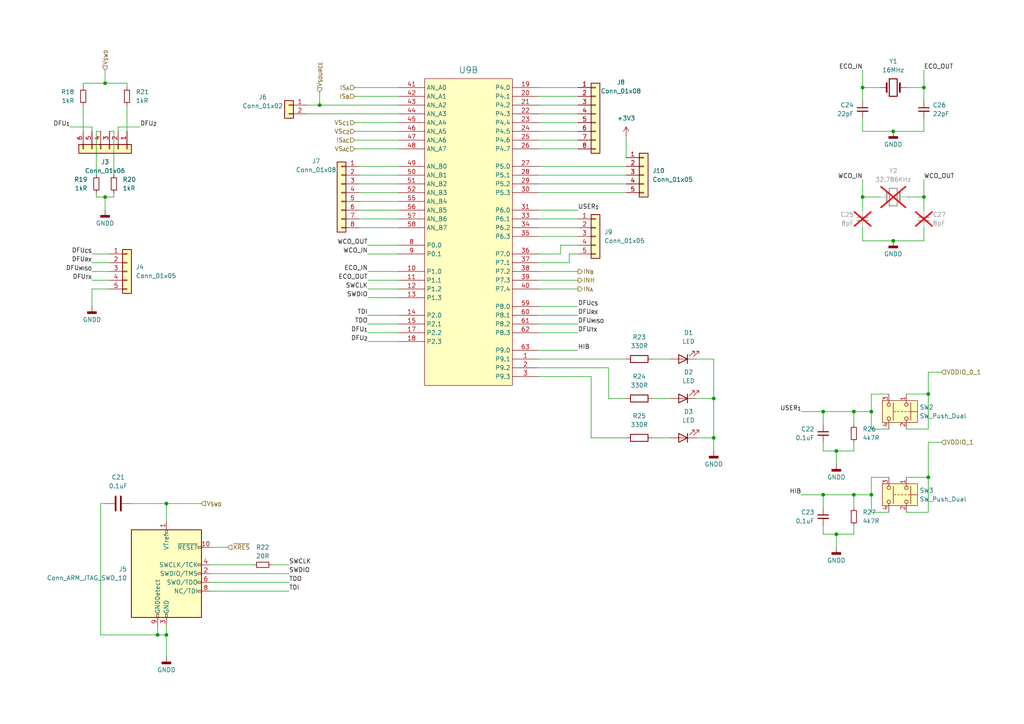
<source format=kicad_sch>
(kicad_sch
	(version 20250114)
	(generator "eeschema")
	(generator_version "9.0")
	(uuid "6d169a0f-44a5-44fd-b3f7-da2c24ab3207")
	(paper "A4")
	(title_block
		(title "MCU I/O")
		(date "2025-05-01")
		(rev "0.3")
		(company "Cezar-Octavian Bontaș")
	)
	(lib_symbols
		(symbol "Connector:Conn_ARM_JTAG_SWD_10"
			(pin_names
				(offset 1.016)
			)
			(exclude_from_sim no)
			(in_bom yes)
			(on_board yes)
			(property "Reference" "J"
				(at -2.54 16.51 0)
				(effects
					(font
						(size 1.27 1.27)
					)
					(justify right)
				)
			)
			(property "Value" "Conn_ARM_JTAG_SWD_10"
				(at -2.54 13.97 0)
				(effects
					(font
						(size 1.27 1.27)
					)
					(justify right bottom)
				)
			)
			(property "Footprint" ""
				(at 0 0 0)
				(effects
					(font
						(size 1.27 1.27)
					)
					(hide yes)
				)
			)
			(property "Datasheet" "http://infocenter.arm.com/help/topic/com.arm.doc.ddi0314h/DDI0314H_coresight_components_trm.pdf"
				(at -8.89 -31.75 90)
				(effects
					(font
						(size 1.27 1.27)
					)
					(hide yes)
				)
			)
			(property "Description" "Cortex Debug Connector, standard ARM Cortex-M SWD and JTAG interface"
				(at 0 0 0)
				(effects
					(font
						(size 1.27 1.27)
					)
					(hide yes)
				)
			)
			(property "ki_keywords" "Cortex Debug Connector ARM SWD JTAG"
				(at 0 0 0)
				(effects
					(font
						(size 1.27 1.27)
					)
					(hide yes)
				)
			)
			(property "ki_fp_filters" "PinHeader?2x05?P1.27mm*"
				(at 0 0 0)
				(effects
					(font
						(size 1.27 1.27)
					)
					(hide yes)
				)
			)
			(symbol "Conn_ARM_JTAG_SWD_10_0_1"
				(rectangle
					(start -10.16 12.7)
					(end 10.16 -12.7)
					(stroke
						(width 0.254)
						(type default)
					)
					(fill
						(type background)
					)
				)
				(rectangle
					(start -2.794 -12.7)
					(end -2.286 -11.684)
					(stroke
						(width 0)
						(type default)
					)
					(fill
						(type none)
					)
				)
				(rectangle
					(start -0.254 12.7)
					(end 0.254 11.684)
					(stroke
						(width 0)
						(type default)
					)
					(fill
						(type none)
					)
				)
				(rectangle
					(start -0.254 -12.7)
					(end 0.254 -11.684)
					(stroke
						(width 0)
						(type default)
					)
					(fill
						(type none)
					)
				)
				(rectangle
					(start 9.144 2.286)
					(end 10.16 2.794)
					(stroke
						(width 0)
						(type default)
					)
					(fill
						(type none)
					)
				)
				(rectangle
					(start 10.16 7.874)
					(end 9.144 7.366)
					(stroke
						(width 0)
						(type default)
					)
					(fill
						(type none)
					)
				)
				(rectangle
					(start 10.16 -0.254)
					(end 9.144 0.254)
					(stroke
						(width 0)
						(type default)
					)
					(fill
						(type none)
					)
				)
				(rectangle
					(start 10.16 -2.794)
					(end 9.144 -2.286)
					(stroke
						(width 0)
						(type default)
					)
					(fill
						(type none)
					)
				)
			)
			(symbol "Conn_ARM_JTAG_SWD_10_1_1"
				(rectangle
					(start 9.144 -5.334)
					(end 10.16 -4.826)
					(stroke
						(width 0)
						(type default)
					)
					(fill
						(type none)
					)
				)
				(pin no_connect line
					(at -10.16 0 0)
					(length 2.54)
					(hide yes)
					(name "KEY"
						(effects
							(font
								(size 1.27 1.27)
							)
						)
					)
					(number "7"
						(effects
							(font
								(size 1.27 1.27)
							)
						)
					)
				)
				(pin passive line
					(at -2.54 -15.24 90)
					(length 2.54)
					(name "GNDDetect"
						(effects
							(font
								(size 1.27 1.27)
							)
						)
					)
					(number "9"
						(effects
							(font
								(size 1.27 1.27)
							)
						)
					)
				)
				(pin power_in line
					(at 0 15.24 270)
					(length 2.54)
					(name "VTref"
						(effects
							(font
								(size 1.27 1.27)
							)
						)
					)
					(number "1"
						(effects
							(font
								(size 1.27 1.27)
							)
						)
					)
				)
				(pin power_in line
					(at 0 -15.24 90)
					(length 2.54)
					(name "GND"
						(effects
							(font
								(size 1.27 1.27)
							)
						)
					)
					(number "3"
						(effects
							(font
								(size 1.27 1.27)
							)
						)
					)
				)
				(pin passive line
					(at 0 -15.24 90)
					(length 2.54)
					(hide yes)
					(name "GND"
						(effects
							(font
								(size 1.27 1.27)
							)
						)
					)
					(number "5"
						(effects
							(font
								(size 1.27 1.27)
							)
						)
					)
				)
				(pin open_collector line
					(at 12.7 7.62 180)
					(length 2.54)
					(name "~{RESET}"
						(effects
							(font
								(size 1.27 1.27)
							)
						)
					)
					(number "10"
						(effects
							(font
								(size 1.27 1.27)
							)
						)
					)
				)
				(pin output line
					(at 12.7 2.54 180)
					(length 2.54)
					(name "SWCLK/TCK"
						(effects
							(font
								(size 1.27 1.27)
							)
						)
					)
					(number "4"
						(effects
							(font
								(size 1.27 1.27)
							)
						)
					)
				)
				(pin bidirectional line
					(at 12.7 0 180)
					(length 2.54)
					(name "SWDIO/TMS"
						(effects
							(font
								(size 1.27 1.27)
							)
						)
					)
					(number "2"
						(effects
							(font
								(size 1.27 1.27)
							)
						)
					)
				)
				(pin input line
					(at 12.7 -2.54 180)
					(length 2.54)
					(name "SWO/TDO"
						(effects
							(font
								(size 1.27 1.27)
							)
						)
					)
					(number "6"
						(effects
							(font
								(size 1.27 1.27)
							)
						)
					)
				)
				(pin output line
					(at 12.7 -5.08 180)
					(length 2.54)
					(name "NC/TDI"
						(effects
							(font
								(size 1.27 1.27)
							)
						)
					)
					(number "8"
						(effects
							(font
								(size 1.27 1.27)
							)
						)
					)
				)
			)
			(embedded_fonts no)
		)
		(symbol "Connector_Generic:Conn_01x02"
			(pin_names
				(offset 1.016)
				(hide yes)
			)
			(exclude_from_sim no)
			(in_bom yes)
			(on_board yes)
			(property "Reference" "J"
				(at 0 2.54 0)
				(effects
					(font
						(size 1.27 1.27)
					)
				)
			)
			(property "Value" "Conn_01x02"
				(at 0 -5.08 0)
				(effects
					(font
						(size 1.27 1.27)
					)
				)
			)
			(property "Footprint" ""
				(at 0 0 0)
				(effects
					(font
						(size 1.27 1.27)
					)
					(hide yes)
				)
			)
			(property "Datasheet" "~"
				(at 0 0 0)
				(effects
					(font
						(size 1.27 1.27)
					)
					(hide yes)
				)
			)
			(property "Description" "Generic connector, single row, 01x02, script generated (kicad-library-utils/schlib/autogen/connector/)"
				(at 0 0 0)
				(effects
					(font
						(size 1.27 1.27)
					)
					(hide yes)
				)
			)
			(property "ki_keywords" "connector"
				(at 0 0 0)
				(effects
					(font
						(size 1.27 1.27)
					)
					(hide yes)
				)
			)
			(property "ki_fp_filters" "Connector*:*_1x??_*"
				(at 0 0 0)
				(effects
					(font
						(size 1.27 1.27)
					)
					(hide yes)
				)
			)
			(symbol "Conn_01x02_1_1"
				(rectangle
					(start -1.27 1.27)
					(end 1.27 -3.81)
					(stroke
						(width 0.254)
						(type default)
					)
					(fill
						(type background)
					)
				)
				(rectangle
					(start -1.27 0.127)
					(end 0 -0.127)
					(stroke
						(width 0.1524)
						(type default)
					)
					(fill
						(type none)
					)
				)
				(rectangle
					(start -1.27 -2.413)
					(end 0 -2.667)
					(stroke
						(width 0.1524)
						(type default)
					)
					(fill
						(type none)
					)
				)
				(pin passive line
					(at -5.08 0 0)
					(length 3.81)
					(name "Pin_1"
						(effects
							(font
								(size 1.27 1.27)
							)
						)
					)
					(number "1"
						(effects
							(font
								(size 1.27 1.27)
							)
						)
					)
				)
				(pin passive line
					(at -5.08 -2.54 0)
					(length 3.81)
					(name "Pin_2"
						(effects
							(font
								(size 1.27 1.27)
							)
						)
					)
					(number "2"
						(effects
							(font
								(size 1.27 1.27)
							)
						)
					)
				)
			)
			(embedded_fonts no)
		)
		(symbol "Connector_Generic:Conn_01x05"
			(pin_names
				(offset 1.016)
				(hide yes)
			)
			(exclude_from_sim no)
			(in_bom yes)
			(on_board yes)
			(property "Reference" "J"
				(at 0 7.62 0)
				(effects
					(font
						(size 1.27 1.27)
					)
				)
			)
			(property "Value" "Conn_01x05"
				(at 0 -7.62 0)
				(effects
					(font
						(size 1.27 1.27)
					)
				)
			)
			(property "Footprint" ""
				(at 0 0 0)
				(effects
					(font
						(size 1.27 1.27)
					)
					(hide yes)
				)
			)
			(property "Datasheet" "~"
				(at 0 0 0)
				(effects
					(font
						(size 1.27 1.27)
					)
					(hide yes)
				)
			)
			(property "Description" "Generic connector, single row, 01x05, script generated (kicad-library-utils/schlib/autogen/connector/)"
				(at 0 0 0)
				(effects
					(font
						(size 1.27 1.27)
					)
					(hide yes)
				)
			)
			(property "ki_keywords" "connector"
				(at 0 0 0)
				(effects
					(font
						(size 1.27 1.27)
					)
					(hide yes)
				)
			)
			(property "ki_fp_filters" "Connector*:*_1x??_*"
				(at 0 0 0)
				(effects
					(font
						(size 1.27 1.27)
					)
					(hide yes)
				)
			)
			(symbol "Conn_01x05_1_1"
				(rectangle
					(start -1.27 6.35)
					(end 1.27 -6.35)
					(stroke
						(width 0.254)
						(type default)
					)
					(fill
						(type background)
					)
				)
				(rectangle
					(start -1.27 5.207)
					(end 0 4.953)
					(stroke
						(width 0.1524)
						(type default)
					)
					(fill
						(type none)
					)
				)
				(rectangle
					(start -1.27 2.667)
					(end 0 2.413)
					(stroke
						(width 0.1524)
						(type default)
					)
					(fill
						(type none)
					)
				)
				(rectangle
					(start -1.27 0.127)
					(end 0 -0.127)
					(stroke
						(width 0.1524)
						(type default)
					)
					(fill
						(type none)
					)
				)
				(rectangle
					(start -1.27 -2.413)
					(end 0 -2.667)
					(stroke
						(width 0.1524)
						(type default)
					)
					(fill
						(type none)
					)
				)
				(rectangle
					(start -1.27 -4.953)
					(end 0 -5.207)
					(stroke
						(width 0.1524)
						(type default)
					)
					(fill
						(type none)
					)
				)
				(pin passive line
					(at -5.08 5.08 0)
					(length 3.81)
					(name "Pin_1"
						(effects
							(font
								(size 1.27 1.27)
							)
						)
					)
					(number "1"
						(effects
							(font
								(size 1.27 1.27)
							)
						)
					)
				)
				(pin passive line
					(at -5.08 2.54 0)
					(length 3.81)
					(name "Pin_2"
						(effects
							(font
								(size 1.27 1.27)
							)
						)
					)
					(number "2"
						(effects
							(font
								(size 1.27 1.27)
							)
						)
					)
				)
				(pin passive line
					(at -5.08 0 0)
					(length 3.81)
					(name "Pin_3"
						(effects
							(font
								(size 1.27 1.27)
							)
						)
					)
					(number "3"
						(effects
							(font
								(size 1.27 1.27)
							)
						)
					)
				)
				(pin passive line
					(at -5.08 -2.54 0)
					(length 3.81)
					(name "Pin_4"
						(effects
							(font
								(size 1.27 1.27)
							)
						)
					)
					(number "4"
						(effects
							(font
								(size 1.27 1.27)
							)
						)
					)
				)
				(pin passive line
					(at -5.08 -5.08 0)
					(length 3.81)
					(name "Pin_5"
						(effects
							(font
								(size 1.27 1.27)
							)
						)
					)
					(number "5"
						(effects
							(font
								(size 1.27 1.27)
							)
						)
					)
				)
			)
			(embedded_fonts no)
		)
		(symbol "Connector_Generic:Conn_01x06"
			(pin_names
				(offset 1.016)
				(hide yes)
			)
			(exclude_from_sim no)
			(in_bom yes)
			(on_board yes)
			(property "Reference" "J"
				(at 0 7.62 0)
				(effects
					(font
						(size 1.27 1.27)
					)
				)
			)
			(property "Value" "Conn_01x06"
				(at 0 -10.16 0)
				(effects
					(font
						(size 1.27 1.27)
					)
				)
			)
			(property "Footprint" ""
				(at 0 0 0)
				(effects
					(font
						(size 1.27 1.27)
					)
					(hide yes)
				)
			)
			(property "Datasheet" "~"
				(at 0 0 0)
				(effects
					(font
						(size 1.27 1.27)
					)
					(hide yes)
				)
			)
			(property "Description" "Generic connector, single row, 01x06, script generated (kicad-library-utils/schlib/autogen/connector/)"
				(at 0 0 0)
				(effects
					(font
						(size 1.27 1.27)
					)
					(hide yes)
				)
			)
			(property "ki_keywords" "connector"
				(at 0 0 0)
				(effects
					(font
						(size 1.27 1.27)
					)
					(hide yes)
				)
			)
			(property "ki_fp_filters" "Connector*:*_1x??_*"
				(at 0 0 0)
				(effects
					(font
						(size 1.27 1.27)
					)
					(hide yes)
				)
			)
			(symbol "Conn_01x06_1_1"
				(rectangle
					(start -1.27 6.35)
					(end 1.27 -8.89)
					(stroke
						(width 0.254)
						(type default)
					)
					(fill
						(type background)
					)
				)
				(rectangle
					(start -1.27 5.207)
					(end 0 4.953)
					(stroke
						(width 0.1524)
						(type default)
					)
					(fill
						(type none)
					)
				)
				(rectangle
					(start -1.27 2.667)
					(end 0 2.413)
					(stroke
						(width 0.1524)
						(type default)
					)
					(fill
						(type none)
					)
				)
				(rectangle
					(start -1.27 0.127)
					(end 0 -0.127)
					(stroke
						(width 0.1524)
						(type default)
					)
					(fill
						(type none)
					)
				)
				(rectangle
					(start -1.27 -2.413)
					(end 0 -2.667)
					(stroke
						(width 0.1524)
						(type default)
					)
					(fill
						(type none)
					)
				)
				(rectangle
					(start -1.27 -4.953)
					(end 0 -5.207)
					(stroke
						(width 0.1524)
						(type default)
					)
					(fill
						(type none)
					)
				)
				(rectangle
					(start -1.27 -7.493)
					(end 0 -7.747)
					(stroke
						(width 0.1524)
						(type default)
					)
					(fill
						(type none)
					)
				)
				(pin passive line
					(at -5.08 5.08 0)
					(length 3.81)
					(name "Pin_1"
						(effects
							(font
								(size 1.27 1.27)
							)
						)
					)
					(number "1"
						(effects
							(font
								(size 1.27 1.27)
							)
						)
					)
				)
				(pin passive line
					(at -5.08 2.54 0)
					(length 3.81)
					(name "Pin_2"
						(effects
							(font
								(size 1.27 1.27)
							)
						)
					)
					(number "2"
						(effects
							(font
								(size 1.27 1.27)
							)
						)
					)
				)
				(pin passive line
					(at -5.08 0 0)
					(length 3.81)
					(name "Pin_3"
						(effects
							(font
								(size 1.27 1.27)
							)
						)
					)
					(number "3"
						(effects
							(font
								(size 1.27 1.27)
							)
						)
					)
				)
				(pin passive line
					(at -5.08 -2.54 0)
					(length 3.81)
					(name "Pin_4"
						(effects
							(font
								(size 1.27 1.27)
							)
						)
					)
					(number "4"
						(effects
							(font
								(size 1.27 1.27)
							)
						)
					)
				)
				(pin passive line
					(at -5.08 -5.08 0)
					(length 3.81)
					(name "Pin_5"
						(effects
							(font
								(size 1.27 1.27)
							)
						)
					)
					(number "5"
						(effects
							(font
								(size 1.27 1.27)
							)
						)
					)
				)
				(pin passive line
					(at -5.08 -7.62 0)
					(length 3.81)
					(name "Pin_6"
						(effects
							(font
								(size 1.27 1.27)
							)
						)
					)
					(number "6"
						(effects
							(font
								(size 1.27 1.27)
							)
						)
					)
				)
			)
			(embedded_fonts no)
		)
		(symbol "Connector_Generic:Conn_01x08"
			(pin_names
				(offset 1.016)
				(hide yes)
			)
			(exclude_from_sim no)
			(in_bom yes)
			(on_board yes)
			(property "Reference" "J"
				(at 0 10.16 0)
				(effects
					(font
						(size 1.27 1.27)
					)
				)
			)
			(property "Value" "Conn_01x08"
				(at 0 -12.7 0)
				(effects
					(font
						(size 1.27 1.27)
					)
				)
			)
			(property "Footprint" ""
				(at 0 0 0)
				(effects
					(font
						(size 1.27 1.27)
					)
					(hide yes)
				)
			)
			(property "Datasheet" "~"
				(at 0 0 0)
				(effects
					(font
						(size 1.27 1.27)
					)
					(hide yes)
				)
			)
			(property "Description" "Generic connector, single row, 01x08, script generated (kicad-library-utils/schlib/autogen/connector/)"
				(at 0 0 0)
				(effects
					(font
						(size 1.27 1.27)
					)
					(hide yes)
				)
			)
			(property "ki_keywords" "connector"
				(at 0 0 0)
				(effects
					(font
						(size 1.27 1.27)
					)
					(hide yes)
				)
			)
			(property "ki_fp_filters" "Connector*:*_1x??_*"
				(at 0 0 0)
				(effects
					(font
						(size 1.27 1.27)
					)
					(hide yes)
				)
			)
			(symbol "Conn_01x08_1_1"
				(rectangle
					(start -1.27 8.89)
					(end 1.27 -11.43)
					(stroke
						(width 0.254)
						(type default)
					)
					(fill
						(type background)
					)
				)
				(rectangle
					(start -1.27 7.747)
					(end 0 7.493)
					(stroke
						(width 0.1524)
						(type default)
					)
					(fill
						(type none)
					)
				)
				(rectangle
					(start -1.27 5.207)
					(end 0 4.953)
					(stroke
						(width 0.1524)
						(type default)
					)
					(fill
						(type none)
					)
				)
				(rectangle
					(start -1.27 2.667)
					(end 0 2.413)
					(stroke
						(width 0.1524)
						(type default)
					)
					(fill
						(type none)
					)
				)
				(rectangle
					(start -1.27 0.127)
					(end 0 -0.127)
					(stroke
						(width 0.1524)
						(type default)
					)
					(fill
						(type none)
					)
				)
				(rectangle
					(start -1.27 -2.413)
					(end 0 -2.667)
					(stroke
						(width 0.1524)
						(type default)
					)
					(fill
						(type none)
					)
				)
				(rectangle
					(start -1.27 -4.953)
					(end 0 -5.207)
					(stroke
						(width 0.1524)
						(type default)
					)
					(fill
						(type none)
					)
				)
				(rectangle
					(start -1.27 -7.493)
					(end 0 -7.747)
					(stroke
						(width 0.1524)
						(type default)
					)
					(fill
						(type none)
					)
				)
				(rectangle
					(start -1.27 -10.033)
					(end 0 -10.287)
					(stroke
						(width 0.1524)
						(type default)
					)
					(fill
						(type none)
					)
				)
				(pin passive line
					(at -5.08 7.62 0)
					(length 3.81)
					(name "Pin_1"
						(effects
							(font
								(size 1.27 1.27)
							)
						)
					)
					(number "1"
						(effects
							(font
								(size 1.27 1.27)
							)
						)
					)
				)
				(pin passive line
					(at -5.08 5.08 0)
					(length 3.81)
					(name "Pin_2"
						(effects
							(font
								(size 1.27 1.27)
							)
						)
					)
					(number "2"
						(effects
							(font
								(size 1.27 1.27)
							)
						)
					)
				)
				(pin passive line
					(at -5.08 2.54 0)
					(length 3.81)
					(name "Pin_3"
						(effects
							(font
								(size 1.27 1.27)
							)
						)
					)
					(number "3"
						(effects
							(font
								(size 1.27 1.27)
							)
						)
					)
				)
				(pin passive line
					(at -5.08 0 0)
					(length 3.81)
					(name "Pin_4"
						(effects
							(font
								(size 1.27 1.27)
							)
						)
					)
					(number "4"
						(effects
							(font
								(size 1.27 1.27)
							)
						)
					)
				)
				(pin passive line
					(at -5.08 -2.54 0)
					(length 3.81)
					(name "Pin_5"
						(effects
							(font
								(size 1.27 1.27)
							)
						)
					)
					(number "5"
						(effects
							(font
								(size 1.27 1.27)
							)
						)
					)
				)
				(pin passive line
					(at -5.08 -5.08 0)
					(length 3.81)
					(name "Pin_6"
						(effects
							(font
								(size 1.27 1.27)
							)
						)
					)
					(number "6"
						(effects
							(font
								(size 1.27 1.27)
							)
						)
					)
				)
				(pin passive line
					(at -5.08 -7.62 0)
					(length 3.81)
					(name "Pin_7"
						(effects
							(font
								(size 1.27 1.27)
							)
						)
					)
					(number "7"
						(effects
							(font
								(size 1.27 1.27)
							)
						)
					)
				)
				(pin passive line
					(at -5.08 -10.16 0)
					(length 3.81)
					(name "Pin_8"
						(effects
							(font
								(size 1.27 1.27)
							)
						)
					)
					(number "8"
						(effects
							(font
								(size 1.27 1.27)
							)
						)
					)
				)
			)
			(embedded_fonts no)
		)
		(symbol "Device:C"
			(pin_numbers
				(hide yes)
			)
			(pin_names
				(offset 0.254)
			)
			(exclude_from_sim no)
			(in_bom yes)
			(on_board yes)
			(property "Reference" "C"
				(at 0.635 2.54 0)
				(effects
					(font
						(size 1.27 1.27)
					)
					(justify left)
				)
			)
			(property "Value" "C"
				(at 0.635 -2.54 0)
				(effects
					(font
						(size 1.27 1.27)
					)
					(justify left)
				)
			)
			(property "Footprint" ""
				(at 0.9652 -3.81 0)
				(effects
					(font
						(size 1.27 1.27)
					)
					(hide yes)
				)
			)
			(property "Datasheet" "~"
				(at 0 0 0)
				(effects
					(font
						(size 1.27 1.27)
					)
					(hide yes)
				)
			)
			(property "Description" "Unpolarized capacitor"
				(at 0 0 0)
				(effects
					(font
						(size 1.27 1.27)
					)
					(hide yes)
				)
			)
			(property "ki_keywords" "cap capacitor"
				(at 0 0 0)
				(effects
					(font
						(size 1.27 1.27)
					)
					(hide yes)
				)
			)
			(property "ki_fp_filters" "C_*"
				(at 0 0 0)
				(effects
					(font
						(size 1.27 1.27)
					)
					(hide yes)
				)
			)
			(symbol "C_0_1"
				(polyline
					(pts
						(xy -2.032 0.762) (xy 2.032 0.762)
					)
					(stroke
						(width 0.508)
						(type default)
					)
					(fill
						(type none)
					)
				)
				(polyline
					(pts
						(xy -2.032 -0.762) (xy 2.032 -0.762)
					)
					(stroke
						(width 0.508)
						(type default)
					)
					(fill
						(type none)
					)
				)
			)
			(symbol "C_1_1"
				(pin passive line
					(at 0 3.81 270)
					(length 2.794)
					(name "~"
						(effects
							(font
								(size 1.27 1.27)
							)
						)
					)
					(number "1"
						(effects
							(font
								(size 1.27 1.27)
							)
						)
					)
				)
				(pin passive line
					(at 0 -3.81 90)
					(length 2.794)
					(name "~"
						(effects
							(font
								(size 1.27 1.27)
							)
						)
					)
					(number "2"
						(effects
							(font
								(size 1.27 1.27)
							)
						)
					)
				)
			)
			(embedded_fonts no)
		)
		(symbol "Device:C_Small"
			(pin_numbers
				(hide yes)
			)
			(pin_names
				(offset 0.254)
				(hide yes)
			)
			(exclude_from_sim no)
			(in_bom yes)
			(on_board yes)
			(property "Reference" "C"
				(at 0.254 1.778 0)
				(effects
					(font
						(size 1.27 1.27)
					)
					(justify left)
				)
			)
			(property "Value" "C_Small"
				(at 0.254 -2.032 0)
				(effects
					(font
						(size 1.27 1.27)
					)
					(justify left)
				)
			)
			(property "Footprint" ""
				(at 0 0 0)
				(effects
					(font
						(size 1.27 1.27)
					)
					(hide yes)
				)
			)
			(property "Datasheet" "~"
				(at 0 0 0)
				(effects
					(font
						(size 1.27 1.27)
					)
					(hide yes)
				)
			)
			(property "Description" "Unpolarized capacitor, small symbol"
				(at 0 0 0)
				(effects
					(font
						(size 1.27 1.27)
					)
					(hide yes)
				)
			)
			(property "ki_keywords" "capacitor cap"
				(at 0 0 0)
				(effects
					(font
						(size 1.27 1.27)
					)
					(hide yes)
				)
			)
			(property "ki_fp_filters" "C_*"
				(at 0 0 0)
				(effects
					(font
						(size 1.27 1.27)
					)
					(hide yes)
				)
			)
			(symbol "C_Small_0_1"
				(polyline
					(pts
						(xy -1.524 0.508) (xy 1.524 0.508)
					)
					(stroke
						(width 0.3048)
						(type default)
					)
					(fill
						(type none)
					)
				)
				(polyline
					(pts
						(xy -1.524 -0.508) (xy 1.524 -0.508)
					)
					(stroke
						(width 0.3302)
						(type default)
					)
					(fill
						(type none)
					)
				)
			)
			(symbol "C_Small_1_1"
				(pin passive line
					(at 0 2.54 270)
					(length 2.032)
					(name "~"
						(effects
							(font
								(size 1.27 1.27)
							)
						)
					)
					(number "1"
						(effects
							(font
								(size 1.27 1.27)
							)
						)
					)
				)
				(pin passive line
					(at 0 -2.54 90)
					(length 2.032)
					(name "~"
						(effects
							(font
								(size 1.27 1.27)
							)
						)
					)
					(number "2"
						(effects
							(font
								(size 1.27 1.27)
							)
						)
					)
				)
			)
			(embedded_fonts no)
		)
		(symbol "Device:Crystal"
			(pin_numbers
				(hide yes)
			)
			(pin_names
				(offset 1.016)
				(hide yes)
			)
			(exclude_from_sim no)
			(in_bom yes)
			(on_board yes)
			(property "Reference" "Y"
				(at 0 3.81 0)
				(effects
					(font
						(size 1.27 1.27)
					)
				)
			)
			(property "Value" "Crystal"
				(at 0 -3.81 0)
				(effects
					(font
						(size 1.27 1.27)
					)
				)
			)
			(property "Footprint" ""
				(at 0 0 0)
				(effects
					(font
						(size 1.27 1.27)
					)
					(hide yes)
				)
			)
			(property "Datasheet" "~"
				(at 0 0 0)
				(effects
					(font
						(size 1.27 1.27)
					)
					(hide yes)
				)
			)
			(property "Description" "Two pin crystal"
				(at 0 0 0)
				(effects
					(font
						(size 1.27 1.27)
					)
					(hide yes)
				)
			)
			(property "ki_keywords" "quartz ceramic resonator oscillator"
				(at 0 0 0)
				(effects
					(font
						(size 1.27 1.27)
					)
					(hide yes)
				)
			)
			(property "ki_fp_filters" "Crystal*"
				(at 0 0 0)
				(effects
					(font
						(size 1.27 1.27)
					)
					(hide yes)
				)
			)
			(symbol "Crystal_0_1"
				(polyline
					(pts
						(xy -2.54 0) (xy -1.905 0)
					)
					(stroke
						(width 0)
						(type default)
					)
					(fill
						(type none)
					)
				)
				(polyline
					(pts
						(xy -1.905 -1.27) (xy -1.905 1.27)
					)
					(stroke
						(width 0.508)
						(type default)
					)
					(fill
						(type none)
					)
				)
				(rectangle
					(start -1.143 2.54)
					(end 1.143 -2.54)
					(stroke
						(width 0.3048)
						(type default)
					)
					(fill
						(type none)
					)
				)
				(polyline
					(pts
						(xy 1.905 -1.27) (xy 1.905 1.27)
					)
					(stroke
						(width 0.508)
						(type default)
					)
					(fill
						(type none)
					)
				)
				(polyline
					(pts
						(xy 2.54 0) (xy 1.905 0)
					)
					(stroke
						(width 0)
						(type default)
					)
					(fill
						(type none)
					)
				)
			)
			(symbol "Crystal_1_1"
				(pin passive line
					(at -3.81 0 0)
					(length 1.27)
					(name "1"
						(effects
							(font
								(size 1.27 1.27)
							)
						)
					)
					(number "1"
						(effects
							(font
								(size 1.27 1.27)
							)
						)
					)
				)
				(pin passive line
					(at 3.81 0 180)
					(length 1.27)
					(name "2"
						(effects
							(font
								(size 1.27 1.27)
							)
						)
					)
					(number "2"
						(effects
							(font
								(size 1.27 1.27)
							)
						)
					)
				)
			)
			(embedded_fonts no)
		)
		(symbol "Device:LED"
			(pin_numbers
				(hide yes)
			)
			(pin_names
				(offset 1.016)
				(hide yes)
			)
			(exclude_from_sim no)
			(in_bom yes)
			(on_board yes)
			(property "Reference" "D"
				(at 0 2.54 0)
				(effects
					(font
						(size 1.27 1.27)
					)
				)
			)
			(property "Value" "LED"
				(at 0 -2.54 0)
				(effects
					(font
						(size 1.27 1.27)
					)
				)
			)
			(property "Footprint" ""
				(at 0 0 0)
				(effects
					(font
						(size 1.27 1.27)
					)
					(hide yes)
				)
			)
			(property "Datasheet" "~"
				(at 0 0 0)
				(effects
					(font
						(size 1.27 1.27)
					)
					(hide yes)
				)
			)
			(property "Description" "Light emitting diode"
				(at 0 0 0)
				(effects
					(font
						(size 1.27 1.27)
					)
					(hide yes)
				)
			)
			(property "Sim.Pins" "1=K 2=A"
				(at 0 0 0)
				(effects
					(font
						(size 1.27 1.27)
					)
					(hide yes)
				)
			)
			(property "ki_keywords" "LED diode"
				(at 0 0 0)
				(effects
					(font
						(size 1.27 1.27)
					)
					(hide yes)
				)
			)
			(property "ki_fp_filters" "LED* LED_SMD:* LED_THT:*"
				(at 0 0 0)
				(effects
					(font
						(size 1.27 1.27)
					)
					(hide yes)
				)
			)
			(symbol "LED_0_1"
				(polyline
					(pts
						(xy -3.048 -0.762) (xy -4.572 -2.286) (xy -3.81 -2.286) (xy -4.572 -2.286) (xy -4.572 -1.524)
					)
					(stroke
						(width 0)
						(type default)
					)
					(fill
						(type none)
					)
				)
				(polyline
					(pts
						(xy -1.778 -0.762) (xy -3.302 -2.286) (xy -2.54 -2.286) (xy -3.302 -2.286) (xy -3.302 -1.524)
					)
					(stroke
						(width 0)
						(type default)
					)
					(fill
						(type none)
					)
				)
				(polyline
					(pts
						(xy -1.27 0) (xy 1.27 0)
					)
					(stroke
						(width 0)
						(type default)
					)
					(fill
						(type none)
					)
				)
				(polyline
					(pts
						(xy -1.27 -1.27) (xy -1.27 1.27)
					)
					(stroke
						(width 0.254)
						(type default)
					)
					(fill
						(type none)
					)
				)
				(polyline
					(pts
						(xy 1.27 -1.27) (xy 1.27 1.27) (xy -1.27 0) (xy 1.27 -1.27)
					)
					(stroke
						(width 0.254)
						(type default)
					)
					(fill
						(type none)
					)
				)
			)
			(symbol "LED_1_1"
				(pin passive line
					(at -3.81 0 0)
					(length 2.54)
					(name "K"
						(effects
							(font
								(size 1.27 1.27)
							)
						)
					)
					(number "1"
						(effects
							(font
								(size 1.27 1.27)
							)
						)
					)
				)
				(pin passive line
					(at 3.81 0 180)
					(length 2.54)
					(name "A"
						(effects
							(font
								(size 1.27 1.27)
							)
						)
					)
					(number "2"
						(effects
							(font
								(size 1.27 1.27)
							)
						)
					)
				)
			)
			(embedded_fonts no)
		)
		(symbol "Device:R"
			(pin_numbers
				(hide yes)
			)
			(pin_names
				(offset 0)
			)
			(exclude_from_sim no)
			(in_bom yes)
			(on_board yes)
			(property "Reference" "R"
				(at 2.032 0 90)
				(effects
					(font
						(size 1.27 1.27)
					)
				)
			)
			(property "Value" "R"
				(at 0 0 90)
				(effects
					(font
						(size 1.27 1.27)
					)
				)
			)
			(property "Footprint" ""
				(at -1.778 0 90)
				(effects
					(font
						(size 1.27 1.27)
					)
					(hide yes)
				)
			)
			(property "Datasheet" "~"
				(at 0 0 0)
				(effects
					(font
						(size 1.27 1.27)
					)
					(hide yes)
				)
			)
			(property "Description" "Resistor"
				(at 0 0 0)
				(effects
					(font
						(size 1.27 1.27)
					)
					(hide yes)
				)
			)
			(property "ki_keywords" "R res resistor"
				(at 0 0 0)
				(effects
					(font
						(size 1.27 1.27)
					)
					(hide yes)
				)
			)
			(property "ki_fp_filters" "R_*"
				(at 0 0 0)
				(effects
					(font
						(size 1.27 1.27)
					)
					(hide yes)
				)
			)
			(symbol "R_0_1"
				(rectangle
					(start -1.016 -2.54)
					(end 1.016 2.54)
					(stroke
						(width 0.254)
						(type default)
					)
					(fill
						(type none)
					)
				)
			)
			(symbol "R_1_1"
				(pin passive line
					(at 0 3.81 270)
					(length 1.27)
					(name "~"
						(effects
							(font
								(size 1.27 1.27)
							)
						)
					)
					(number "1"
						(effects
							(font
								(size 1.27 1.27)
							)
						)
					)
				)
				(pin passive line
					(at 0 -3.81 90)
					(length 1.27)
					(name "~"
						(effects
							(font
								(size 1.27 1.27)
							)
						)
					)
					(number "2"
						(effects
							(font
								(size 1.27 1.27)
							)
						)
					)
				)
			)
			(embedded_fonts no)
		)
		(symbol "Device:R_Small"
			(pin_numbers
				(hide yes)
			)
			(pin_names
				(offset 0.254)
				(hide yes)
			)
			(exclude_from_sim no)
			(in_bom yes)
			(on_board yes)
			(property "Reference" "R"
				(at 0.762 0.508 0)
				(effects
					(font
						(size 1.27 1.27)
					)
					(justify left)
				)
			)
			(property "Value" "R_Small"
				(at 0.762 -1.016 0)
				(effects
					(font
						(size 1.27 1.27)
					)
					(justify left)
				)
			)
			(property "Footprint" ""
				(at 0 0 0)
				(effects
					(font
						(size 1.27 1.27)
					)
					(hide yes)
				)
			)
			(property "Datasheet" "~"
				(at 0 0 0)
				(effects
					(font
						(size 1.27 1.27)
					)
					(hide yes)
				)
			)
			(property "Description" "Resistor, small symbol"
				(at 0 0 0)
				(effects
					(font
						(size 1.27 1.27)
					)
					(hide yes)
				)
			)
			(property "ki_keywords" "R resistor"
				(at 0 0 0)
				(effects
					(font
						(size 1.27 1.27)
					)
					(hide yes)
				)
			)
			(property "ki_fp_filters" "R_*"
				(at 0 0 0)
				(effects
					(font
						(size 1.27 1.27)
					)
					(hide yes)
				)
			)
			(symbol "R_Small_0_1"
				(rectangle
					(start -0.762 1.778)
					(end 0.762 -1.778)
					(stroke
						(width 0.2032)
						(type default)
					)
					(fill
						(type none)
					)
				)
			)
			(symbol "R_Small_1_1"
				(pin passive line
					(at 0 2.54 270)
					(length 0.762)
					(name "~"
						(effects
							(font
								(size 1.27 1.27)
							)
						)
					)
					(number "1"
						(effects
							(font
								(size 1.27 1.27)
							)
						)
					)
				)
				(pin passive line
					(at 0 -2.54 90)
					(length 0.762)
					(name "~"
						(effects
							(font
								(size 1.27 1.27)
							)
						)
					)
					(number "2"
						(effects
							(font
								(size 1.27 1.27)
							)
						)
					)
				)
			)
			(embedded_fonts no)
		)
		(symbol "PSC3M5_E-LQFP-64:PSC3M5_E-LQFP-64"
			(exclude_from_sim no)
			(in_bom yes)
			(on_board yes)
			(property "Reference" "U"
				(at 1.27 0 0)
				(effects
					(font
						(size 1.8288 1.8288)
					)
				)
			)
			(property "Value" "PSC3M5_E-LQFP-64"
				(at 0 -92.202 0)
				(effects
					(font
						(size 1.8288 1.8288)
					)
					(justify left bottom)
					(hide yes)
				)
			)
			(property "Footprint" ""
				(at 0 0 0)
				(effects
					(font
						(size 1.27 1.27)
					)
					(hide yes)
				)
			)
			(property "Datasheet" ""
				(at 0 0 0)
				(effects
					(font
						(size 1.27 1.27)
					)
					(hide yes)
				)
			)
			(property "Description" ""
				(at 0 0 0)
				(effects
					(font
						(size 1.27 1.27)
					)
					(hide yes)
				)
			)
			(property "SWAP_INFO" "(S1+S2)"
				(at 0 0 0)
				(effects
					(font
						(size 1.8288 1.8288)
					)
					(justify left bottom)
					(hide yes)
				)
			)
			(property "SPLIT_INST" "TRUE"
				(at 0 0 0)
				(effects
					(font
						(size 1.8288 1.8288)
					)
					(justify left bottom)
					(hide yes)
				)
			)
			(symbol "PSC3M5_E-LQFP-64_1_0"
				(rectangle
					(start 30.48 0)
					(end 0 -27.94)
					(stroke
						(width 0)
						(type solid)
						(color 128 0 0 1)
					)
					(fill
						(type background)
					)
				)
				(pin power_in line
					(at -7.62 -2.54 0)
					(length 7.62)
					(name "VDDD"
						(effects
							(font
								(size 1.27 1.27)
							)
						)
					)
					(number "5"
						(effects
							(font
								(size 1.27 1.27)
							)
						)
					)
				)
				(pin power_in line
					(at -7.62 -7.62 0)
					(length 7.62)
					(name "VDDA"
						(effects
							(font
								(size 1.27 1.27)
							)
						)
					)
					(number "54"
						(effects
							(font
								(size 1.27 1.27)
							)
						)
					)
				)
				(pin power_in line
					(at -7.62 -15.24 0)
					(length 7.62)
					(name "VAREF_EXT"
						(effects
							(font
								(size 1.27 1.27)
							)
						)
					)
					(number "53"
						(effects
							(font
								(size 1.27 1.27)
							)
						)
					)
				)
				(pin power_in line
					(at -7.62 -20.32 0)
					(length 7.62)
					(name "VBACKUP"
						(effects
							(font
								(size 1.27 1.27)
							)
						)
					)
					(number "7"
						(effects
							(font
								(size 1.27 1.27)
							)
						)
					)
				)
				(pin input line
					(at -7.62 -25.4 0)
					(length 7.62)
					(name "XRES"
						(effects
							(font
								(size 1.27 1.27)
							)
						)
					)
					(number "4"
						(effects
							(font
								(size 1.27 1.27)
							)
						)
					)
				)
				(pin power_in line
					(at 38.1 -2.54 180)
					(length 7.62)
					(name "VDDIO_0_0"
						(effects
							(font
								(size 1.27 1.27)
							)
						)
					)
					(number "16"
						(effects
							(font
								(size 1.27 1.27)
							)
						)
					)
				)
				(pin power_in line
					(at 38.1 -5.08 180)
					(length 7.62)
					(name "VDDIO_0_1"
						(effects
							(font
								(size 1.27 1.27)
							)
						)
					)
					(number "32"
						(effects
							(font
								(size 1.27 1.27)
							)
						)
					)
				)
				(pin power_in line
					(at 38.1 -10.16 180)
					(length 7.62)
					(name "VDDIO_1"
						(effects
							(font
								(size 1.27 1.27)
							)
						)
					)
					(number "64"
						(effects
							(font
								(size 1.27 1.27)
							)
						)
					)
				)
				(pin power_in line
					(at 38.1 -15.24 180)
					(length 7.62)
					(name "VCCD"
						(effects
							(font
								(size 1.27 1.27)
							)
						)
					)
					(number "6"
						(effects
							(font
								(size 1.27 1.27)
							)
						)
					)
				)
				(pin power_in line
					(at 38.1 -25.4 180)
					(length 7.62)
					(name "VSS(EPAD)"
						(effects
							(font
								(size 1.27 1.27)
							)
						)
					)
					(number "H"
						(effects
							(font
								(size 1.27 1.27)
							)
						)
					)
				)
			)
			(symbol "PSC3M5_E-LQFP-64_2_0"
				(rectangle
					(start 25.4 0)
					(end 0 -88.9)
					(stroke
						(width 0)
						(type solid)
						(color 128 0 0 1)
					)
					(fill
						(type background)
					)
				)
				(pin power_in line
					(at -7.62 -2.54 0)
					(length 7.62)
					(name "AN_A0"
						(effects
							(font
								(size 1.27 1.27)
							)
						)
					)
					(number "41"
						(effects
							(font
								(size 1.27 1.27)
							)
						)
					)
				)
				(pin power_in line
					(at -7.62 -5.08 0)
					(length 7.62)
					(name "AN_A1"
						(effects
							(font
								(size 1.27 1.27)
							)
						)
					)
					(number "42"
						(effects
							(font
								(size 1.27 1.27)
							)
						)
					)
				)
				(pin power_in line
					(at -7.62 -7.62 0)
					(length 7.62)
					(name "AN_A2"
						(effects
							(font
								(size 1.27 1.27)
							)
						)
					)
					(number "43"
						(effects
							(font
								(size 1.27 1.27)
							)
						)
					)
				)
				(pin power_in line
					(at -7.62 -10.16 0)
					(length 7.62)
					(name "AN_A3"
						(effects
							(font
								(size 1.27 1.27)
							)
						)
					)
					(number "44"
						(effects
							(font
								(size 1.27 1.27)
							)
						)
					)
				)
				(pin power_in line
					(at -7.62 -12.7 0)
					(length 7.62)
					(name "AN_A4"
						(effects
							(font
								(size 1.27 1.27)
							)
						)
					)
					(number "45"
						(effects
							(font
								(size 1.27 1.27)
							)
						)
					)
				)
				(pin power_in line
					(at -7.62 -15.24 0)
					(length 7.62)
					(name "AN_A5"
						(effects
							(font
								(size 1.27 1.27)
							)
						)
					)
					(number "46"
						(effects
							(font
								(size 1.27 1.27)
							)
						)
					)
				)
				(pin power_in line
					(at -7.62 -17.78 0)
					(length 7.62)
					(name "AN_A6"
						(effects
							(font
								(size 1.27 1.27)
							)
						)
					)
					(number "47"
						(effects
							(font
								(size 1.27 1.27)
							)
						)
					)
				)
				(pin power_in line
					(at -7.62 -20.32 0)
					(length 7.62)
					(name "AN_A7"
						(effects
							(font
								(size 1.27 1.27)
							)
						)
					)
					(number "48"
						(effects
							(font
								(size 1.27 1.27)
							)
						)
					)
				)
				(pin power_in line
					(at -7.62 -25.4 0)
					(length 7.62)
					(name "AN_B0"
						(effects
							(font
								(size 1.27 1.27)
							)
						)
					)
					(number "49"
						(effects
							(font
								(size 1.27 1.27)
							)
						)
					)
				)
				(pin power_in line
					(at -7.62 -27.94 0)
					(length 7.62)
					(name "AN_B1"
						(effects
							(font
								(size 1.27 1.27)
							)
						)
					)
					(number "50"
						(effects
							(font
								(size 1.27 1.27)
							)
						)
					)
				)
				(pin power_in line
					(at -7.62 -30.48 0)
					(length 7.62)
					(name "AN_B2"
						(effects
							(font
								(size 1.27 1.27)
							)
						)
					)
					(number "51"
						(effects
							(font
								(size 1.27 1.27)
							)
						)
					)
				)
				(pin power_in line
					(at -7.62 -33.02 0)
					(length 7.62)
					(name "AN_B3"
						(effects
							(font
								(size 1.27 1.27)
							)
						)
					)
					(number "52"
						(effects
							(font
								(size 1.27 1.27)
							)
						)
					)
				)
				(pin power_in line
					(at -7.62 -35.56 0)
					(length 7.62)
					(name "AN_B4"
						(effects
							(font
								(size 1.27 1.27)
							)
						)
					)
					(number "55"
						(effects
							(font
								(size 1.27 1.27)
							)
						)
					)
				)
				(pin power_in line
					(at -7.62 -38.1 0)
					(length 7.62)
					(name "AN_B5"
						(effects
							(font
								(size 1.27 1.27)
							)
						)
					)
					(number "56"
						(effects
							(font
								(size 1.27 1.27)
							)
						)
					)
				)
				(pin power_in line
					(at -7.62 -40.64 0)
					(length 7.62)
					(name "AN_B6"
						(effects
							(font
								(size 1.27 1.27)
							)
						)
					)
					(number "57"
						(effects
							(font
								(size 1.27 1.27)
							)
						)
					)
				)
				(pin power_in line
					(at -7.62 -43.18 0)
					(length 7.62)
					(name "AN_B7"
						(effects
							(font
								(size 1.27 1.27)
							)
						)
					)
					(number "58"
						(effects
							(font
								(size 1.27 1.27)
							)
						)
					)
				)
				(pin bidirectional line
					(at -7.62 -48.26 0)
					(length 7.62)
					(name "P0.0"
						(effects
							(font
								(size 1.27 1.27)
							)
						)
					)
					(number "8"
						(effects
							(font
								(size 1.27 1.27)
							)
						)
					)
				)
				(pin bidirectional line
					(at -7.62 -50.8 0)
					(length 7.62)
					(name "P0.1"
						(effects
							(font
								(size 1.27 1.27)
							)
						)
					)
					(number "9"
						(effects
							(font
								(size 1.27 1.27)
							)
						)
					)
				)
				(pin bidirectional line
					(at -7.62 -55.88 0)
					(length 7.62)
					(name "P1.0"
						(effects
							(font
								(size 1.27 1.27)
							)
						)
					)
					(number "10"
						(effects
							(font
								(size 1.27 1.27)
							)
						)
					)
				)
				(pin bidirectional line
					(at -7.62 -58.42 0)
					(length 7.62)
					(name "P1.1"
						(effects
							(font
								(size 1.27 1.27)
							)
						)
					)
					(number "11"
						(effects
							(font
								(size 1.27 1.27)
							)
						)
					)
				)
				(pin bidirectional line
					(at -7.62 -60.96 0)
					(length 7.62)
					(name "P1.2"
						(effects
							(font
								(size 1.27 1.27)
							)
						)
					)
					(number "12"
						(effects
							(font
								(size 1.27 1.27)
							)
						)
					)
				)
				(pin bidirectional line
					(at -7.62 -63.5 0)
					(length 7.62)
					(name "P1.3"
						(effects
							(font
								(size 1.27 1.27)
							)
						)
					)
					(number "13"
						(effects
							(font
								(size 1.27 1.27)
							)
						)
					)
				)
				(pin bidirectional line
					(at -7.62 -68.58 0)
					(length 7.62)
					(name "P2.0"
						(effects
							(font
								(size 1.27 1.27)
							)
						)
					)
					(number "14"
						(effects
							(font
								(size 1.27 1.27)
							)
						)
					)
				)
				(pin bidirectional line
					(at -7.62 -71.12 0)
					(length 7.62)
					(name "P2.1"
						(effects
							(font
								(size 1.27 1.27)
							)
						)
					)
					(number "15"
						(effects
							(font
								(size 1.27 1.27)
							)
						)
					)
				)
				(pin bidirectional line
					(at -7.62 -73.66 0)
					(length 7.62)
					(name "P2.2"
						(effects
							(font
								(size 1.27 1.27)
							)
						)
					)
					(number "17"
						(effects
							(font
								(size 1.27 1.27)
							)
						)
					)
				)
				(pin bidirectional line
					(at -7.62 -76.2 0)
					(length 7.62)
					(name "P2.3"
						(effects
							(font
								(size 1.27 1.27)
							)
						)
					)
					(number "18"
						(effects
							(font
								(size 1.27 1.27)
							)
						)
					)
				)
				(pin bidirectional line
					(at 33.02 -2.54 180)
					(length 7.62)
					(name "P4.0"
						(effects
							(font
								(size 1.27 1.27)
							)
						)
					)
					(number "19"
						(effects
							(font
								(size 1.27 1.27)
							)
						)
					)
				)
				(pin bidirectional line
					(at 33.02 -5.08 180)
					(length 7.62)
					(name "P4.1"
						(effects
							(font
								(size 1.27 1.27)
							)
						)
					)
					(number "20"
						(effects
							(font
								(size 1.27 1.27)
							)
						)
					)
				)
				(pin bidirectional line
					(at 33.02 -7.62 180)
					(length 7.62)
					(name "P4.2"
						(effects
							(font
								(size 1.27 1.27)
							)
						)
					)
					(number "21"
						(effects
							(font
								(size 1.27 1.27)
							)
						)
					)
				)
				(pin bidirectional line
					(at 33.02 -10.16 180)
					(length 7.62)
					(name "P4.3"
						(effects
							(font
								(size 1.27 1.27)
							)
						)
					)
					(number "22"
						(effects
							(font
								(size 1.27 1.27)
							)
						)
					)
				)
				(pin bidirectional line
					(at 33.02 -12.7 180)
					(length 7.62)
					(name "P4.4"
						(effects
							(font
								(size 1.27 1.27)
							)
						)
					)
					(number "23"
						(effects
							(font
								(size 1.27 1.27)
							)
						)
					)
				)
				(pin bidirectional line
					(at 33.02 -15.24 180)
					(length 7.62)
					(name "P4.5"
						(effects
							(font
								(size 1.27 1.27)
							)
						)
					)
					(number "24"
						(effects
							(font
								(size 1.27 1.27)
							)
						)
					)
				)
				(pin bidirectional line
					(at 33.02 -17.78 180)
					(length 7.62)
					(name "P4.6"
						(effects
							(font
								(size 1.27 1.27)
							)
						)
					)
					(number "25"
						(effects
							(font
								(size 1.27 1.27)
							)
						)
					)
				)
				(pin bidirectional line
					(at 33.02 -20.32 180)
					(length 7.62)
					(name "P4.7"
						(effects
							(font
								(size 1.27 1.27)
							)
						)
					)
					(number "26"
						(effects
							(font
								(size 1.27 1.27)
							)
						)
					)
				)
				(pin bidirectional line
					(at 33.02 -25.4 180)
					(length 7.62)
					(name "P5.0"
						(effects
							(font
								(size 1.27 1.27)
							)
						)
					)
					(number "27"
						(effects
							(font
								(size 1.27 1.27)
							)
						)
					)
				)
				(pin bidirectional line
					(at 33.02 -27.94 180)
					(length 7.62)
					(name "P5.1"
						(effects
							(font
								(size 1.27 1.27)
							)
						)
					)
					(number "28"
						(effects
							(font
								(size 1.27 1.27)
							)
						)
					)
				)
				(pin bidirectional line
					(at 33.02 -30.48 180)
					(length 7.62)
					(name "P5.2"
						(effects
							(font
								(size 1.27 1.27)
							)
						)
					)
					(number "29"
						(effects
							(font
								(size 1.27 1.27)
							)
						)
					)
				)
				(pin bidirectional line
					(at 33.02 -33.02 180)
					(length 7.62)
					(name "P5.3"
						(effects
							(font
								(size 1.27 1.27)
							)
						)
					)
					(number "30"
						(effects
							(font
								(size 1.27 1.27)
							)
						)
					)
				)
				(pin bidirectional line
					(at 33.02 -38.1 180)
					(length 7.62)
					(name "P6.0"
						(effects
							(font
								(size 1.27 1.27)
							)
						)
					)
					(number "31"
						(effects
							(font
								(size 1.27 1.27)
							)
						)
					)
				)
				(pin bidirectional line
					(at 33.02 -40.64 180)
					(length 7.62)
					(name "P6.1"
						(effects
							(font
								(size 1.27 1.27)
							)
						)
					)
					(number "33"
						(effects
							(font
								(size 1.27 1.27)
							)
						)
					)
				)
				(pin bidirectional line
					(at 33.02 -43.18 180)
					(length 7.62)
					(name "P6.2"
						(effects
							(font
								(size 1.27 1.27)
							)
						)
					)
					(number "34"
						(effects
							(font
								(size 1.27 1.27)
							)
						)
					)
				)
				(pin bidirectional line
					(at 33.02 -45.72 180)
					(length 7.62)
					(name "P6.3"
						(effects
							(font
								(size 1.27 1.27)
							)
						)
					)
					(number "35"
						(effects
							(font
								(size 1.27 1.27)
							)
						)
					)
				)
				(pin bidirectional line
					(at 33.02 -50.8 180)
					(length 7.62)
					(name "P7.0"
						(effects
							(font
								(size 1.27 1.27)
							)
						)
					)
					(number "36"
						(effects
							(font
								(size 1.27 1.27)
							)
						)
					)
				)
				(pin bidirectional line
					(at 33.02 -53.34 180)
					(length 7.62)
					(name "P7.1"
						(effects
							(font
								(size 1.27 1.27)
							)
						)
					)
					(number "37"
						(effects
							(font
								(size 1.27 1.27)
							)
						)
					)
				)
				(pin bidirectional line
					(at 33.02 -55.88 180)
					(length 7.62)
					(name "P7.2"
						(effects
							(font
								(size 1.27 1.27)
							)
						)
					)
					(number "38"
						(effects
							(font
								(size 1.27 1.27)
							)
						)
					)
				)
				(pin bidirectional line
					(at 33.02 -58.42 180)
					(length 7.62)
					(name "P7.3"
						(effects
							(font
								(size 1.27 1.27)
							)
						)
					)
					(number "39"
						(effects
							(font
								(size 1.27 1.27)
							)
						)
					)
				)
				(pin bidirectional line
					(at 33.02 -60.96 180)
					(length 7.62)
					(name "P7.4"
						(effects
							(font
								(size 1.27 1.27)
							)
						)
					)
					(number "40"
						(effects
							(font
								(size 1.27 1.27)
							)
						)
					)
				)
				(pin bidirectional line
					(at 33.02 -66.04 180)
					(length 7.62)
					(name "P8.0"
						(effects
							(font
								(size 1.27 1.27)
							)
						)
					)
					(number "59"
						(effects
							(font
								(size 1.27 1.27)
							)
						)
					)
				)
				(pin bidirectional line
					(at 33.02 -68.58 180)
					(length 7.62)
					(name "P8.1"
						(effects
							(font
								(size 1.27 1.27)
							)
						)
					)
					(number "60"
						(effects
							(font
								(size 1.27 1.27)
							)
						)
					)
				)
				(pin bidirectional line
					(at 33.02 -71.12 180)
					(length 7.62)
					(name "P8.2"
						(effects
							(font
								(size 1.27 1.27)
							)
						)
					)
					(number "61"
						(effects
							(font
								(size 1.27 1.27)
							)
						)
					)
				)
				(pin bidirectional line
					(at 33.02 -73.66 180)
					(length 7.62)
					(name "P8.3"
						(effects
							(font
								(size 1.27 1.27)
							)
						)
					)
					(number "62"
						(effects
							(font
								(size 1.27 1.27)
							)
						)
					)
				)
				(pin bidirectional line
					(at 33.02 -78.74 180)
					(length 7.62)
					(name "P9.0"
						(effects
							(font
								(size 1.27 1.27)
							)
						)
					)
					(number "63"
						(effects
							(font
								(size 1.27 1.27)
							)
						)
					)
				)
				(pin bidirectional line
					(at 33.02 -81.28 180)
					(length 7.62)
					(name "P9.1"
						(effects
							(font
								(size 1.27 1.27)
							)
						)
					)
					(number "1"
						(effects
							(font
								(size 1.27 1.27)
							)
						)
					)
				)
				(pin bidirectional line
					(at 33.02 -83.82 180)
					(length 7.62)
					(name "P9.2"
						(effects
							(font
								(size 1.27 1.27)
							)
						)
					)
					(number "2"
						(effects
							(font
								(size 1.27 1.27)
							)
						)
					)
				)
				(pin bidirectional line
					(at 33.02 -86.36 180)
					(length 7.62)
					(name "P9.3"
						(effects
							(font
								(size 1.27 1.27)
							)
						)
					)
					(number "3"
						(effects
							(font
								(size 1.27 1.27)
							)
						)
					)
				)
			)
			(embedded_fonts no)
		)
		(symbol "Switch:SW_Push_Dual"
			(pin_names
				(offset 1.016)
				(hide yes)
			)
			(exclude_from_sim no)
			(in_bom yes)
			(on_board yes)
			(property "Reference" "SW"
				(at 0 7.62 0)
				(effects
					(font
						(size 1.27 1.27)
					)
				)
			)
			(property "Value" "SW_Push_Dual"
				(at 0 -6.35 0)
				(effects
					(font
						(size 1.27 1.27)
					)
				)
			)
			(property "Footprint" ""
				(at 0 7.62 0)
				(effects
					(font
						(size 1.27 1.27)
					)
					(hide yes)
				)
			)
			(property "Datasheet" "~"
				(at 0 0 0)
				(effects
					(font
						(size 1.27 1.27)
					)
					(hide yes)
				)
			)
			(property "Description" "Push button switch, generic, symbol, four pins"
				(at 0 0 0)
				(effects
					(font
						(size 1.27 1.27)
					)
					(hide yes)
				)
			)
			(property "ki_keywords" "switch normally-open pushbutton push-button"
				(at 0 0 0)
				(effects
					(font
						(size 1.27 1.27)
					)
					(hide yes)
				)
			)
			(symbol "SW_Push_Dual_0_1"
				(circle
					(center -2.032 2.54)
					(radius 0.508)
					(stroke
						(width 0)
						(type default)
					)
					(fill
						(type none)
					)
				)
				(circle
					(center -2.032 -2.54)
					(radius 0.508)
					(stroke
						(width 0)
						(type default)
					)
					(fill
						(type none)
					)
				)
				(polyline
					(pts
						(xy 0 3.81) (xy 0 5.588)
					)
					(stroke
						(width 0)
						(type default)
					)
					(fill
						(type none)
					)
				)
				(polyline
					(pts
						(xy 0 3.048) (xy 0 3.556)
					)
					(stroke
						(width 0)
						(type default)
					)
					(fill
						(type none)
					)
				)
				(polyline
					(pts
						(xy 0 2.032) (xy 0 2.54)
					)
					(stroke
						(width 0)
						(type default)
					)
					(fill
						(type none)
					)
				)
				(polyline
					(pts
						(xy 0 1.016) (xy 0 1.524)
					)
					(stroke
						(width 0)
						(type default)
					)
					(fill
						(type none)
					)
				)
				(polyline
					(pts
						(xy 0 0.508) (xy 0 0)
					)
					(stroke
						(width 0)
						(type default)
					)
					(fill
						(type none)
					)
				)
				(polyline
					(pts
						(xy 0 -0.508) (xy 0 -1.016)
					)
					(stroke
						(width 0)
						(type default)
					)
					(fill
						(type none)
					)
				)
				(circle
					(center 2.032 2.54)
					(radius 0.508)
					(stroke
						(width 0)
						(type default)
					)
					(fill
						(type none)
					)
				)
				(circle
					(center 2.032 -2.54)
					(radius 0.508)
					(stroke
						(width 0)
						(type default)
					)
					(fill
						(type none)
					)
				)
				(polyline
					(pts
						(xy 2.54 3.81) (xy -2.54 3.81)
					)
					(stroke
						(width 0)
						(type default)
					)
					(fill
						(type none)
					)
				)
				(polyline
					(pts
						(xy 2.54 -1.27) (xy -2.54 -1.27)
					)
					(stroke
						(width 0)
						(type default)
					)
					(fill
						(type none)
					)
				)
				(pin passive line
					(at -5.08 2.54 0)
					(length 2.54)
					(name "1"
						(effects
							(font
								(size 1.27 1.27)
							)
						)
					)
					(number "1"
						(effects
							(font
								(size 1.27 1.27)
							)
						)
					)
				)
				(pin passive line
					(at -5.08 -2.54 0)
					(length 2.54)
					(name "3"
						(effects
							(font
								(size 1.27 1.27)
							)
						)
					)
					(number "3"
						(effects
							(font
								(size 1.27 1.27)
							)
						)
					)
				)
				(pin passive line
					(at 5.08 2.54 180)
					(length 2.54)
					(name "2"
						(effects
							(font
								(size 1.27 1.27)
							)
						)
					)
					(number "2"
						(effects
							(font
								(size 1.27 1.27)
							)
						)
					)
				)
				(pin passive line
					(at 5.08 -2.54 180)
					(length 2.54)
					(name "4"
						(effects
							(font
								(size 1.27 1.27)
							)
						)
					)
					(number "4"
						(effects
							(font
								(size 1.27 1.27)
							)
						)
					)
				)
			)
			(symbol "SW_Push_Dual_1_1"
				(rectangle
					(start -3.175 5.715)
					(end 3.175 -4.445)
					(stroke
						(width 0)
						(type default)
					)
					(fill
						(type background)
					)
				)
			)
			(embedded_fonts no)
		)
		(symbol "power:+3V3"
			(power)
			(pin_numbers
				(hide yes)
			)
			(pin_names
				(offset 0)
				(hide yes)
			)
			(exclude_from_sim no)
			(in_bom yes)
			(on_board yes)
			(property "Reference" "#PWR"
				(at 0 -3.81 0)
				(effects
					(font
						(size 1.27 1.27)
					)
					(hide yes)
				)
			)
			(property "Value" "+3V3"
				(at 0 3.556 0)
				(effects
					(font
						(size 1.27 1.27)
					)
				)
			)
			(property "Footprint" ""
				(at 0 0 0)
				(effects
					(font
						(size 1.27 1.27)
					)
					(hide yes)
				)
			)
			(property "Datasheet" ""
				(at 0 0 0)
				(effects
					(font
						(size 1.27 1.27)
					)
					(hide yes)
				)
			)
			(property "Description" "Power symbol creates a global label with name \"+3V3\""
				(at 0 0 0)
				(effects
					(font
						(size 1.27 1.27)
					)
					(hide yes)
				)
			)
			(property "ki_keywords" "global power"
				(at 0 0 0)
				(effects
					(font
						(size 1.27 1.27)
					)
					(hide yes)
				)
			)
			(symbol "+3V3_0_1"
				(polyline
					(pts
						(xy -0.762 1.27) (xy 0 2.54)
					)
					(stroke
						(width 0)
						(type default)
					)
					(fill
						(type none)
					)
				)
				(polyline
					(pts
						(xy 0 2.54) (xy 0.762 1.27)
					)
					(stroke
						(width 0)
						(type default)
					)
					(fill
						(type none)
					)
				)
				(polyline
					(pts
						(xy 0 0) (xy 0 2.54)
					)
					(stroke
						(width 0)
						(type default)
					)
					(fill
						(type none)
					)
				)
			)
			(symbol "+3V3_1_1"
				(pin power_in line
					(at 0 0 90)
					(length 0)
					(name "~"
						(effects
							(font
								(size 1.27 1.27)
							)
						)
					)
					(number "1"
						(effects
							(font
								(size 1.27 1.27)
							)
						)
					)
				)
			)
			(embedded_fonts no)
		)
		(symbol "power:GNDD"
			(power)
			(pin_numbers
				(hide yes)
			)
			(pin_names
				(offset 0)
				(hide yes)
			)
			(exclude_from_sim no)
			(in_bom yes)
			(on_board yes)
			(property "Reference" "#PWR"
				(at 0 -6.35 0)
				(effects
					(font
						(size 1.27 1.27)
					)
					(hide yes)
				)
			)
			(property "Value" "GNDD"
				(at 0 -3.175 0)
				(effects
					(font
						(size 1.27 1.27)
					)
				)
			)
			(property "Footprint" ""
				(at 0 0 0)
				(effects
					(font
						(size 1.27 1.27)
					)
					(hide yes)
				)
			)
			(property "Datasheet" ""
				(at 0 0 0)
				(effects
					(font
						(size 1.27 1.27)
					)
					(hide yes)
				)
			)
			(property "Description" "Power symbol creates a global label with name \"GNDD\" , digital ground"
				(at 0 0 0)
				(effects
					(font
						(size 1.27 1.27)
					)
					(hide yes)
				)
			)
			(property "ki_keywords" "global power"
				(at 0 0 0)
				(effects
					(font
						(size 1.27 1.27)
					)
					(hide yes)
				)
			)
			(symbol "GNDD_0_1"
				(rectangle
					(start -1.27 -1.524)
					(end 1.27 -2.032)
					(stroke
						(width 0.254)
						(type default)
					)
					(fill
						(type outline)
					)
				)
				(polyline
					(pts
						(xy 0 0) (xy 0 -1.524)
					)
					(stroke
						(width 0)
						(type default)
					)
					(fill
						(type none)
					)
				)
			)
			(symbol "GNDD_1_1"
				(pin power_in line
					(at 0 0 270)
					(length 0)
					(name "~"
						(effects
							(font
								(size 1.27 1.27)
							)
						)
					)
					(number "1"
						(effects
							(font
								(size 1.27 1.27)
							)
						)
					)
				)
			)
			(embedded_fonts no)
		)
	)
	(junction
		(at 250.19 57.15)
		(diameter 0)
		(color 0 0 0 0)
		(uuid "1383cc11-013b-4dee-bd53-0fe7db81fac6")
	)
	(junction
		(at 48.26 184.15)
		(diameter 0)
		(color 0 0 0 0)
		(uuid "2e8228e1-be19-41d0-b510-639a7ee85642")
	)
	(junction
		(at 250.19 25.4)
		(diameter 0)
		(color 0 0 0 0)
		(uuid "331ebee0-7131-4ae1-ba38-c137c6f64a3a")
	)
	(junction
		(at 252.73 119.38)
		(diameter 0)
		(color 0 0 0 0)
		(uuid "3d18c636-2d9a-4668-adb9-efbd6bf0563d")
	)
	(junction
		(at 267.97 25.4)
		(diameter 0)
		(color 0 0 0 0)
		(uuid "46e5d5b0-7ca0-4fd7-97d5-324c17111f42")
	)
	(junction
		(at 30.48 24.13)
		(diameter 0)
		(color 0 0 0 0)
		(uuid "49fe45cc-e275-456d-aead-f642665aac1a")
	)
	(junction
		(at 242.57 154.94)
		(diameter 0)
		(color 0 0 0 0)
		(uuid "6d0beb78-44af-4f56-9899-d1f40210ca8b")
	)
	(junction
		(at 259.08 69.85)
		(diameter 0)
		(color 0 0 0 0)
		(uuid "6fc6918f-29f9-4fa8-a164-6b8c8ff40003")
	)
	(junction
		(at 267.97 57.15)
		(diameter 0)
		(color 0 0 0 0)
		(uuid "715abc41-ce49-46d6-abc6-3b7d02d162b6")
	)
	(junction
		(at 238.76 119.38)
		(diameter 0)
		(color 0 0 0 0)
		(uuid "7e3cdcb0-8501-4627-8bf2-479265ccad56")
	)
	(junction
		(at 92.71 30.48)
		(diameter 0)
		(color 0 0 0 0)
		(uuid "89c33e7b-8dfe-4862-aa1c-5fa537de2b0f")
	)
	(junction
		(at 238.76 143.51)
		(diameter 0)
		(color 0 0 0 0)
		(uuid "8a989fa9-061f-4cdd-9340-16b416c59b6c")
	)
	(junction
		(at 207.01 127)
		(diameter 0)
		(color 0 0 0 0)
		(uuid "8f10999c-3a95-4e8b-a87a-5554981b03f0")
	)
	(junction
		(at 259.08 38.1)
		(diameter 0)
		(color 0 0 0 0)
		(uuid "9109b7cb-f946-4292-a87f-b76f599730dc")
	)
	(junction
		(at 252.73 143.51)
		(diameter 0)
		(color 0 0 0 0)
		(uuid "94d0eaf5-dfb0-4ed5-9e2c-ce7735122926")
	)
	(junction
		(at 45.72 184.15)
		(diameter 0)
		(color 0 0 0 0)
		(uuid "9741f9b3-7f4b-4784-afff-b95c6f48c779")
	)
	(junction
		(at 48.26 146.05)
		(diameter 0)
		(color 0 0 0 0)
		(uuid "9fe5e535-6482-4193-8666-7bd8cada0df7")
	)
	(junction
		(at 269.24 114.3)
		(diameter 0)
		(color 0 0 0 0)
		(uuid "a0f74d96-81ff-46be-8ce2-13197cdcb53c")
	)
	(junction
		(at 242.57 130.81)
		(diameter 0)
		(color 0 0 0 0)
		(uuid "b082a507-8521-4fd7-b87d-faec96b8ba5a")
	)
	(junction
		(at 247.65 119.38)
		(diameter 0)
		(color 0 0 0 0)
		(uuid "b75dd6f6-34eb-47dc-af85-9a2bdbe60b35")
	)
	(junction
		(at 247.65 143.51)
		(diameter 0)
		(color 0 0 0 0)
		(uuid "b92fa5a2-b6fa-4c7d-9ec8-4a6a860ac3e9")
	)
	(junction
		(at 269.24 138.43)
		(diameter 0)
		(color 0 0 0 0)
		(uuid "ba73b159-380c-415f-bf94-ccff633479b7")
	)
	(junction
		(at 207.01 115.57)
		(diameter 0)
		(color 0 0 0 0)
		(uuid "d095cca2-41c4-42ce-9acd-77ea07904133")
	)
	(junction
		(at 30.48 57.15)
		(diameter 0)
		(color 0 0 0 0)
		(uuid "dabd26d9-da27-4710-be5c-57677d847737")
	)
	(wire
		(pts
			(xy 104.14 48.26) (xy 115.57 48.26)
		)
		(stroke
			(width 0)
			(type default)
		)
		(uuid "004b1f49-4be4-4be0-a6f7-bf466e1dc0c2")
	)
	(wire
		(pts
			(xy 262.89 114.3) (xy 269.24 114.3)
		)
		(stroke
			(width 0)
			(type default)
		)
		(uuid "00b0fae7-5b66-4315-a971-b626dabfe929")
	)
	(wire
		(pts
			(xy 60.96 166.37) (xy 83.82 166.37)
		)
		(stroke
			(width 0)
			(type default)
		)
		(uuid "01007321-f2dd-4a64-9673-c38a3b83580c")
	)
	(wire
		(pts
			(xy 88.9 30.48) (xy 92.71 30.48)
		)
		(stroke
			(width 0)
			(type default)
		)
		(uuid "04d9294f-004c-4f3b-bfe3-f47eecd9b021")
	)
	(wire
		(pts
			(xy 48.26 184.15) (xy 48.26 190.5)
		)
		(stroke
			(width 0)
			(type default)
		)
		(uuid "04eab9cd-6507-4aef-887d-41d9c0f6252b")
	)
	(wire
		(pts
			(xy 156.21 76.2) (xy 165.1 76.2)
		)
		(stroke
			(width 0)
			(type default)
		)
		(uuid "072268c9-e6f2-4145-8b19-7d3b598f47fb")
	)
	(wire
		(pts
			(xy 102.87 38.1) (xy 115.57 38.1)
		)
		(stroke
			(width 0)
			(type default)
		)
		(uuid "075eea4b-c5bf-4a2c-90d5-7c0ee5c3e4f8")
	)
	(wire
		(pts
			(xy 156.21 68.58) (xy 167.64 68.58)
		)
		(stroke
			(width 0)
			(type default)
		)
		(uuid "07ed6f68-0626-4758-a3fe-154afb644a14")
	)
	(wire
		(pts
			(xy 269.24 107.95) (xy 273.05 107.95)
		)
		(stroke
			(width 0)
			(type default)
		)
		(uuid "07f50f85-2322-4f44-874f-d8a60e0b5bb5")
	)
	(wire
		(pts
			(xy 106.68 71.12) (xy 115.57 71.12)
		)
		(stroke
			(width 0)
			(type default)
		)
		(uuid "0d1ad76a-891c-48ac-9309-9b8bef3ee48d")
	)
	(wire
		(pts
			(xy 189.23 115.57) (xy 194.31 115.57)
		)
		(stroke
			(width 0)
			(type default)
		)
		(uuid "13861b91-e2e4-4663-9291-7cf025ca26c8")
	)
	(wire
		(pts
			(xy 167.64 38.1) (xy 156.21 38.1)
		)
		(stroke
			(width 0)
			(type default)
		)
		(uuid "14ab0567-fbf2-4378-aa65-3a43da5ef833")
	)
	(wire
		(pts
			(xy 262.89 25.4) (xy 267.97 25.4)
		)
		(stroke
			(width 0)
			(type default)
		)
		(uuid "15caa814-76ac-46d4-b577-85a931a27c69")
	)
	(wire
		(pts
			(xy 232.41 143.51) (xy 238.76 143.51)
		)
		(stroke
			(width 0)
			(type default)
		)
		(uuid "163392fb-74ca-4f78-b557-3c8593312641")
	)
	(wire
		(pts
			(xy 267.97 66.04) (xy 267.97 69.85)
		)
		(stroke
			(width 0)
			(type default)
		)
		(uuid "1a8af388-b68e-4917-b0ef-07857f62c8a9")
	)
	(wire
		(pts
			(xy 102.87 27.94) (xy 115.57 27.94)
		)
		(stroke
			(width 0)
			(type default)
		)
		(uuid "1b852465-a0d3-423f-9405-e5a3eafb0e49")
	)
	(wire
		(pts
			(xy 102.87 35.56) (xy 115.57 35.56)
		)
		(stroke
			(width 0)
			(type default)
		)
		(uuid "1cb62b48-6aa3-4b83-b6c6-5b0e2b59612b")
	)
	(wire
		(pts
			(xy 259.08 69.85) (xy 267.97 69.85)
		)
		(stroke
			(width 0)
			(type default)
		)
		(uuid "21c73a96-f7b8-4e2d-a798-e768981ab24a")
	)
	(wire
		(pts
			(xy 33.02 55.88) (xy 33.02 57.15)
		)
		(stroke
			(width 0)
			(type default)
		)
		(uuid "2287580f-2288-4c97-bc88-be06319f4772")
	)
	(wire
		(pts
			(xy 269.24 114.3) (xy 269.24 124.46)
		)
		(stroke
			(width 0)
			(type default)
		)
		(uuid "23aeb584-9619-4f80-80a7-e2b856afce63")
	)
	(wire
		(pts
			(xy 156.21 53.34) (xy 181.61 53.34)
		)
		(stroke
			(width 0)
			(type default)
		)
		(uuid "27b9e7a8-c184-4b78-a48e-8914ba92a0e0")
	)
	(wire
		(pts
			(xy 252.73 148.59) (xy 252.73 143.51)
		)
		(stroke
			(width 0)
			(type default)
		)
		(uuid "2c6dcb8d-0e0d-4ea5-9f54-29bf1628706e")
	)
	(wire
		(pts
			(xy 250.19 25.4) (xy 250.19 29.21)
		)
		(stroke
			(width 0)
			(type default)
		)
		(uuid "2f21d487-b4af-4889-b239-18e094c56cf8")
	)
	(wire
		(pts
			(xy 252.73 119.38) (xy 252.73 114.3)
		)
		(stroke
			(width 0)
			(type default)
		)
		(uuid "30552253-ebbd-44d4-ac70-d3999d63cfb1")
	)
	(wire
		(pts
			(xy 92.71 26.67) (xy 92.71 30.48)
		)
		(stroke
			(width 0)
			(type default)
		)
		(uuid "306b506e-56bd-487f-948a-6140b430a5ba")
	)
	(wire
		(pts
			(xy 26.67 83.82) (xy 26.67 88.9)
		)
		(stroke
			(width 0)
			(type default)
		)
		(uuid "315eebf7-d14e-4804-99e7-f8d4137c06a9")
	)
	(wire
		(pts
			(xy 167.64 43.18) (xy 156.21 43.18)
		)
		(stroke
			(width 0)
			(type default)
		)
		(uuid "33a44195-dba5-4f70-94aa-a575fb981469")
	)
	(wire
		(pts
			(xy 171.45 127) (xy 181.61 127)
		)
		(stroke
			(width 0)
			(type default)
		)
		(uuid "3477d73d-3da6-4e58-91c1-2980beedcfd8")
	)
	(wire
		(pts
			(xy 24.13 24.13) (xy 24.13 25.4)
		)
		(stroke
			(width 0)
			(type default)
		)
		(uuid "39ec7979-2f66-4443-a1e7-53062c60b149")
	)
	(wire
		(pts
			(xy 156.21 78.74) (xy 167.64 78.74)
		)
		(stroke
			(width 0)
			(type default)
		)
		(uuid "3a6ab71e-4a10-494f-b9cf-fa38c66876fc")
	)
	(wire
		(pts
			(xy 176.53 106.68) (xy 176.53 115.57)
		)
		(stroke
			(width 0)
			(type default)
		)
		(uuid "3ba17af3-86d3-4d3c-bb79-829e9e94ea12")
	)
	(wire
		(pts
			(xy 156.21 109.22) (xy 171.45 109.22)
		)
		(stroke
			(width 0)
			(type default)
		)
		(uuid "3bfd147c-503e-45f0-8e2e-d6c4b65a3a60")
	)
	(wire
		(pts
			(xy 269.24 107.95) (xy 269.24 114.3)
		)
		(stroke
			(width 0)
			(type default)
		)
		(uuid "3c037da5-47b1-4cab-9d34-c05b253debd6")
	)
	(wire
		(pts
			(xy 106.68 91.44) (xy 115.57 91.44)
		)
		(stroke
			(width 0)
			(type default)
		)
		(uuid "3f387884-764d-40ab-98d8-d15d49bd4ca2")
	)
	(wire
		(pts
			(xy 262.89 148.59) (xy 269.24 148.59)
		)
		(stroke
			(width 0)
			(type default)
		)
		(uuid "3ff8df72-8443-4495-ae28-8088eee128c3")
	)
	(wire
		(pts
			(xy 189.23 104.14) (xy 194.31 104.14)
		)
		(stroke
			(width 0)
			(type default)
		)
		(uuid "403c7916-38bf-4ea0-8d50-68fe8db8bcb2")
	)
	(wire
		(pts
			(xy 106.68 83.82) (xy 115.57 83.82)
		)
		(stroke
			(width 0)
			(type default)
		)
		(uuid "4084918a-58ff-4c7c-85a3-76244be744fc")
	)
	(wire
		(pts
			(xy 167.64 33.02) (xy 156.21 33.02)
		)
		(stroke
			(width 0)
			(type default)
		)
		(uuid "41ee4fdc-abc9-4ca9-9219-cef998c7586c")
	)
	(wire
		(pts
			(xy 156.21 106.68) (xy 176.53 106.68)
		)
		(stroke
			(width 0)
			(type default)
		)
		(uuid "4237bdeb-5c84-4d76-996e-dd648d5d92f2")
	)
	(wire
		(pts
			(xy 165.1 76.2) (xy 165.1 73.66)
		)
		(stroke
			(width 0)
			(type default)
		)
		(uuid "44189199-5ea4-4fec-92f5-087fe279ade7")
	)
	(wire
		(pts
			(xy 207.01 104.14) (xy 207.01 115.57)
		)
		(stroke
			(width 0)
			(type default)
		)
		(uuid "45a9bee0-cc4c-47fb-8a4f-bb870b52669b")
	)
	(wire
		(pts
			(xy 156.21 101.6) (xy 167.64 101.6)
		)
		(stroke
			(width 0)
			(type default)
		)
		(uuid "47baee8a-a29e-49ef-9f51-4e7219044d07")
	)
	(wire
		(pts
			(xy 167.64 27.94) (xy 156.21 27.94)
		)
		(stroke
			(width 0)
			(type default)
		)
		(uuid "47f600d8-1619-4946-b11a-64196355a9fa")
	)
	(wire
		(pts
			(xy 106.68 96.52) (xy 115.57 96.52)
		)
		(stroke
			(width 0)
			(type default)
		)
		(uuid "49339353-d8a0-4492-bdeb-8bba0d8a8a37")
	)
	(wire
		(pts
			(xy 20.32 36.83) (xy 26.67 36.83)
		)
		(stroke
			(width 0)
			(type default)
		)
		(uuid "4a81d133-15b9-4759-ad37-820b9a4e5fa5")
	)
	(wire
		(pts
			(xy 250.19 57.15) (xy 250.19 60.96)
		)
		(stroke
			(width 0)
			(type default)
		)
		(uuid "4a92e661-48a0-43af-9d84-d26fdd44070d")
	)
	(wire
		(pts
			(xy 189.23 127) (xy 194.31 127)
		)
		(stroke
			(width 0)
			(type default)
		)
		(uuid "4aad1f12-4805-4b8d-885e-4afe33cdd146")
	)
	(wire
		(pts
			(xy 26.67 36.83) (xy 26.67 38.1)
		)
		(stroke
			(width 0)
			(type default)
		)
		(uuid "4d128f8d-ec5f-4b7c-8175-feac91a97ef3")
	)
	(wire
		(pts
			(xy 36.83 30.48) (xy 36.83 38.1)
		)
		(stroke
			(width 0)
			(type default)
		)
		(uuid "4eae131d-033e-4db1-b692-9a33b44eda07")
	)
	(wire
		(pts
			(xy 92.71 30.48) (xy 115.57 30.48)
		)
		(stroke
			(width 0)
			(type default)
		)
		(uuid "4f23f512-dd95-4509-bfc4-8c1a44c43c5f")
	)
	(wire
		(pts
			(xy 60.96 171.45) (xy 83.82 171.45)
		)
		(stroke
			(width 0)
			(type default)
		)
		(uuid "4fb167d5-f2b7-4622-ad3b-8b205d78ad0d")
	)
	(wire
		(pts
			(xy 250.19 20.32) (xy 250.19 25.4)
		)
		(stroke
			(width 0)
			(type default)
		)
		(uuid "524f6c39-7937-4e3b-adb5-f801a812e3a9")
	)
	(wire
		(pts
			(xy 247.65 154.94) (xy 247.65 152.4)
		)
		(stroke
			(width 0)
			(type default)
		)
		(uuid "534fca4f-59cb-404c-b496-da9d18f59288")
	)
	(wire
		(pts
			(xy 269.24 128.27) (xy 273.05 128.27)
		)
		(stroke
			(width 0)
			(type default)
		)
		(uuid "54827f21-6cbd-492e-accf-e421700a7dd6")
	)
	(wire
		(pts
			(xy 262.89 138.43) (xy 269.24 138.43)
		)
		(stroke
			(width 0)
			(type default)
		)
		(uuid "54dc7c7b-33c9-4726-b7e6-05eccb2e9fe3")
	)
	(wire
		(pts
			(xy 162.56 73.66) (xy 162.56 71.12)
		)
		(stroke
			(width 0)
			(type default)
		)
		(uuid "56f3eaaf-4e2a-4c60-a66c-87b7a6bdefc1")
	)
	(wire
		(pts
			(xy 252.73 138.43) (xy 252.73 143.51)
		)
		(stroke
			(width 0)
			(type default)
		)
		(uuid "58104e42-b900-4128-a4b6-875a8f366115")
	)
	(wire
		(pts
			(xy 176.53 115.57) (xy 181.61 115.57)
		)
		(stroke
			(width 0)
			(type default)
		)
		(uuid "58d8df6c-bdb8-4d04-88f1-cc0ce2003ddb")
	)
	(wire
		(pts
			(xy 104.14 66.04) (xy 115.57 66.04)
		)
		(stroke
			(width 0)
			(type default)
		)
		(uuid "5be4abae-f6a0-4706-a161-c2cdad522a22")
	)
	(wire
		(pts
			(xy 250.19 52.07) (xy 250.19 57.15)
		)
		(stroke
			(width 0)
			(type default)
		)
		(uuid "5c602781-9629-4969-a244-02ce3d43a6f6")
	)
	(wire
		(pts
			(xy 38.1 146.05) (xy 48.26 146.05)
		)
		(stroke
			(width 0)
			(type default)
		)
		(uuid "5e3ea6f6-ea76-4899-adc7-6c66ab2c395d")
	)
	(wire
		(pts
			(xy 207.01 127) (xy 207.01 130.81)
		)
		(stroke
			(width 0)
			(type default)
		)
		(uuid "627a6e21-0cc4-4c11-bbc9-8d508d4f356e")
	)
	(wire
		(pts
			(xy 36.83 25.4) (xy 36.83 24.13)
		)
		(stroke
			(width 0)
			(type default)
		)
		(uuid "63228373-1639-4053-a296-621aa4931a05")
	)
	(wire
		(pts
			(xy 247.65 143.51) (xy 247.65 147.32)
		)
		(stroke
			(width 0)
			(type default)
		)
		(uuid "63b0f469-0b17-4a6e-aa37-ef7163ac58be")
	)
	(wire
		(pts
			(xy 238.76 143.51) (xy 247.65 143.51)
		)
		(stroke
			(width 0)
			(type default)
		)
		(uuid "63f02071-588e-4083-a9f0-579b3dc59894")
	)
	(wire
		(pts
			(xy 252.73 124.46) (xy 252.73 119.38)
		)
		(stroke
			(width 0)
			(type default)
		)
		(uuid "640668df-0047-4413-9908-24988a095681")
	)
	(wire
		(pts
			(xy 29.21 146.05) (xy 30.48 146.05)
		)
		(stroke
			(width 0)
			(type default)
		)
		(uuid "6423dd97-a7ce-4123-952c-fb342f44b5fb")
	)
	(wire
		(pts
			(xy 167.64 35.56) (xy 156.21 35.56)
		)
		(stroke
			(width 0)
			(type default)
		)
		(uuid "642e8db8-b2f1-458b-8996-88e0cac06f34")
	)
	(wire
		(pts
			(xy 27.94 55.88) (xy 27.94 57.15)
		)
		(stroke
			(width 0)
			(type default)
		)
		(uuid "64691047-680a-4444-a13c-d7dad5c80fb4")
	)
	(wire
		(pts
			(xy 156.21 50.8) (xy 181.61 50.8)
		)
		(stroke
			(width 0)
			(type default)
		)
		(uuid "66741944-ff10-410c-a3e1-51a4f72bd013")
	)
	(wire
		(pts
			(xy 104.14 63.5) (xy 115.57 63.5)
		)
		(stroke
			(width 0)
			(type default)
		)
		(uuid "6680aec9-39b0-46c8-95f3-a60bca8884ea")
	)
	(wire
		(pts
			(xy 88.9 33.02) (xy 115.57 33.02)
		)
		(stroke
			(width 0)
			(type default)
		)
		(uuid "67355571-308c-4f4c-a6b4-fe8c7d299345")
	)
	(wire
		(pts
			(xy 106.68 78.74) (xy 115.57 78.74)
		)
		(stroke
			(width 0)
			(type default)
		)
		(uuid "689a3f64-d478-4895-99c6-21378a33c554")
	)
	(wire
		(pts
			(xy 156.21 60.96) (xy 167.64 60.96)
		)
		(stroke
			(width 0)
			(type default)
		)
		(uuid "6a53eba2-0930-46ad-ba87-1368988c16a1")
	)
	(wire
		(pts
			(xy 106.68 73.66) (xy 115.57 73.66)
		)
		(stroke
			(width 0)
			(type default)
		)
		(uuid "6af12854-403b-4b8a-893c-94e4cbd18f24")
	)
	(wire
		(pts
			(xy 106.68 93.98) (xy 115.57 93.98)
		)
		(stroke
			(width 0)
			(type default)
		)
		(uuid "6c516240-d02a-4e67-a091-5bfbc72689a7")
	)
	(wire
		(pts
			(xy 165.1 73.66) (xy 167.64 73.66)
		)
		(stroke
			(width 0)
			(type default)
		)
		(uuid "6d3e6886-116e-4b76-9a61-a9758bf217db")
	)
	(wire
		(pts
			(xy 156.21 63.5) (xy 167.64 63.5)
		)
		(stroke
			(width 0)
			(type default)
		)
		(uuid "6d5709ff-db2b-42bd-9f70-01fd9c8dbe6c")
	)
	(wire
		(pts
			(xy 31.75 83.82) (xy 26.67 83.82)
		)
		(stroke
			(width 0)
			(type default)
		)
		(uuid "6e0ff9b7-00a5-46a6-8420-a531ac2e4339")
	)
	(wire
		(pts
			(xy 29.21 146.05) (xy 29.21 184.15)
		)
		(stroke
			(width 0)
			(type default)
		)
		(uuid "716e0ba9-b701-4264-8668-08bf4161e59d")
	)
	(wire
		(pts
			(xy 40.64 36.83) (xy 34.29 36.83)
		)
		(stroke
			(width 0)
			(type default)
		)
		(uuid "71ee5228-a00f-4593-b24f-836b082586dd")
	)
	(wire
		(pts
			(xy 242.57 154.94) (xy 242.57 158.75)
		)
		(stroke
			(width 0)
			(type default)
		)
		(uuid "73793182-30ee-4363-a1d0-5fbe946fdd08")
	)
	(wire
		(pts
			(xy 252.73 124.46) (xy 257.81 124.46)
		)
		(stroke
			(width 0)
			(type default)
		)
		(uuid "75046314-e3c2-44f6-9ad0-ecc7dcd9a994")
	)
	(wire
		(pts
			(xy 102.87 40.64) (xy 115.57 40.64)
		)
		(stroke
			(width 0)
			(type default)
		)
		(uuid "763e7641-6f9a-43f1-b2cc-204959c2b1c2")
	)
	(wire
		(pts
			(xy 156.21 96.52) (xy 167.64 96.52)
		)
		(stroke
			(width 0)
			(type default)
		)
		(uuid "774e545e-ef43-46f5-b105-c41f6a14904a")
	)
	(wire
		(pts
			(xy 250.19 34.29) (xy 250.19 38.1)
		)
		(stroke
			(width 0)
			(type default)
		)
		(uuid "775f2ab6-9e5c-4c3c-b109-ee1d8cb13b2e")
	)
	(wire
		(pts
			(xy 48.26 146.05) (xy 48.26 151.13)
		)
		(stroke
			(width 0)
			(type default)
		)
		(uuid "778fe2af-8062-4225-8e09-a735f4f55e14")
	)
	(wire
		(pts
			(xy 207.01 115.57) (xy 207.01 127)
		)
		(stroke
			(width 0)
			(type default)
		)
		(uuid "7acfa5d1-3a5c-45ee-a070-671f37f618dc")
	)
	(wire
		(pts
			(xy 156.21 91.44) (xy 167.64 91.44)
		)
		(stroke
			(width 0)
			(type default)
		)
		(uuid "7b1087bc-7de8-4608-b359-387574e1f1cc")
	)
	(wire
		(pts
			(xy 27.94 50.8) (xy 27.94 38.1)
		)
		(stroke
			(width 0)
			(type default)
		)
		(uuid "7c02f9c7-4416-490e-97a2-7ee97d73a764")
	)
	(wire
		(pts
			(xy 102.87 43.18) (xy 115.57 43.18)
		)
		(stroke
			(width 0)
			(type default)
		)
		(uuid "7c65d089-f074-4fd0-8522-e8db7f0305a6")
	)
	(wire
		(pts
			(xy 259.08 38.1) (xy 267.97 38.1)
		)
		(stroke
			(width 0)
			(type default)
		)
		(uuid "7cd2be57-37d6-4c4b-a11b-96c6c5dd608f")
	)
	(wire
		(pts
			(xy 104.14 53.34) (xy 115.57 53.34)
		)
		(stroke
			(width 0)
			(type default)
		)
		(uuid "7e6a3579-4852-469a-a872-3027d6086bf0")
	)
	(wire
		(pts
			(xy 250.19 38.1) (xy 259.08 38.1)
		)
		(stroke
			(width 0)
			(type default)
		)
		(uuid "7e885b87-a7d0-4d16-9939-622ad1100e89")
	)
	(wire
		(pts
			(xy 252.73 138.43) (xy 257.81 138.43)
		)
		(stroke
			(width 0)
			(type default)
		)
		(uuid "7eec0d4b-0ac3-4aba-a791-878b83d0c260")
	)
	(wire
		(pts
			(xy 252.73 114.3) (xy 257.81 114.3)
		)
		(stroke
			(width 0)
			(type default)
		)
		(uuid "8157b521-f82f-4758-a08e-619a971a0c10")
	)
	(wire
		(pts
			(xy 48.26 181.61) (xy 48.26 184.15)
		)
		(stroke
			(width 0)
			(type default)
		)
		(uuid "847f7dff-602e-4366-9369-a56afeb0d67f")
	)
	(wire
		(pts
			(xy 255.27 57.15) (xy 250.19 57.15)
		)
		(stroke
			(width 0)
			(type default)
		)
		(uuid "85c816dc-0bf4-4233-9e5e-b741cc208756")
	)
	(wire
		(pts
			(xy 60.96 163.83) (xy 73.66 163.83)
		)
		(stroke
			(width 0)
			(type default)
		)
		(uuid "886db615-6c23-467e-822e-4d8c0ce9dfe1")
	)
	(wire
		(pts
			(xy 60.96 158.75) (xy 66.04 158.75)
		)
		(stroke
			(width 0)
			(type default)
		)
		(uuid "89822ccb-d4bc-493c-878d-b54bbc5b7135")
	)
	(wire
		(pts
			(xy 262.89 57.15) (xy 267.97 57.15)
		)
		(stroke
			(width 0)
			(type default)
		)
		(uuid "8ad2391d-6548-421e-a2e7-9b5447ad1c65")
	)
	(wire
		(pts
			(xy 238.76 143.51) (xy 238.76 147.32)
		)
		(stroke
			(width 0)
			(type default)
		)
		(uuid "8b814c63-cf45-49f0-bf4f-1902387393df")
	)
	(wire
		(pts
			(xy 156.21 81.28) (xy 167.64 81.28)
		)
		(stroke
			(width 0)
			(type default)
		)
		(uuid "8bb3e4e3-bb89-4fd9-a74a-d370d3f02a42")
	)
	(wire
		(pts
			(xy 238.76 130.81) (xy 238.76 128.27)
		)
		(stroke
			(width 0)
			(type default)
		)
		(uuid "8ca98016-819b-4a03-8d33-a6788be05a57")
	)
	(wire
		(pts
			(xy 58.42 146.05) (xy 48.26 146.05)
		)
		(stroke
			(width 0)
			(type default)
		)
		(uuid "8cfae4c7-5f67-4a35-8915-b4fab7ba8138")
	)
	(wire
		(pts
			(xy 156.21 73.66) (xy 162.56 73.66)
		)
		(stroke
			(width 0)
			(type default)
		)
		(uuid "8e465d9f-bcdf-455f-b05f-debe71c3d42f")
	)
	(wire
		(pts
			(xy 33.02 50.8) (xy 33.02 38.1)
		)
		(stroke
			(width 0)
			(type default)
		)
		(uuid "8ff9d186-6f79-482d-8837-085ee70a7153")
	)
	(wire
		(pts
			(xy 106.68 81.28) (xy 115.57 81.28)
		)
		(stroke
			(width 0)
			(type default)
		)
		(uuid "91246a33-a82b-4d41-ae61-f46456d6ab44")
	)
	(wire
		(pts
			(xy 238.76 154.94) (xy 242.57 154.94)
		)
		(stroke
			(width 0)
			(type default)
		)
		(uuid "924273ad-c012-4b3d-8709-e15d42f71521")
	)
	(wire
		(pts
			(xy 106.68 86.36) (xy 115.57 86.36)
		)
		(stroke
			(width 0)
			(type default)
		)
		(uuid "92d4ecf1-14f5-42c3-8aaa-3bf6b404fce2")
	)
	(wire
		(pts
			(xy 34.29 36.83) (xy 34.29 38.1)
		)
		(stroke
			(width 0)
			(type default)
		)
		(uuid "93dc3f95-19e8-4eaf-bb93-337df5b1239f")
	)
	(wire
		(pts
			(xy 83.82 163.83) (xy 78.74 163.83)
		)
		(stroke
			(width 0)
			(type default)
		)
		(uuid "96bcfdca-a1d5-4675-9789-0b92c38a8e99")
	)
	(wire
		(pts
			(xy 27.94 38.1) (xy 29.21 38.1)
		)
		(stroke
			(width 0)
			(type default)
		)
		(uuid "96c96b67-d3d1-45af-aa27-5b2f9df98a23")
	)
	(wire
		(pts
			(xy 242.57 130.81) (xy 242.57 134.62)
		)
		(stroke
			(width 0)
			(type default)
		)
		(uuid "9eb5ec62-3f03-451c-9ec8-1d2632aa7b46")
	)
	(wire
		(pts
			(xy 104.14 50.8) (xy 115.57 50.8)
		)
		(stroke
			(width 0)
			(type default)
		)
		(uuid "9f08d3b6-8331-40d2-843f-d0ea9d67ca01")
	)
	(wire
		(pts
			(xy 242.57 154.94) (xy 247.65 154.94)
		)
		(stroke
			(width 0)
			(type default)
		)
		(uuid "a3c26c6d-ddc7-4589-af1c-30f862565b78")
	)
	(wire
		(pts
			(xy 156.21 55.88) (xy 181.61 55.88)
		)
		(stroke
			(width 0)
			(type default)
		)
		(uuid "a4112867-edca-4e58-9fe1-397769e4e392")
	)
	(wire
		(pts
			(xy 26.67 81.28) (xy 31.75 81.28)
		)
		(stroke
			(width 0)
			(type default)
		)
		(uuid "a52f1a8b-0edd-434b-b5be-eeb98ddcd980")
	)
	(wire
		(pts
			(xy 30.48 20.32) (xy 30.48 24.13)
		)
		(stroke
			(width 0)
			(type default)
		)
		(uuid "a5e593ce-2bd0-48df-99be-fe310e4af7c0")
	)
	(wire
		(pts
			(xy 262.89 124.46) (xy 269.24 124.46)
		)
		(stroke
			(width 0)
			(type default)
		)
		(uuid "a6d78e3e-75e6-40dc-9968-1b9739647e18")
	)
	(wire
		(pts
			(xy 238.76 154.94) (xy 238.76 152.4)
		)
		(stroke
			(width 0)
			(type default)
		)
		(uuid "ab1fb681-a76f-4076-ba4b-596817fae2a8")
	)
	(wire
		(pts
			(xy 171.45 109.22) (xy 171.45 127)
		)
		(stroke
			(width 0)
			(type default)
		)
		(uuid "adf50088-5796-4b62-ad8a-77da64d6daac")
	)
	(wire
		(pts
			(xy 60.96 168.91) (xy 83.82 168.91)
		)
		(stroke
			(width 0)
			(type default)
		)
		(uuid "aec1c47f-e3e9-4df1-92b7-e50b600908a7")
	)
	(wire
		(pts
			(xy 242.57 130.81) (xy 247.65 130.81)
		)
		(stroke
			(width 0)
			(type default)
		)
		(uuid "af3344d4-3d40-422f-8217-f86ac306cf8d")
	)
	(wire
		(pts
			(xy 156.21 93.98) (xy 167.64 93.98)
		)
		(stroke
			(width 0)
			(type default)
		)
		(uuid "b046831f-9fe7-49aa-8000-66cc01232c97")
	)
	(wire
		(pts
			(xy 30.48 24.13) (xy 36.83 24.13)
		)
		(stroke
			(width 0)
			(type default)
		)
		(uuid "b185d0b2-f742-4f3a-99d4-4f1a7e607a31")
	)
	(wire
		(pts
			(xy 181.61 39.37) (xy 181.61 45.72)
		)
		(stroke
			(width 0)
			(type default)
		)
		(uuid "b37a75c3-c687-4079-b17a-b875a4cd2ceb")
	)
	(wire
		(pts
			(xy 45.72 181.61) (xy 45.72 184.15)
		)
		(stroke
			(width 0)
			(type default)
		)
		(uuid "b4f6da07-cb91-4f02-b049-c25deab83bdb")
	)
	(wire
		(pts
			(xy 106.68 99.06) (xy 115.57 99.06)
		)
		(stroke
			(width 0)
			(type default)
		)
		(uuid "b6766959-4224-43bd-a171-7fd155bd0746")
	)
	(wire
		(pts
			(xy 201.93 104.14) (xy 207.01 104.14)
		)
		(stroke
			(width 0)
			(type default)
		)
		(uuid "b69727a9-08db-4280-811d-b123298a74fe")
	)
	(wire
		(pts
			(xy 269.24 138.43) (xy 269.24 148.59)
		)
		(stroke
			(width 0)
			(type default)
		)
		(uuid "ba2eb16e-3983-4a6e-86ca-c5b09ba8adfb")
	)
	(wire
		(pts
			(xy 24.13 30.48) (xy 24.13 38.1)
		)
		(stroke
			(width 0)
			(type default)
		)
		(uuid "bad9ed9a-ea5b-48d5-b70e-bd3e85ebb7f2")
	)
	(wire
		(pts
			(xy 156.21 48.26) (xy 181.61 48.26)
		)
		(stroke
			(width 0)
			(type default)
		)
		(uuid "bb534a9e-5ab7-4aef-9ade-6c01ce816779")
	)
	(wire
		(pts
			(xy 167.64 30.48) (xy 156.21 30.48)
		)
		(stroke
			(width 0)
			(type default)
		)
		(uuid "bd5b5d4b-907a-47cd-aad6-1ab4bf833e3e")
	)
	(wire
		(pts
			(xy 104.14 60.96) (xy 115.57 60.96)
		)
		(stroke
			(width 0)
			(type default)
		)
		(uuid "bdcfa5e9-4a6f-4a36-afd8-8c94c23709e1")
	)
	(wire
		(pts
			(xy 238.76 130.81) (xy 242.57 130.81)
		)
		(stroke
			(width 0)
			(type default)
		)
		(uuid "be4479cb-4b32-44b0-83bc-aaff82ff8956")
	)
	(wire
		(pts
			(xy 167.64 25.4) (xy 156.21 25.4)
		)
		(stroke
			(width 0)
			(type default)
		)
		(uuid "be865f3f-7c78-47fc-83fe-97ef059fbe32")
	)
	(wire
		(pts
			(xy 267.97 34.29) (xy 267.97 38.1)
		)
		(stroke
			(width 0)
			(type default)
		)
		(uuid "c02917bd-de25-476d-bbb4-d6cb3e2f4a1c")
	)
	(wire
		(pts
			(xy 27.94 57.15) (xy 30.48 57.15)
		)
		(stroke
			(width 0)
			(type default)
		)
		(uuid "c1612c40-cdc4-4aac-8983-c745d9456275")
	)
	(wire
		(pts
			(xy 102.87 25.4) (xy 115.57 25.4)
		)
		(stroke
			(width 0)
			(type default)
		)
		(uuid "c42601eb-fb37-45c2-873b-8467b0b4dbd4")
	)
	(wire
		(pts
			(xy 232.41 119.38) (xy 238.76 119.38)
		)
		(stroke
			(width 0)
			(type default)
		)
		(uuid "c48694e0-8b65-4af7-aab0-b51be9812108")
	)
	(wire
		(pts
			(xy 104.14 55.88) (xy 115.57 55.88)
		)
		(stroke
			(width 0)
			(type default)
		)
		(uuid "c48e010e-6208-4d57-9a04-6913cad277c8")
	)
	(wire
		(pts
			(xy 26.67 76.2) (xy 31.75 76.2)
		)
		(stroke
			(width 0)
			(type default)
		)
		(uuid "c91c61d3-5901-42ab-b001-383bd3ba82b8")
	)
	(wire
		(pts
			(xy 156.21 83.82) (xy 167.64 83.82)
		)
		(stroke
			(width 0)
			(type default)
		)
		(uuid "caae7c6d-a198-43e3-a0ef-a0a4b4c24463")
	)
	(wire
		(pts
			(xy 247.65 119.38) (xy 247.65 123.19)
		)
		(stroke
			(width 0)
			(type default)
		)
		(uuid "cc72f026-db09-49d2-96b9-364fe11e331a")
	)
	(wire
		(pts
			(xy 156.21 66.04) (xy 167.64 66.04)
		)
		(stroke
			(width 0)
			(type default)
		)
		(uuid "cecdb6fa-befb-4973-b3d1-f0a028613cde")
	)
	(wire
		(pts
			(xy 167.64 40.64) (xy 156.21 40.64)
		)
		(stroke
			(width 0)
			(type default)
		)
		(uuid "d0a4fc38-7094-40f5-8a42-374842736e17")
	)
	(wire
		(pts
			(xy 33.02 38.1) (xy 31.75 38.1)
		)
		(stroke
			(width 0)
			(type default)
		)
		(uuid "d0a684d5-8092-4036-a263-85589f3af8f9")
	)
	(wire
		(pts
			(xy 247.65 119.38) (xy 252.73 119.38)
		)
		(stroke
			(width 0)
			(type default)
		)
		(uuid "d3ea2cac-08f3-457c-b08b-f1beb5770925")
	)
	(wire
		(pts
			(xy 267.97 20.32) (xy 267.97 25.4)
		)
		(stroke
			(width 0)
			(type default)
		)
		(uuid "d6d3a637-051c-4449-b458-dbca51bac5ed")
	)
	(wire
		(pts
			(xy 267.97 57.15) (xy 267.97 60.96)
		)
		(stroke
			(width 0)
			(type default)
		)
		(uuid "d7531d38-35da-4270-a16e-3bc3874acc85")
	)
	(wire
		(pts
			(xy 252.73 148.59) (xy 257.81 148.59)
		)
		(stroke
			(width 0)
			(type default)
		)
		(uuid "d83ce5f3-a81f-4df2-8b1f-b06640bc7a9a")
	)
	(wire
		(pts
			(xy 247.65 143.51) (xy 252.73 143.51)
		)
		(stroke
			(width 0)
			(type default)
		)
		(uuid "d94e11dd-2bf0-46f3-8fb8-c8067ab12041")
	)
	(wire
		(pts
			(xy 104.14 58.42) (xy 115.57 58.42)
		)
		(stroke
			(width 0)
			(type default)
		)
		(uuid "da1138f6-b6e2-4713-ac79-f4e5199340e4")
	)
	(wire
		(pts
			(xy 156.21 104.14) (xy 181.61 104.14)
		)
		(stroke
			(width 0)
			(type default)
		)
		(uuid "dabb89f4-bf26-4ff9-b6e5-2fd640519f69")
	)
	(wire
		(pts
			(xy 247.65 130.81) (xy 247.65 128.27)
		)
		(stroke
			(width 0)
			(type default)
		)
		(uuid "dc779c40-9cb1-40ce-b1dd-6ea9c7243a1a")
	)
	(wire
		(pts
			(xy 30.48 57.15) (xy 33.02 57.15)
		)
		(stroke
			(width 0)
			(type default)
		)
		(uuid "dd8424ea-e6be-46e1-91b8-132f51d18ad3")
	)
	(wire
		(pts
			(xy 156.21 88.9) (xy 167.64 88.9)
		)
		(stroke
			(width 0)
			(type default)
		)
		(uuid "e05b3c56-ccbc-4e74-8399-d6b406cee74e")
	)
	(wire
		(pts
			(xy 201.93 115.57) (xy 207.01 115.57)
		)
		(stroke
			(width 0)
			(type default)
		)
		(uuid "e18c08b8-eef5-4b76-a1c4-c5872b29b4ac")
	)
	(wire
		(pts
			(xy 201.93 127) (xy 207.01 127)
		)
		(stroke
			(width 0)
			(type default)
		)
		(uuid "e2203f15-2d42-4d9d-9e84-fc9528ac8584")
	)
	(wire
		(pts
			(xy 238.76 119.38) (xy 247.65 119.38)
		)
		(stroke
			(width 0)
			(type default)
		)
		(uuid "e71eda8e-b99d-46be-bbd4-37d92c9bd697")
	)
	(wire
		(pts
			(xy 267.97 52.07) (xy 267.97 57.15)
		)
		(stroke
			(width 0)
			(type default)
		)
		(uuid "e7567314-abbc-4401-8565-f06981a437c7")
	)
	(wire
		(pts
			(xy 255.27 25.4) (xy 250.19 25.4)
		)
		(stroke
			(width 0)
			(type default)
		)
		(uuid "e90f34ed-03e1-49d9-ac42-73f5fb172e8c")
	)
	(wire
		(pts
			(xy 250.19 69.85) (xy 259.08 69.85)
		)
		(stroke
			(width 0)
			(type default)
		)
		(uuid "eab9f529-53e7-4daf-a05e-e4c082696fdc")
	)
	(wire
		(pts
			(xy 162.56 71.12) (xy 167.64 71.12)
		)
		(stroke
			(width 0)
			(type default)
		)
		(uuid "ebc72ede-aeae-4491-8f53-763313e4cd07")
	)
	(wire
		(pts
			(xy 26.67 78.74) (xy 31.75 78.74)
		)
		(stroke
			(width 0)
			(type default)
		)
		(uuid "ec158259-3374-4832-99c5-a6b4e4c28dc0")
	)
	(wire
		(pts
			(xy 30.48 24.13) (xy 24.13 24.13)
		)
		(stroke
			(width 0)
			(type default)
		)
		(uuid "ef4c37ab-ac3a-4af0-88d4-b707693a0018")
	)
	(wire
		(pts
			(xy 269.24 128.27) (xy 269.24 138.43)
		)
		(stroke
			(width 0)
			(type default)
		)
		(uuid "f09d3cf8-ca3d-4cb1-89e7-00d203a98232")
	)
	(wire
		(pts
			(xy 238.76 119.38) (xy 238.76 123.19)
		)
		(stroke
			(width 0)
			(type default)
		)
		(uuid "f1f9db23-503b-4994-9552-41b316234005")
	)
	(wire
		(pts
			(xy 45.72 184.15) (xy 48.26 184.15)
		)
		(stroke
			(width 0)
			(type default)
		)
		(uuid "f22e17a4-f6ed-489b-8558-a12ab204b046")
	)
	(wire
		(pts
			(xy 267.97 25.4) (xy 267.97 29.21)
		)
		(stroke
			(width 0)
			(type default)
		)
		(uuid "f8355363-1ffe-49dd-8208-c6514febebe7")
	)
	(wire
		(pts
			(xy 29.21 184.15) (xy 45.72 184.15)
		)
		(stroke
			(width 0)
			(type default)
		)
		(uuid "faaaaa56-5cfe-4c3a-9540-b837dab734df")
	)
	(wire
		(pts
			(xy 30.48 57.15) (xy 30.48 60.96)
		)
		(stroke
			(width 0)
			(type default)
		)
		(uuid "fad833b6-acd8-4856-8900-48f9af29179d")
	)
	(wire
		(pts
			(xy 250.19 66.04) (xy 250.19 69.85)
		)
		(stroke
			(width 0)
			(type default)
		)
		(uuid "fc73cfb0-79d3-451d-83ab-cdc65094aac2")
	)
	(wire
		(pts
			(xy 26.67 73.66) (xy 31.75 73.66)
		)
		(stroke
			(width 0)
			(type default)
		)
		(uuid "fcd10a02-5f0f-453a-9e0c-12a6d584a618")
	)
	(label "TDO"
		(at 83.82 168.91 0)
		(effects
			(font
				(size 1.27 1.27)
			)
			(justify left bottom)
		)
		(uuid "1f844d7a-e980-414c-b741-4a4b3d0d556c")
	)
	(label "DFU_{RX}"
		(at 26.67 76.2 180)
		(effects
			(font
				(size 1.27 1.27)
			)
			(justify right bottom)
		)
		(uuid "252ba695-3ef9-43d9-a16d-3a4dbd9d6715")
	)
	(label "HIB"
		(at 232.41 143.51 180)
		(effects
			(font
				(size 1.27 1.27)
			)
			(justify right bottom)
		)
		(uuid "32e4a78d-0d55-4f6c-928b-87f38691a892")
	)
	(label "USER_{1}"
		(at 167.64 60.96 0)
		(effects
			(font
				(size 1.27 1.27)
			)
			(justify left bottom)
		)
		(uuid "41bec726-1a44-4d70-b13c-2703857ead58")
	)
	(label "DFU_{2}"
		(at 106.68 99.06 180)
		(effects
			(font
				(size 1.27 1.27)
			)
			(justify right bottom)
		)
		(uuid "52738a17-1fb4-492a-9d66-4d2089c87777")
	)
	(label "DFU_{CS}"
		(at 26.67 73.66 180)
		(effects
			(font
				(size 1.27 1.27)
			)
			(justify right bottom)
		)
		(uuid "68c0ee92-6dcc-4af7-8b3c-4421e5e4f04c")
	)
	(label "SWDIO"
		(at 83.82 166.37 0)
		(effects
			(font
				(size 1.27 1.27)
			)
			(justify left bottom)
		)
		(uuid "69b45d38-a8a4-4f94-9fd0-7035752deecc")
	)
	(label "TDI"
		(at 83.82 171.45 0)
		(effects
			(font
				(size 1.27 1.27)
			)
			(justify left bottom)
		)
		(uuid "6f09d088-983d-4afc-b08b-f49bf6cf53d9")
	)
	(label "DFU_{2}"
		(at 40.64 36.83 0)
		(effects
			(font
				(size 1.27 1.27)
			)
			(justify left bottom)
		)
		(uuid "70175036-aaba-4339-b775-17f5ec177bf2")
	)
	(label "DFU_{1}"
		(at 20.32 36.83 180)
		(effects
			(font
				(size 1.27 1.27)
			)
			(justify right bottom)
		)
		(uuid "74655b68-9660-4740-8b3e-73470e4ef8c8")
	)
	(label "DFU_{MISO}"
		(at 26.67 78.74 180)
		(effects
			(font
				(size 1.27 1.27)
			)
			(justify right bottom)
		)
		(uuid "7657984c-4657-48c0-a34b-8742774615b6")
	)
	(label "DFU_{1}"
		(at 106.68 96.52 180)
		(effects
			(font
				(size 1.27 1.27)
			)
			(justify right bottom)
		)
		(uuid "7d870419-f11f-44b1-b055-d055a913a867")
	)
	(label "TDO"
		(at 106.68 93.98 180)
		(effects
			(font
				(size 1.27 1.27)
			)
			(justify right bottom)
		)
		(uuid "8562c3ab-cab3-48c1-884c-df09e7214e7b")
	)
	(label "ECO_IN"
		(at 106.68 78.74 180)
		(effects
			(font
				(size 1.27 1.27)
			)
			(justify right bottom)
		)
		(uuid "985bcba3-9213-41a3-af1e-64078720c575")
	)
	(label "SWCLK"
		(at 106.68 83.82 180)
		(effects
			(font
				(size 1.27 1.27)
			)
			(justify right bottom)
		)
		(uuid "9969d53e-9112-40ce-8b18-ebd763aad556")
	)
	(label "ECO_OUT"
		(at 106.68 81.28 180)
		(effects
			(font
				(size 1.27 1.27)
			)
			(justify right bottom)
		)
		(uuid "99ca4f08-7f14-4327-bbf0-42e8486daa7d")
	)
	(label "DFU_{TX}"
		(at 167.64 96.52 0)
		(effects
			(font
				(size 1.27 1.27)
			)
			(justify left bottom)
		)
		(uuid "9b290880-d266-44cc-b44a-c70186a1b4db")
	)
	(label "WCO_OUT"
		(at 267.97 52.07 0)
		(effects
			(font
				(size 1.27 1.27)
			)
			(justify left bottom)
		)
		(uuid "a43bc55c-ad8d-4c2b-b76f-4e39a3c0669f")
	)
	(label "DFU_{TX}"
		(at 26.67 81.28 180)
		(effects
			(font
				(size 1.27 1.27)
			)
			(justify right bottom)
		)
		(uuid "a7b32dca-2e8d-45ca-9d9e-ecb963a600f8")
	)
	(label "SWCLK"
		(at 83.82 163.83 0)
		(effects
			(font
				(size 1.27 1.27)
			)
			(justify left bottom)
		)
		(uuid "ac5b6644-14f7-4fc0-9bfd-db7308928067")
	)
	(label "SWDIO"
		(at 106.68 86.36 180)
		(effects
			(font
				(size 1.27 1.27)
			)
			(justify right bottom)
		)
		(uuid "b1c68210-92d3-49e9-a82b-01568e2d504e")
	)
	(label "DFU_{RX}"
		(at 167.64 91.44 0)
		(effects
			(font
				(size 1.27 1.27)
			)
			(justify left bottom)
		)
		(uuid "b6fdfeb0-4e9e-44c2-be74-6c8b7d73c8b3")
	)
	(label "WCO_IN"
		(at 250.19 52.07 180)
		(effects
			(font
				(size 1.27 1.27)
			)
			(justify right bottom)
		)
		(uuid "ba0dfe53-03aa-4dfd-b5e7-d787355cef8e")
	)
	(label "DFU_{CS}"
		(at 167.64 88.9 0)
		(effects
			(font
				(size 1.27 1.27)
			)
			(justify left bottom)
		)
		(uuid "bdc90809-24f6-403d-b1da-e2c9239a75ee")
	)
	(label "ECO_OUT"
		(at 267.97 20.32 0)
		(effects
			(font
				(size 1.27 1.27)
			)
			(justify left bottom)
		)
		(uuid "c79139c6-53df-4a9b-ab8a-a5b87100bb22")
	)
	(label "USER_{1}"
		(at 232.41 119.38 180)
		(effects
			(font
				(size 1.27 1.27)
			)
			(justify right bottom)
		)
		(uuid "cb7e870b-cbbb-4c96-8ec3-be4b4d76914a")
	)
	(label "ECO_IN"
		(at 250.19 20.32 180)
		(effects
			(font
				(size 1.27 1.27)
			)
			(justify right bottom)
		)
		(uuid "cdc1844f-e5c2-4447-b9ad-de44ccc6b460")
	)
	(label "HIB"
		(at 167.64 101.6 0)
		(effects
			(font
				(size 1.27 1.27)
			)
			(justify left bottom)
		)
		(uuid "d389a2ce-a465-49a4-bacd-0408a899c707")
	)
	(label "DFU_{MISO}"
		(at 167.64 93.98 0)
		(effects
			(font
				(size 1.27 1.27)
			)
			(justify left bottom)
		)
		(uuid "dff420bf-b2cf-4002-89bb-46e6432a7256")
	)
	(label "TDI"
		(at 106.68 91.44 180)
		(effects
			(font
				(size 1.27 1.27)
			)
			(justify right bottom)
		)
		(uuid "e3ea58f5-5f1d-4191-a2e2-84c129bbf65d")
	)
	(label "WCO_OUT"
		(at 106.68 71.12 180)
		(effects
			(font
				(size 1.27 1.27)
			)
			(justify right bottom)
		)
		(uuid "e57da06b-b4cc-4995-9fa2-54ddb1eb87d0")
	)
	(label "WCO_IN"
		(at 106.68 73.66 180)
		(effects
			(font
				(size 1.27 1.27)
			)
			(justify right bottom)
		)
		(uuid "f49a6412-0665-428c-a127-a17c7b50281d")
	)
	(hierarchical_label "V_{SWD}"
		(shape input)
		(at 30.48 20.32 90)
		(effects
			(font
				(size 1.27 1.27)
			)
			(justify left)
		)
		(uuid "02a32484-5802-4190-a72a-dc62b3b1e06e")
	)
	(hierarchical_label "VDDIO_0_1"
		(shape input)
		(at 273.05 107.95 0)
		(effects
			(font
				(size 1.27 1.27)
			)
			(justify left)
		)
		(uuid "0c657981-8161-4aaa-b9b4-5059ccea3994")
	)
	(hierarchical_label "INH"
		(shape output)
		(at 167.64 81.28 0)
		(effects
			(font
				(size 1.27 1.27)
			)
			(justify left)
		)
		(uuid "1ece14b0-dad4-45a7-8c0c-b0ae65345a40")
	)
	(hierarchical_label "IS_{AC}"
		(shape input)
		(at 102.87 40.64 180)
		(effects
			(font
				(size 1.27 1.27)
			)
			(justify right)
		)
		(uuid "34637bd9-6347-46c0-a151-a7035be7d065")
	)
	(hierarchical_label "~{XRES}"
		(shape input)
		(at 66.04 158.75 0)
		(effects
			(font
				(size 1.27 1.27)
			)
			(justify left)
		)
		(uuid "539f7e3e-ea52-4249-abcd-92618e7137a8")
	)
	(hierarchical_label "VS_{C1}"
		(shape input)
		(at 102.87 35.56 180)
		(effects
			(font
				(size 1.27 1.27)
			)
			(justify right)
		)
		(uuid "5823404f-179b-42f4-ba8a-72a71a7aae01")
	)
	(hierarchical_label "IS_{B}"
		(shape input)
		(at 102.87 27.94 180)
		(effects
			(font
				(size 1.27 1.27)
			)
			(justify right)
		)
		(uuid "5ee08c63-9d3f-4d3e-90a1-e664a0e50426")
	)
	(hierarchical_label "VS_{AC}"
		(shape input)
		(at 102.87 43.18 180)
		(effects
			(font
				(size 1.27 1.27)
			)
			(justify right)
		)
		(uuid "6343bc2b-57e4-4400-9243-bdd2a2e89bce")
	)
	(hierarchical_label "VS_{C2}"
		(shape input)
		(at 102.87 38.1 180)
		(effects
			(font
				(size 1.27 1.27)
			)
			(justify right)
		)
		(uuid "6d24701e-e3d5-4a40-8fef-74c8f9b250b0")
	)
	(hierarchical_label "IN_{A}"
		(shape output)
		(at 167.64 83.82 0)
		(effects
			(font
				(size 1.27 1.27)
			)
			(justify left)
		)
		(uuid "8077860e-2242-447c-876b-689a4586e0f6")
	)
	(hierarchical_label "VDDIO_1"
		(shape input)
		(at 273.05 128.27 0)
		(effects
			(font
				(size 1.27 1.27)
			)
			(justify left)
		)
		(uuid "8e9e7bd7-de8b-4592-a2b9-6a38333c7b70")
	)
	(hierarchical_label "V_{SWD}"
		(shape input)
		(at 58.42 146.05 0)
		(effects
			(font
				(size 1.27 1.27)
			)
			(justify left)
		)
		(uuid "92933793-9822-4d36-892b-6b5c84483d64")
	)
	(hierarchical_label "IS_{A}"
		(shape input)
		(at 102.87 25.4 180)
		(effects
			(font
				(size 1.27 1.27)
			)
			(justify right)
		)
		(uuid "9346dcfd-f7bc-4568-80db-a14dcb074fc1")
	)
	(hierarchical_label "IN_{B}"
		(shape output)
		(at 167.64 78.74 0)
		(effects
			(font
				(size 1.27 1.27)
			)
			(justify left)
		)
		(uuid "d39f6bde-173a-4534-8b0b-73a84574519e")
	)
	(hierarchical_label "V_{SOURCE}"
		(shape input)
		(at 92.71 26.67 90)
		(effects
			(font
				(size 1.27 1.27)
			)
			(justify left)
		)
		(uuid "e6142991-4cd6-4cc1-875a-fdd0f2228f03")
	)
	(symbol
		(lib_id "Device:C_Small")
		(at 267.97 63.5 0)
		(unit 1)
		(exclude_from_sim no)
		(in_bom no)
		(on_board yes)
		(dnp yes)
		(fields_autoplaced yes)
		(uuid "02203837-fd00-4dfe-a2d6-f7a7913a1f92")
		(property "Reference" "C27"
			(at 270.51 62.2362 0)
			(effects
				(font
					(size 1.27 1.27)
				)
				(justify left)
			)
		)
		(property "Value" "8pF"
			(at 270.51 64.7762 0)
			(effects
				(font
					(size 1.27 1.27)
				)
				(justify left)
			)
		)
		(property "Footprint" "Capacitor_SMD:C_0402_1005Metric"
			(at 267.97 63.5 0)
			(effects
				(font
					(size 1.27 1.27)
				)
				(hide yes)
			)
		)
		(property "Datasheet" "https://www.farnell.com/datasheets/3903002.pdf"
			(at 267.97 63.5 0)
			(effects
				(font
					(size 1.27 1.27)
				)
				(hide yes)
			)
		)
		(property "Description" "Unpolarized capacitor, small symbol"
			(at 267.97 63.5 0)
			(effects
				(font
					(size 1.27 1.27)
				)
				(hide yes)
			)
		)
		(property "ComponentLink1URL" ""
			(at 267.97 63.5 0)
			(effects
				(font
					(size 1.27 1.27)
				)
			)
		)
		(property "ComponentLink2URL" "https://ro.farnell.com/tdk/cga2b2np01h080d050ba/cap-8pf-50v-c0g-np0-0402/dp/2906902"
			(at 267.97 63.5 0)
			(effects
				(font
					(size 1.27 1.27)
				)
				(hide yes)
			)
		)
		(pin "2"
			(uuid "b2baebb6-5e1a-4168-806c-4c6a13635f09")
		)
		(pin "1"
			(uuid "d2370920-c0e7-465b-bbc6-6540410a95a7")
		)
		(instances
			(project "sol_inv"
				(path "/c5b733d3-d844-4c5a-a928-539beea9cfbc/cfdc49a3-8c65-4747-bcf8-434cef8ee182"
					(reference "C27")
					(unit 1)
				)
			)
		)
	)
	(symbol
		(lib_id "Device:R_Small")
		(at 24.13 27.94 0)
		(unit 1)
		(exclude_from_sim no)
		(in_bom yes)
		(on_board yes)
		(dnp no)
		(uuid "0b3af9a4-af5c-4a5d-95ab-fc9dbf1adad5")
		(property "Reference" "R18"
			(at 21.59 26.6699 0)
			(effects
				(font
					(size 1.27 1.27)
				)
				(justify right)
			)
		)
		(property "Value" "1kR"
			(at 21.59 29.2099 0)
			(effects
				(font
					(size 1.27 1.27)
				)
				(justify right)
			)
		)
		(property "Footprint" "Resistor_SMD:R_0805_2012Metric"
			(at 24.13 27.94 0)
			(effects
				(font
					(size 1.27 1.27)
				)
				(hide yes)
			)
		)
		(property "Datasheet" "https://4donline.ihs.com/images/VipMasterIC/IC/SCMP/SCMP-S-A0009474642/SCMP-S-A0009474642-1.pdf?hkey=6D3A4C79FDBF58556ACFDE234799DDF0"
			(at 24.13 27.94 0)
			(effects
				(font
					(size 1.27 1.27)
				)
				(hide yes)
			)
		)
		(property "Description" "Resistor, small symbol"
			(at 24.13 27.94 0)
			(effects
				(font
					(size 1.27 1.27)
				)
				(hide yes)
			)
		)
		(property "ComponentLink1URL" ""
			(at 24.13 27.94 0)
			(effects
				(font
					(size 1.27 1.27)
				)
			)
		)
		(property "ComponentLink2URL" "https://ro.farnell.com/multicomp-pro/mcmr08x1001ftl/res-1k-1-0-125w-0805-ceramic/dp/2073606"
			(at 24.13 27.94 0)
			(effects
				(font
					(size 1.27 1.27)
				)
				(hide yes)
			)
		)
		(pin "1"
			(uuid "25a08503-d7ef-4d33-b215-828629fad9b8")
		)
		(pin "2"
			(uuid "212ac552-28bf-4ef5-94a6-1c93648984d3")
		)
		(instances
			(project ""
				(path "/c5b733d3-d844-4c5a-a928-539beea9cfbc/cfdc49a3-8c65-4747-bcf8-434cef8ee182"
					(reference "R18")
					(unit 1)
				)
			)
		)
	)
	(symbol
		(lib_id "Device:LED")
		(at 198.12 104.14 180)
		(unit 1)
		(exclude_from_sim no)
		(in_bom yes)
		(on_board yes)
		(dnp no)
		(fields_autoplaced yes)
		(uuid "21849422-dc5e-4f29-8db0-171086bcebe5")
		(property "Reference" "D1"
			(at 199.7075 96.52 0)
			(effects
				(font
					(size 1.27 1.27)
				)
			)
		)
		(property "Value" "LED"
			(at 199.7075 99.06 0)
			(effects
				(font
					(size 1.27 1.27)
				)
			)
		)
		(property "Footprint" "LED_SMD:LED_0603_1608Metric"
			(at 198.12 104.14 0)
			(effects
				(font
					(size 1.27 1.27)
				)
				(hide yes)
			)
		)
		(property "Datasheet" "https://www.farnell.com/datasheets/2045820.pdf"
			(at 198.12 104.14 0)
			(effects
				(font
					(size 1.27 1.27)
				)
				(hide yes)
			)
		)
		(property "Description" "Light emitting diode"
			(at 198.12 104.14 0)
			(effects
				(font
					(size 1.27 1.27)
				)
				(hide yes)
			)
		)
		(property "Sim.Pins" "1=K 2=A"
			(at 198.12 104.14 0)
			(effects
				(font
					(size 1.27 1.27)
				)
				(hide yes)
			)
		)
		(property "ComponentLink1URL" ""
			(at 198.12 104.14 0)
			(effects
				(font
					(size 1.27 1.27)
				)
			)
		)
		(property "ComponentLink2URL" "https://ro.farnell.com/kingbright/kp-2012syck/led-alingap-smd-yellow/dp/1318246"
			(at 198.12 104.14 0)
			(effects
				(font
					(size 1.27 1.27)
				)
				(hide yes)
			)
		)
		(pin "1"
			(uuid "b570b7c0-a0c0-477a-8fa8-e2892cf85818")
		)
		(pin "2"
			(uuid "a0609620-9d30-447e-8412-32ec080a5154")
		)
		(instances
			(project ""
				(path "/c5b733d3-d844-4c5a-a928-539beea9cfbc/cfdc49a3-8c65-4747-bcf8-434cef8ee182"
					(reference "D1")
					(unit 1)
				)
			)
		)
	)
	(symbol
		(lib_id "Device:C")
		(at 34.29 146.05 270)
		(unit 1)
		(exclude_from_sim no)
		(in_bom yes)
		(on_board yes)
		(dnp no)
		(fields_autoplaced yes)
		(uuid "222f0204-c4af-4911-b35d-955ef730ce85")
		(property "Reference" "C21"
			(at 34.29 138.43 90)
			(effects
				(font
					(size 1.27 1.27)
				)
			)
		)
		(property "Value" "0.1uF"
			(at 34.29 140.97 90)
			(effects
				(font
					(size 1.27 1.27)
				)
			)
		)
		(property "Footprint" "Capacitor_SMD:C_0402_1005Metric"
			(at 30.48 147.0152 0)
			(effects
				(font
					(size 1.27 1.27)
				)
				(hide yes)
			)
		)
		(property "Datasheet" "https://content.kemet.com/datasheets/KEM_C1002_X7R_SMD.pdf"
			(at 34.29 146.05 0)
			(effects
				(font
					(size 1.27 1.27)
				)
				(hide yes)
			)
		)
		(property "Description" "Unpolarized capacitor"
			(at 34.29 146.05 0)
			(effects
				(font
					(size 1.27 1.27)
				)
				(hide yes)
			)
		)
		(property "ComponentLink1URL" ""
			(at 34.29 146.05 0)
			(effects
				(font
					(size 1.27 1.27)
				)
			)
		)
		(property "ComponentLink2URL" "https://ro.farnell.com/kemet/c0402c104k4ractu/cap-0-1-f-16v-10-x7r-0402/dp/1288252"
			(at 34.29 146.05 0)
			(effects
				(font
					(size 1.27 1.27)
				)
				(hide yes)
			)
		)
		(pin "1"
			(uuid "dace9e9e-b093-4736-a677-e69113f9fbbf")
		)
		(pin "2"
			(uuid "5565c9a5-f2e9-479d-b6d9-0b0e3790a4af")
		)
		(instances
			(project ""
				(path "/c5b733d3-d844-4c5a-a928-539beea9cfbc/cfdc49a3-8c65-4747-bcf8-434cef8ee182"
					(reference "C21")
					(unit 1)
				)
			)
		)
	)
	(symbol
		(lib_id "Device:Crystal")
		(at 259.08 57.15 0)
		(unit 1)
		(exclude_from_sim no)
		(in_bom no)
		(on_board yes)
		(dnp yes)
		(fields_autoplaced yes)
		(uuid "2910bc3d-e17b-4d4b-8d38-07ad4fd782f2")
		(property "Reference" "Y2"
			(at 259.08 49.53 0)
			(effects
				(font
					(size 1.27 1.27)
				)
			)
		)
		(property "Value" "32.786KHz"
			(at 259.08 52.07 0)
			(effects
				(font
					(size 1.27 1.27)
				)
			)
		)
		(property "Footprint" "LFXTAL002995:XTAL_LFXTAL002995BULK_IQD"
			(at 259.08 57.15 0)
			(effects
				(font
					(size 1.27 1.27)
				)
				(hide yes)
			)
		)
		(property "Datasheet" "https://www.farnell.com/datasheets/4376656.pdf"
			(at 259.08 57.15 0)
			(effects
				(font
					(size 1.27 1.27)
				)
				(hide yes)
			)
		)
		(property "Description" "Two pin crystal"
			(at 259.08 57.15 0)
			(effects
				(font
					(size 1.27 1.27)
				)
				(hide yes)
			)
		)
		(property "ComponentLink1URL" ""
			(at 259.08 57.15 0)
			(effects
				(font
					(size 1.27 1.27)
				)
			)
		)
		(property "ComponentLink2URL" "https://ro.farnell.com/iqd-frequency-products/lfxtal002997/xtal-32-768khz-12-5pf-6mm-x-2mm/dp/9712887"
			(at 259.08 57.15 0)
			(effects
				(font
					(size 1.27 1.27)
				)
				(hide yes)
			)
		)
		(pin "1"
			(uuid "ad02e7fb-f124-48fd-afd6-2af045c8c567")
		)
		(pin "2"
			(uuid "dba3a985-6a65-4917-912d-ddf13504c96b")
		)
		(instances
			(project "sol_inv"
				(path "/c5b733d3-d844-4c5a-a928-539beea9cfbc/cfdc49a3-8c65-4747-bcf8-434cef8ee182"
					(reference "Y2")
					(unit 1)
				)
			)
		)
	)
	(symbol
		(lib_id "Device:C_Small")
		(at 250.19 63.5 0)
		(mirror y)
		(unit 1)
		(exclude_from_sim no)
		(in_bom no)
		(on_board yes)
		(dnp yes)
		(uuid "32a3bb2b-4701-4b05-a5b0-fb7ed512c4cb")
		(property "Reference" "C25"
			(at 247.65 62.2362 0)
			(effects
				(font
					(size 1.27 1.27)
				)
				(justify left)
			)
		)
		(property "Value" "8pF"
			(at 247.65 64.7762 0)
			(effects
				(font
					(size 1.27 1.27)
				)
				(justify left)
			)
		)
		(property "Footprint" "Capacitor_SMD:C_0402_1005Metric"
			(at 250.19 63.5 0)
			(effects
				(font
					(size 1.27 1.27)
				)
				(hide yes)
			)
		)
		(property "Datasheet" "https://www.farnell.com/datasheets/3903002.pdf"
			(at 250.19 63.5 0)
			(effects
				(font
					(size 1.27 1.27)
				)
				(hide yes)
			)
		)
		(property "Description" "Unpolarized capacitor, small symbol"
			(at 250.19 63.5 0)
			(effects
				(font
					(size 1.27 1.27)
				)
				(hide yes)
			)
		)
		(property "ComponentLink1URL" ""
			(at 250.19 63.5 0)
			(effects
				(font
					(size 1.27 1.27)
				)
			)
		)
		(property "ComponentLink2URL" "https://ro.farnell.com/tdk/cga2b2np01h080d050ba/cap-8pf-50v-c0g-np0-0402/dp/2906902"
			(at 250.19 63.5 0)
			(effects
				(font
					(size 1.27 1.27)
				)
				(hide yes)
			)
		)
		(pin "2"
			(uuid "1d8f4acf-5cdd-4380-878a-ecd2d540044f")
		)
		(pin "1"
			(uuid "a8dd35ed-5bf5-434b-a95d-bc23aef2f236")
		)
		(instances
			(project "sol_inv"
				(path "/c5b733d3-d844-4c5a-a928-539beea9cfbc/cfdc49a3-8c65-4747-bcf8-434cef8ee182"
					(reference "C25")
					(unit 1)
				)
			)
		)
	)
	(symbol
		(lib_id "Device:C_Small")
		(at 250.19 31.75 0)
		(mirror y)
		(unit 1)
		(exclude_from_sim no)
		(in_bom yes)
		(on_board yes)
		(dnp no)
		(uuid "33574154-79b8-4626-9c16-f2563f9854be")
		(property "Reference" "C24"
			(at 247.65 30.4862 0)
			(effects
				(font
					(size 1.27 1.27)
				)
				(justify left)
			)
		)
		(property "Value" "22pF"
			(at 247.65 33.0262 0)
			(effects
				(font
					(size 1.27 1.27)
				)
				(justify left)
			)
		)
		(property "Footprint" "Capacitor_SMD:C_0805_2012Metric"
			(at 250.19 31.75 0)
			(effects
				(font
					(size 1.27 1.27)
				)
				(hide yes)
			)
		)
		(property "Datasheet" "https://www.farnell.com/datasheets/2878571.pdf"
			(at 250.19 31.75 0)
			(effects
				(font
					(size 1.27 1.27)
				)
				(hide yes)
			)
		)
		(property "Description" "Unpolarized capacitor, small symbol"
			(at 250.19 31.75 0)
			(effects
				(font
					(size 1.27 1.27)
				)
				(hide yes)
			)
		)
		(property "ComponentLink1URL" ""
			(at 250.19 31.75 0)
			(effects
				(font
					(size 1.27 1.27)
				)
			)
		)
		(property "ComponentLink2URL" "https://ro.farnell.com/vishay/vj0805a220gxqcw1bc/cap-22pf-10v-mlcc-0805/dp/3296122"
			(at 250.19 31.75 0)
			(effects
				(font
					(size 1.27 1.27)
				)
				(hide yes)
			)
		)
		(pin "2"
			(uuid "9c0f5c2d-7e39-4f19-b7de-81cb11df281e")
		)
		(pin "1"
			(uuid "dcccf85c-b879-49b6-a9c7-6723c478b58d")
		)
		(instances
			(project ""
				(path "/c5b733d3-d844-4c5a-a928-539beea9cfbc/cfdc49a3-8c65-4747-bcf8-434cef8ee182"
					(reference "C24")
					(unit 1)
				)
			)
		)
	)
	(symbol
		(lib_id "Device:LED")
		(at 198.12 127 180)
		(unit 1)
		(exclude_from_sim no)
		(in_bom yes)
		(on_board yes)
		(dnp no)
		(fields_autoplaced yes)
		(uuid "3bd9d5ed-43e5-4a80-8f02-57f5f31b6ba7")
		(property "Reference" "D3"
			(at 199.7075 119.38 0)
			(effects
				(font
					(size 1.27 1.27)
				)
			)
		)
		(property "Value" "LED"
			(at 199.7075 121.92 0)
			(effects
				(font
					(size 1.27 1.27)
				)
			)
		)
		(property "Footprint" "LED_SMD:LED_0603_1608Metric"
			(at 198.12 127 0)
			(effects
				(font
					(size 1.27 1.27)
				)
				(hide yes)
			)
		)
		(property "Datasheet" "https://www.farnell.com/datasheets/2045820.pdf"
			(at 198.12 127 0)
			(effects
				(font
					(size 1.27 1.27)
				)
				(hide yes)
			)
		)
		(property "Description" "Light emitting diode"
			(at 198.12 127 0)
			(effects
				(font
					(size 1.27 1.27)
				)
				(hide yes)
			)
		)
		(property "Sim.Pins" "1=K 2=A"
			(at 198.12 127 0)
			(effects
				(font
					(size 1.27 1.27)
				)
				(hide yes)
			)
		)
		(property "ComponentLink1URL" ""
			(at 198.12 127 0)
			(effects
				(font
					(size 1.27 1.27)
				)
			)
		)
		(property "ComponentLink2URL" "https://ro.farnell.com/kingbright/kp-2012syck/led-alingap-smd-yellow/dp/1318246"
			(at 198.12 127 0)
			(effects
				(font
					(size 1.27 1.27)
				)
				(hide yes)
			)
		)
		(pin "1"
			(uuid "f696ee7f-d20a-4bc4-98b5-fab6b314e516")
		)
		(pin "2"
			(uuid "039bdddb-c781-421d-9c74-ee4186214a55")
		)
		(instances
			(project "sol_inv"
				(path "/c5b733d3-d844-4c5a-a928-539beea9cfbc/cfdc49a3-8c65-4747-bcf8-434cef8ee182"
					(reference "D3")
					(unit 1)
				)
			)
		)
	)
	(symbol
		(lib_id "Device:R")
		(at 185.42 115.57 90)
		(unit 1)
		(exclude_from_sim no)
		(in_bom yes)
		(on_board yes)
		(dnp no)
		(fields_autoplaced yes)
		(uuid "4067277f-7759-40b7-b04b-6906fd8c5b96")
		(property "Reference" "R24"
			(at 185.42 109.22 90)
			(effects
				(font
					(size 1.27 1.27)
				)
			)
		)
		(property "Value" "330R"
			(at 185.42 111.76 90)
			(effects
				(font
					(size 1.27 1.27)
				)
			)
		)
		(property "Footprint" "Resistor_SMD:R_0603_1608Metric"
			(at 185.42 117.348 90)
			(effects
				(font
					(size 1.27 1.27)
				)
				(hide yes)
			)
		)
		(property "Datasheet" "https://www.farnell.com/datasheets/2609223.pdf"
			(at 185.42 115.57 0)
			(effects
				(font
					(size 1.27 1.27)
				)
				(hide yes)
			)
		)
		(property "Description" "Resistor"
			(at 185.42 115.57 0)
			(effects
				(font
					(size 1.27 1.27)
				)
				(hide yes)
			)
		)
		(property "ComponentLink1URL" ""
			(at 185.42 115.57 0)
			(effects
				(font
					(size 1.27 1.27)
				)
			)
		)
		(property "ComponentLink2URL" "https://ro.farnell.com/te-connectivity/crgcq0603j330r/res-330r-5-0603-thick-film/dp/2861861"
			(at 185.42 115.57 0)
			(effects
				(font
					(size 1.27 1.27)
				)
				(hide yes)
			)
		)
		(pin "1"
			(uuid "89110a4d-b005-4114-897a-248aa085e344")
		)
		(pin "2"
			(uuid "38aede0f-b336-4dfe-853b-e5138f315e6a")
		)
		(instances
			(project "sol_inv"
				(path "/c5b733d3-d844-4c5a-a928-539beea9cfbc/cfdc49a3-8c65-4747-bcf8-434cef8ee182"
					(reference "R24")
					(unit 1)
				)
			)
		)
	)
	(symbol
		(lib_id "Device:C_Small")
		(at 267.97 31.75 0)
		(unit 1)
		(exclude_from_sim no)
		(in_bom yes)
		(on_board yes)
		(dnp no)
		(fields_autoplaced yes)
		(uuid "4171bd99-8d57-42f0-961f-5a27b0a5205d")
		(property "Reference" "C26"
			(at 270.51 30.4862 0)
			(effects
				(font
					(size 1.27 1.27)
				)
				(justify left)
			)
		)
		(property "Value" "22pF"
			(at 270.51 33.0262 0)
			(effects
				(font
					(size 1.27 1.27)
				)
				(justify left)
			)
		)
		(property "Footprint" "Capacitor_SMD:C_0805_2012Metric"
			(at 267.97 31.75 0)
			(effects
				(font
					(size 1.27 1.27)
				)
				(hide yes)
			)
		)
		(property "Datasheet" "https://www.farnell.com/datasheets/2878571.pdf"
			(at 267.97 31.75 0)
			(effects
				(font
					(size 1.27 1.27)
				)
				(hide yes)
			)
		)
		(property "Description" "Unpolarized capacitor, small symbol"
			(at 267.97 31.75 0)
			(effects
				(font
					(size 1.27 1.27)
				)
				(hide yes)
			)
		)
		(property "ComponentLink1URL" ""
			(at 267.97 31.75 0)
			(effects
				(font
					(size 1.27 1.27)
				)
			)
		)
		(property "ComponentLink2URL" "https://ro.farnell.com/vishay/vj0805a220gxqcw1bc/cap-22pf-10v-mlcc-0805/dp/3296122"
			(at 267.97 31.75 0)
			(effects
				(font
					(size 1.27 1.27)
				)
				(hide yes)
			)
		)
		(pin "2"
			(uuid "7a69c889-9496-42b5-817b-6085bda832b7")
		)
		(pin "1"
			(uuid "0c673440-75d1-4b99-b2fb-603459cccad0")
		)
		(instances
			(project "sol_inv"
				(path "/c5b733d3-d844-4c5a-a928-539beea9cfbc/cfdc49a3-8c65-4747-bcf8-434cef8ee182"
					(reference "C26")
					(unit 1)
				)
			)
		)
	)
	(symbol
		(lib_id "Connector_Generic:Conn_01x05")
		(at 36.83 78.74 0)
		(unit 1)
		(exclude_from_sim no)
		(in_bom yes)
		(on_board yes)
		(dnp no)
		(fields_autoplaced yes)
		(uuid "47edd685-ea71-406c-813c-9bc0d3ad09b0")
		(property "Reference" "J4"
			(at 39.37 77.4699 0)
			(effects
				(font
					(size 1.27 1.27)
				)
				(justify left)
			)
		)
		(property "Value" "Conn_01x05"
			(at 39.37 80.0099 0)
			(effects
				(font
					(size 1.27 1.27)
				)
				(justify left)
			)
		)
		(property "Footprint" "Connector_PinSocket_2.54mm:PinSocket_1x05_P2.54mm_Vertical"
			(at 36.83 78.74 0)
			(effects
				(font
					(size 1.27 1.27)
				)
				(hide yes)
			)
		)
		(property "Datasheet" "https://www.farnell.com/datasheets/2925583.pdf"
			(at 36.83 78.74 0)
			(effects
				(font
					(size 1.27 1.27)
				)
				(hide yes)
			)
		)
		(property "Description" "Generic connector, single row, 01x05, script generated (kicad-library-utils/schlib/autogen/connector/)"
			(at 36.83 78.74 0)
			(effects
				(font
					(size 1.27 1.27)
				)
				(hide yes)
			)
		)
		(property "ComponentLink1URL" ""
			(at 36.83 78.74 0)
			(effects
				(font
					(size 1.27 1.27)
				)
			)
		)
		(property "ComponentLink2URL" "https://ro.farnell.com/multicomp-pro/2212s-05sg-85/socket-pcb-1-row-5way/dp/1593461"
			(at 36.83 78.74 0)
			(effects
				(font
					(size 1.27 1.27)
				)
				(hide yes)
			)
		)
		(pin "3"
			(uuid "458c3c8d-b53f-4e09-aaa7-b6db68cbbd88")
		)
		(pin "2"
			(uuid "b4e42982-d402-4cbe-8228-a816e48f0089")
		)
		(pin "5"
			(uuid "cbc7a1dc-2969-4d3b-a300-1a1484b870b3")
		)
		(pin "1"
			(uuid "11c931f7-1675-4119-a55d-9a68f7a8bd54")
		)
		(pin "4"
			(uuid "207f7d68-0a99-4be2-8abc-212d9556a16e")
		)
		(instances
			(project ""
				(path "/c5b733d3-d844-4c5a-a928-539beea9cfbc/cfdc49a3-8c65-4747-bcf8-434cef8ee182"
					(reference "J4")
					(unit 1)
				)
			)
		)
	)
	(symbol
		(lib_id "Device:R_Small")
		(at 36.83 27.94 0)
		(mirror y)
		(unit 1)
		(exclude_from_sim no)
		(in_bom yes)
		(on_board yes)
		(dnp no)
		(uuid "4830b852-bf39-4d58-a636-0aa2552b8f7e")
		(property "Reference" "R21"
			(at 39.37 26.6699 0)
			(effects
				(font
					(size 1.27 1.27)
				)
				(justify right)
			)
		)
		(property "Value" "1kR"
			(at 39.37 29.2099 0)
			(effects
				(font
					(size 1.27 1.27)
				)
				(justify right)
			)
		)
		(property "Footprint" "Resistor_SMD:R_0805_2012Metric"
			(at 36.83 27.94 0)
			(effects
				(font
					(size 1.27 1.27)
				)
				(hide yes)
			)
		)
		(property "Datasheet" "https://4donline.ihs.com/images/VipMasterIC/IC/SCMP/SCMP-S-A0009474642/SCMP-S-A0009474642-1.pdf?hkey=6D3A4C79FDBF58556ACFDE234799DDF0"
			(at 36.83 27.94 0)
			(effects
				(font
					(size 1.27 1.27)
				)
				(hide yes)
			)
		)
		(property "Description" "Resistor, small symbol"
			(at 36.83 27.94 0)
			(effects
				(font
					(size 1.27 1.27)
				)
				(hide yes)
			)
		)
		(property "ComponentLink1URL" ""
			(at 36.83 27.94 0)
			(effects
				(font
					(size 1.27 1.27)
				)
			)
		)
		(property "ComponentLink2URL" "https://ro.farnell.com/multicomp-pro/mcmr08x1001ftl/res-1k-1-0-125w-0805-ceramic/dp/2073606"
			(at 36.83 27.94 0)
			(effects
				(font
					(size 1.27 1.27)
				)
				(hide yes)
			)
		)
		(pin "1"
			(uuid "99b7d68c-bb18-4f85-af41-7c3d8a310f92")
		)
		(pin "2"
			(uuid "2cd9429e-8389-4868-8389-6cfec90e7388")
		)
		(instances
			(project "sol_inv"
				(path "/c5b733d3-d844-4c5a-a928-539beea9cfbc/cfdc49a3-8c65-4747-bcf8-434cef8ee182"
					(reference "R21")
					(unit 1)
				)
			)
		)
	)
	(symbol
		(lib_id "Device:R_Small")
		(at 27.94 53.34 0)
		(unit 1)
		(exclude_from_sim no)
		(in_bom yes)
		(on_board yes)
		(dnp no)
		(uuid "490e81b9-fa2b-48fc-b120-86005c2bee0b")
		(property "Reference" "R19"
			(at 25.4 52.0699 0)
			(effects
				(font
					(size 1.27 1.27)
				)
				(justify right)
			)
		)
		(property "Value" "1kR"
			(at 25.4 54.6099 0)
			(effects
				(font
					(size 1.27 1.27)
				)
				(justify right)
			)
		)
		(property "Footprint" "Resistor_SMD:R_0805_2012Metric"
			(at 27.94 53.34 0)
			(effects
				(font
					(size 1.27 1.27)
				)
				(hide yes)
			)
		)
		(property "Datasheet" "https://4donline.ihs.com/images/VipMasterIC/IC/SCMP/SCMP-S-A0009474642/SCMP-S-A0009474642-1.pdf?hkey=6D3A4C79FDBF58556ACFDE234799DDF0"
			(at 27.94 53.34 0)
			(effects
				(font
					(size 1.27 1.27)
				)
				(hide yes)
			)
		)
		(property "Description" "Resistor, small symbol"
			(at 27.94 53.34 0)
			(effects
				(font
					(size 1.27 1.27)
				)
				(hide yes)
			)
		)
		(property "ComponentLink1URL" ""
			(at 27.94 53.34 0)
			(effects
				(font
					(size 1.27 1.27)
				)
			)
		)
		(property "ComponentLink2URL" "https://ro.farnell.com/multicomp-pro/mcmr08x1001ftl/res-1k-1-0-125w-0805-ceramic/dp/2073606"
			(at 27.94 53.34 0)
			(effects
				(font
					(size 1.27 1.27)
				)
				(hide yes)
			)
		)
		(pin "1"
			(uuid "7d2851ba-352a-48e7-a140-1d94fc6c24eb")
		)
		(pin "2"
			(uuid "5af62fe1-1efc-4dd2-824f-40d70e4c767b")
		)
		(instances
			(project "sol_inv"
				(path "/c5b733d3-d844-4c5a-a928-539beea9cfbc/cfdc49a3-8c65-4747-bcf8-434cef8ee182"
					(reference "R19")
					(unit 1)
				)
			)
		)
	)
	(symbol
		(lib_id "power:GNDD")
		(at 207.01 130.81 0)
		(unit 1)
		(exclude_from_sim no)
		(in_bom yes)
		(on_board yes)
		(dnp no)
		(fields_autoplaced yes)
		(uuid "520d6f0a-3a13-4ce4-a5f8-232a99457d88")
		(property "Reference" "#PWR039"
			(at 207.01 137.16 0)
			(effects
				(font
					(size 1.27 1.27)
				)
				(hide yes)
			)
		)
		(property "Value" "GNDD"
			(at 207.01 134.62 0)
			(effects
				(font
					(size 1.27 1.27)
				)
			)
		)
		(property "Footprint" ""
			(at 207.01 130.81 0)
			(effects
				(font
					(size 1.27 1.27)
				)
				(hide yes)
			)
		)
		(property "Datasheet" ""
			(at 207.01 130.81 0)
			(effects
				(font
					(size 1.27 1.27)
				)
				(hide yes)
			)
		)
		(property "Description" "Power symbol creates a global label with name \"GNDD\" , digital ground"
			(at 207.01 130.81 0)
			(effects
				(font
					(size 1.27 1.27)
				)
				(hide yes)
			)
		)
		(pin "1"
			(uuid "25025f77-a92e-44bc-a351-e4e12920b509")
		)
		(instances
			(project ""
				(path "/c5b733d3-d844-4c5a-a928-539beea9cfbc/cfdc49a3-8c65-4747-bcf8-434cef8ee182"
					(reference "#PWR039")
					(unit 1)
				)
			)
		)
	)
	(symbol
		(lib_id "Connector_Generic:Conn_01x08")
		(at 172.72 33.02 0)
		(unit 1)
		(exclude_from_sim no)
		(in_bom yes)
		(on_board yes)
		(dnp no)
		(uuid "59401d7a-8930-49d7-880c-937a0c3cb058")
		(property "Reference" "J8"
			(at 180.086 23.876 0)
			(effects
				(font
					(size 1.27 1.27)
				)
			)
		)
		(property "Value" "Conn_01x08"
			(at 180.086 26.416 0)
			(effects
				(font
					(size 1.27 1.27)
				)
			)
		)
		(property "Footprint" "Connector_PinSocket_2.54mm:PinSocket_1x08_P2.54mm_Vertical"
			(at 172.72 33.02 0)
			(effects
				(font
					(size 1.27 1.27)
				)
				(hide yes)
			)
		)
		(property "Datasheet" "https://4donline.ihs.com/images/VipMasterIC/IC/SCMP/SCMP-S-A0019040871/SCMP-S-A0019041026-1.pdf?hkey=6D3A4C79FDBF58556ACFDE234799DDF0"
			(at 172.72 33.02 0)
			(effects
				(font
					(size 1.27 1.27)
				)
				(hide yes)
			)
		)
		(property "Description" "Generic connector, single row, 01x08, script generated (kicad-library-utils/schlib/autogen/connector/)"
			(at 172.72 33.02 0)
			(effects
				(font
					(size 1.27 1.27)
				)
				(hide yes)
			)
		)
		(property "ComponentLink1URL" ""
			(at 172.72 33.02 0)
			(effects
				(font
					(size 1.27 1.27)
				)
			)
		)
		(property "ComponentLink2URL" "https://ro.farnell.com/multicomp-pro/2212s-08sg-85/conn-rcpt-8pos-1row-2-54mm/dp/1593463"
			(at 172.72 33.02 0)
			(effects
				(font
					(size 1.27 1.27)
				)
				(hide yes)
			)
		)
		(pin "5"
			(uuid "aac736d3-3be7-40d1-954e-76279ae0cf3e")
		)
		(pin "7"
			(uuid "e14db84a-f688-4519-b691-9c9c5ba20d21")
		)
		(pin "4"
			(uuid "1ddbf9e3-c2fd-46d9-9f3f-b1212bb2b9c2")
		)
		(pin "1"
			(uuid "694fda2a-5eac-475d-8257-282b327a22bd")
		)
		(pin "2"
			(uuid "3fef18ce-f545-4b53-b97b-44308105888b")
		)
		(pin "3"
			(uuid "846d42d5-52e7-4638-95aa-5a868733f2e1")
		)
		(pin "6"
			(uuid "97cca0d6-1360-422f-99f9-2ac3d004cba7")
		)
		(pin "8"
			(uuid "ff640da6-8dbc-4fb3-ba26-680c5eab3e87")
		)
		(instances
			(project "sol_inv"
				(path "/c5b733d3-d844-4c5a-a928-539beea9cfbc/cfdc49a3-8c65-4747-bcf8-434cef8ee182"
					(reference "J8")
					(unit 1)
				)
			)
		)
	)
	(symbol
		(lib_id "power:GNDD")
		(at 30.48 60.96 0)
		(unit 1)
		(exclude_from_sim no)
		(in_bom yes)
		(on_board yes)
		(dnp no)
		(fields_autoplaced yes)
		(uuid "5ff7f141-dc91-48ba-b4d9-7e19cc942262")
		(property "Reference" "#PWR036"
			(at 30.48 67.31 0)
			(effects
				(font
					(size 1.27 1.27)
				)
				(hide yes)
			)
		)
		(property "Value" "GNDD"
			(at 30.48 64.77 0)
			(effects
				(font
					(size 1.27 1.27)
				)
			)
		)
		(property "Footprint" ""
			(at 30.48 60.96 0)
			(effects
				(font
					(size 1.27 1.27)
				)
				(hide yes)
			)
		)
		(property "Datasheet" ""
			(at 30.48 60.96 0)
			(effects
				(font
					(size 1.27 1.27)
				)
				(hide yes)
			)
		)
		(property "Description" "Power symbol creates a global label with name \"GNDD\" , digital ground"
			(at 30.48 60.96 0)
			(effects
				(font
					(size 1.27 1.27)
				)
				(hide yes)
			)
		)
		(pin "1"
			(uuid "72060bc7-03cc-4310-b9b6-f3fd4a6a7a30")
		)
		(instances
			(project ""
				(path "/c5b733d3-d844-4c5a-a928-539beea9cfbc/cfdc49a3-8c65-4747-bcf8-434cef8ee182"
					(reference "#PWR036")
					(unit 1)
				)
			)
		)
	)
	(symbol
		(lib_id "power:GNDD")
		(at 48.26 190.5 0)
		(unit 1)
		(exclude_from_sim no)
		(in_bom yes)
		(on_board yes)
		(dnp no)
		(fields_autoplaced yes)
		(uuid "66d78978-f2c0-4123-933a-bfd45cd62526")
		(property "Reference" "#PWR037"
			(at 48.26 196.85 0)
			(effects
				(font
					(size 1.27 1.27)
				)
				(hide yes)
			)
		)
		(property "Value" "GNDD"
			(at 48.26 194.31 0)
			(effects
				(font
					(size 1.27 1.27)
				)
			)
		)
		(property "Footprint" ""
			(at 48.26 190.5 0)
			(effects
				(font
					(size 1.27 1.27)
				)
				(hide yes)
			)
		)
		(property "Datasheet" ""
			(at 48.26 190.5 0)
			(effects
				(font
					(size 1.27 1.27)
				)
				(hide yes)
			)
		)
		(property "Description" "Power symbol creates a global label with name \"GNDD\" , digital ground"
			(at 48.26 190.5 0)
			(effects
				(font
					(size 1.27 1.27)
				)
				(hide yes)
			)
		)
		(pin "1"
			(uuid "e8b54004-65d2-4f84-9c71-d625ac5c6fa9")
		)
		(instances
			(project ""
				(path "/c5b733d3-d844-4c5a-a928-539beea9cfbc/cfdc49a3-8c65-4747-bcf8-434cef8ee182"
					(reference "#PWR037")
					(unit 1)
				)
			)
		)
	)
	(symbol
		(lib_id "Device:C_Small")
		(at 238.76 125.73 0)
		(mirror y)
		(unit 1)
		(exclude_from_sim no)
		(in_bom yes)
		(on_board yes)
		(dnp no)
		(uuid "6bbdd595-eb28-4cfd-9898-8265b6ab02e5")
		(property "Reference" "C22"
			(at 236.22 124.4662 0)
			(effects
				(font
					(size 1.27 1.27)
				)
				(justify left)
			)
		)
		(property "Value" "0.1uF"
			(at 236.22 127.0062 0)
			(effects
				(font
					(size 1.27 1.27)
				)
				(justify left)
			)
		)
		(property "Footprint" "Capacitor_SMD:C_0402_1005Metric"
			(at 238.76 125.73 0)
			(effects
				(font
					(size 1.27 1.27)
				)
				(hide yes)
			)
		)
		(property "Datasheet" "https://content.kemet.com/datasheets/KEM_C1002_X7R_SMD.pdf"
			(at 238.76 125.73 0)
			(effects
				(font
					(size 1.27 1.27)
				)
				(hide yes)
			)
		)
		(property "Description" "Unpolarized capacitor, small symbol"
			(at 238.76 125.73 0)
			(effects
				(font
					(size 1.27 1.27)
				)
				(hide yes)
			)
		)
		(property "ComponentLink1URL" ""
			(at 238.76 125.73 0)
			(effects
				(font
					(size 1.27 1.27)
				)
			)
		)
		(property "ComponentLink2URL" "https://ro.farnell.com/kemet/c0402c104k4ractu/cap-0-1-f-16v-10-x7r-0402/dp/1288252"
			(at 238.76 125.73 0)
			(effects
				(font
					(size 1.27 1.27)
				)
				(hide yes)
			)
		)
		(pin "1"
			(uuid "505ec532-eab7-4d4d-8923-e53e878f83a5")
		)
		(pin "2"
			(uuid "4a112ee0-95a9-4e56-a1e2-3346f7e93ef8")
		)
		(instances
			(project ""
				(path "/c5b733d3-d844-4c5a-a928-539beea9cfbc/cfdc49a3-8c65-4747-bcf8-434cef8ee182"
					(reference "C22")
					(unit 1)
				)
			)
		)
	)
	(symbol
		(lib_id "Connector_Generic:Conn_01x05")
		(at 172.72 68.58 0)
		(unit 1)
		(exclude_from_sim no)
		(in_bom yes)
		(on_board yes)
		(dnp no)
		(fields_autoplaced yes)
		(uuid "7487be14-a1a2-42d6-86d6-951884ccbb57")
		(property "Reference" "J9"
			(at 175.26 67.3099 0)
			(effects
				(font
					(size 1.27 1.27)
				)
				(justify left)
			)
		)
		(property "Value" "Conn_01x05"
			(at 175.26 69.8499 0)
			(effects
				(font
					(size 1.27 1.27)
				)
				(justify left)
			)
		)
		(property "Footprint" "Connector_PinSocket_2.54mm:PinSocket_1x05_P2.54mm_Vertical"
			(at 172.72 68.58 0)
			(effects
				(font
					(size 1.27 1.27)
				)
				(hide yes)
			)
		)
		(property "Datasheet" "https://www.farnell.com/datasheets/2925583.pdf"
			(at 172.72 68.58 0)
			(effects
				(font
					(size 1.27 1.27)
				)
				(hide yes)
			)
		)
		(property "Description" "Generic connector, single row, 01x05, script generated (kicad-library-utils/schlib/autogen/connector/)"
			(at 172.72 68.58 0)
			(effects
				(font
					(size 1.27 1.27)
				)
				(hide yes)
			)
		)
		(property "ComponentLink1URL" ""
			(at 172.72 68.58 0)
			(effects
				(font
					(size 1.27 1.27)
				)
			)
		)
		(property "ComponentLink2URL" "https://ro.farnell.com/multicomp-pro/2212s-05sg-85/socket-pcb-1-row-5way/dp/1593461"
			(at 172.72 68.58 0)
			(effects
				(font
					(size 1.27 1.27)
				)
				(hide yes)
			)
		)
		(pin "3"
			(uuid "fb181c9a-e7b4-490b-9d91-624f783ff2c8")
		)
		(pin "2"
			(uuid "f55a3537-d04b-46d6-b361-7db7b8f76a28")
		)
		(pin "5"
			(uuid "723402ed-88a5-4e31-b4da-2c379b92548c")
		)
		(pin "1"
			(uuid "4999e62b-018d-4120-829f-01a1f5d13d9b")
		)
		(pin "4"
			(uuid "5b4235b4-73e9-4b96-9429-222a413e3af4")
		)
		(instances
			(project "sol_inv"
				(path "/c5b733d3-d844-4c5a-a928-539beea9cfbc/cfdc49a3-8c65-4747-bcf8-434cef8ee182"
					(reference "J9")
					(unit 1)
				)
			)
		)
	)
	(symbol
		(lib_id "Device:R")
		(at 185.42 104.14 90)
		(unit 1)
		(exclude_from_sim no)
		(in_bom yes)
		(on_board yes)
		(dnp no)
		(fields_autoplaced yes)
		(uuid "7b485ea6-2e38-49dc-b715-f7237351ea10")
		(property "Reference" "R23"
			(at 185.42 97.79 90)
			(effects
				(font
					(size 1.27 1.27)
				)
			)
		)
		(property "Value" "330R"
			(at 185.42 100.33 90)
			(effects
				(font
					(size 1.27 1.27)
				)
			)
		)
		(property "Footprint" "Resistor_SMD:R_0603_1608Metric"
			(at 185.42 105.918 90)
			(effects
				(font
					(size 1.27 1.27)
				)
				(hide yes)
			)
		)
		(property "Datasheet" "https://www.farnell.com/datasheets/2609223.pdf"
			(at 185.42 104.14 0)
			(effects
				(font
					(size 1.27 1.27)
				)
				(hide yes)
			)
		)
		(property "Description" "Resistor"
			(at 185.42 104.14 0)
			(effects
				(font
					(size 1.27 1.27)
				)
				(hide yes)
			)
		)
		(property "ComponentLink1URL" ""
			(at 185.42 104.14 0)
			(effects
				(font
					(size 1.27 1.27)
				)
			)
		)
		(property "ComponentLink2URL" "https://ro.farnell.com/te-connectivity/crgcq0603j330r/res-330r-5-0603-thick-film/dp/2861861"
			(at 185.42 104.14 0)
			(effects
				(font
					(size 1.27 1.27)
				)
				(hide yes)
			)
		)
		(pin "1"
			(uuid "30377474-1457-487b-8a67-9b6f74b7c287")
		)
		(pin "2"
			(uuid "4bf949c3-9f48-41b4-bddf-2886992a3aff")
		)
		(instances
			(project ""
				(path "/c5b733d3-d844-4c5a-a928-539beea9cfbc/cfdc49a3-8c65-4747-bcf8-434cef8ee182"
					(reference "R23")
					(unit 1)
				)
			)
		)
	)
	(symbol
		(lib_id "PSC3M5_E-LQFP-64:PSC3M5_E-LQFP-64")
		(at 123.19 22.86 0)
		(unit 2)
		(exclude_from_sim no)
		(in_bom yes)
		(on_board yes)
		(dnp no)
		(fields_autoplaced yes)
		(uuid "8138266e-b694-46d2-bad7-82efff2df6d7")
		(property "Reference" "U9"
			(at 135.89 20.32 0)
			(effects
				(font
					(size 1.8288 1.8288)
				)
			)
		)
		(property "Value" "PSC3M5_E-LQFP-64"
			(at 123.19 115.062 0)
			(effects
				(font
					(size 1.8288 1.8288)
				)
				(justify left bottom)
				(hide yes)
			)
		)
		(property "Footprint" "LQFP50P1200X1200X160-65N:LQFP50P1200X1200X160-65N"
			(at 123.19 22.86 0)
			(effects
				(font
					(size 1.27 1.27)
				)
				(hide yes)
			)
		)
		(property "Datasheet" "https://www.infineon.com/dgdl/Infineon-PSOC_CONTROL_C3_MainLine_PSC3P5XD_PSC3M5XD_datasheet-DataSheet-v06_00-EN.pdf?fileId=8ac78c8c93dda25b01941ab1660d7a3b"
			(at 123.19 22.86 0)
			(effects
				(font
					(size 1.27 1.27)
				)
				(hide yes)
			)
		)
		(property "Description" ""
			(at 123.19 22.86 0)
			(effects
				(font
					(size 1.27 1.27)
				)
				(hide yes)
			)
		)
		(property "SWAP_INFO" "(S1+S2)"
			(at 123.19 22.86 0)
			(effects
				(font
					(size 1.8288 1.8288)
				)
				(justify left bottom)
				(hide yes)
			)
		)
		(property "SPLIT_INST" "TRUE"
			(at 123.19 22.86 0)
			(effects
				(font
					(size 1.8288 1.8288)
				)
				(justify left bottom)
				(hide yes)
			)
		)
		(property "ComponentLink1URL" ""
			(at 123.19 22.86 0)
			(effects
				(font
					(size 1.27 1.27)
				)
			)
		)
		(property "ComponentLink2URL" "https://ro.farnell.com/infineon/psc3m5fds2acq1xqla1/mcu-32bit-180mhz-elqfp-ep-64/dp/4661514"
			(at 123.19 22.86 0)
			(effects
				(font
					(size 1.27 1.27)
				)
				(hide yes)
			)
		)
		(pin "58"
			(uuid "4af4152b-c44f-4517-ac8a-285be4f5981e")
		)
		(pin "24"
			(uuid "066eded8-a0ab-4d94-a82d-03d1d82a4b37")
		)
		(pin "H"
			(uuid "b8d343c0-f7b8-4867-abe5-d3654a98d53b")
		)
		(pin "35"
			(uuid "cfa3b9db-7472-41e6-af89-29dd7ed89e70")
		)
		(pin "28"
			(uuid "e8c43f8c-7f2f-4f05-aed5-1f814602706a")
		)
		(pin "50"
			(uuid "ae55cee0-1833-4493-bb0e-548730c9351f")
		)
		(pin "23"
			(uuid "5b2bc007-f41d-4c70-815d-9c6e8b259f49")
		)
		(pin "30"
			(uuid "312c410b-bb48-44c6-abcb-b67d37144002")
		)
		(pin "59"
			(uuid "721efd55-dceb-460a-8750-427d8ac95c9d")
		)
		(pin "11"
			(uuid "c925654c-515c-4283-b9c4-29dfaab0d5c6")
		)
		(pin "7"
			(uuid "a86fa48e-9868-4ea3-b0f5-c237981534df")
		)
		(pin "10"
			(uuid "e7fea70c-fc40-4707-8df4-d1b4b8c57b31")
		)
		(pin "27"
			(uuid "9c8e161f-7fdc-4e4c-a3e9-8282a1fdbbdf")
		)
		(pin "48"
			(uuid "05a28a48-5b9f-477d-bcfa-eb44bf16b4c6")
		)
		(pin "5"
			(uuid "95278cb6-2a96-4e05-884a-e2e50a81e902")
		)
		(pin "45"
			(uuid "ace47f51-7231-4e80-9162-ecca92e469a8")
		)
		(pin "51"
			(uuid "7e194fc9-d5bb-4081-a6f7-5d0222dd0852")
		)
		(pin "55"
			(uuid "bdadd089-fdc1-4add-9cdd-da6a34461b6b")
		)
		(pin "57"
			(uuid "150803ec-6678-49a5-b09a-e6076e6b23d2")
		)
		(pin "12"
			(uuid "54e52f94-3072-4815-af67-fb57ec40946a")
		)
		(pin "49"
			(uuid "b2081dd5-6280-4638-a2bb-aaf7c3c2730e")
		)
		(pin "19"
			(uuid "0a898d61-64d9-4de5-b532-7ed7ad02a6fe")
		)
		(pin "13"
			(uuid "e8005b95-54b4-4d63-82db-19177c10b955")
		)
		(pin "42"
			(uuid "141b504a-f15c-49fa-9f7d-bbe8fd620ac2")
		)
		(pin "14"
			(uuid "f4648652-50eb-48b8-9100-b63b5bddd931")
		)
		(pin "6"
			(uuid "4f9b30c5-1f61-47e0-9d8a-befc4184b93c")
		)
		(pin "18"
			(uuid "66de781a-265f-47f3-9e0d-eebe0224731e")
		)
		(pin "20"
			(uuid "0d87a2ad-3a90-4695-84f3-7a700d99ccfb")
		)
		(pin "25"
			(uuid "430a754c-5bb3-429a-af7c-8d60a7a769ae")
		)
		(pin "31"
			(uuid "58fa84d5-e388-4896-88b7-64b232b98546")
		)
		(pin "34"
			(uuid "8b614a45-67fa-4962-93bb-d6f0b6c44f97")
		)
		(pin "43"
			(uuid "34f2311b-eefa-43f8-9b9e-c5547a75637f")
		)
		(pin "29"
			(uuid "6bdef38d-c3f8-46d0-ba66-5894f1cdac92")
		)
		(pin "54"
			(uuid "0acf8b08-8903-4a7d-8036-220b8bb62752")
		)
		(pin "53"
			(uuid "988993ff-6875-4f06-8599-e57a43ab0a92")
		)
		(pin "16"
			(uuid "df1d43cf-ed6e-4295-a872-b9fa75a7dc4f")
		)
		(pin "46"
			(uuid "433e27fd-fc6e-42e9-926d-0b02d3a810f3")
		)
		(pin "56"
			(uuid "f5019a66-a316-4926-91f0-24d3d381de28")
		)
		(pin "21"
			(uuid "64e4594d-c7cf-4f7d-9dcb-0d26d7ca7182")
		)
		(pin "44"
			(uuid "ffd39638-24d2-4869-9849-430a4a50f7df")
		)
		(pin "64"
			(uuid "286a9e30-05b4-4260-a046-5f2a3c2fc2d2")
		)
		(pin "41"
			(uuid "eedb3ecc-cab4-4f4f-922c-dc3950307e4f")
		)
		(pin "4"
			(uuid "380db4bf-6d87-4990-90dc-2fcdde7bb55c")
		)
		(pin "32"
			(uuid "84c40b9f-e4df-458a-9cbe-8a25668ac07c")
		)
		(pin "47"
			(uuid "0a5a65b5-879e-401f-b277-4645407cdf7a")
		)
		(pin "52"
			(uuid "cf723da2-9334-4963-b7e0-97fceb0cacf3")
		)
		(pin "8"
			(uuid "e8030dff-ccc3-481e-980c-1532a5e035d9")
		)
		(pin "9"
			(uuid "0e90ed0b-da78-4257-89f8-6b990e840e7e")
		)
		(pin "15"
			(uuid "18c989ed-3c2f-4867-a9bb-914cf6d1cc97")
		)
		(pin "17"
			(uuid "846f6d0f-7b25-4b75-acea-37e8773b054a")
		)
		(pin "22"
			(uuid "2e504ed2-d082-4902-bc43-ffa1caf86c48")
		)
		(pin "26"
			(uuid "c091f81f-9470-4974-b336-e682f2dc2523")
		)
		(pin "33"
			(uuid "709f71b9-6360-4d53-bec7-a9e8d402a1dc")
		)
		(pin "36"
			(uuid "e4448480-8bd7-41f9-a144-633fd7acdd69")
		)
		(pin "37"
			(uuid "3012ad63-6b78-45c4-8b08-6d9477087489")
		)
		(pin "38"
			(uuid "c6385708-5a12-469b-b92f-8f89076f35fb")
		)
		(pin "39"
			(uuid "30629296-59d1-41b8-9da4-d962a98461b1")
		)
		(pin "40"
			(uuid "7325da83-cf2a-49e4-9c4b-175df45f87bb")
		)
		(pin "60"
			(uuid "ee7968aa-0712-4aac-86f7-c154f6597427")
		)
		(pin "61"
			(uuid "dc60d55b-d5aa-4f45-9b47-749194d3d12f")
		)
		(pin "62"
			(uuid "3f3c98c6-071a-485e-b5d2-ad9139aed953")
		)
		(pin "63"
			(uuid "cd5ff826-e568-40ef-926e-f53998c3641f")
		)
		(pin "1"
			(uuid "53c69559-dd87-434e-9b34-286ef6823de9")
		)
		(pin "2"
			(uuid "d6363771-54e5-4aab-bd35-a28aa25a8872")
		)
		(pin "3"
			(uuid "be2b2043-e5db-4a07-9147-14e8f9ca4a3f")
		)
		(instances
			(project "sol_inv"
				(path "/c5b733d3-d844-4c5a-a928-539beea9cfbc/cfdc49a3-8c65-4747-bcf8-434cef8ee182"
					(reference "U9")
					(unit 2)
				)
			)
		)
	)
	(symbol
		(lib_id "Switch:SW_Push_Dual")
		(at 260.35 143.51 270)
		(unit 1)
		(exclude_from_sim no)
		(in_bom yes)
		(on_board yes)
		(dnp no)
		(fields_autoplaced yes)
		(uuid "83947964-19d3-4d59-84dd-d3a2548d1b15")
		(property "Reference" "SW3"
			(at 266.7 142.2399 90)
			(effects
				(font
					(size 1.27 1.27)
				)
				(justify left)
			)
		)
		(property "Value" "SW_Push_Dual"
			(at 266.7 144.7799 90)
			(effects
				(font
					(size 1.27 1.27)
				)
				(justify left)
			)
		)
		(property "Footprint" "B3F-1000:SW_B3F-1000_OMR"
			(at 267.97 143.51 0)
			(effects
				(font
					(size 1.27 1.27)
				)
				(hide yes)
			)
		)
		(property "Datasheet" "https://ro.mouser.com/datasheet/2/307/en_b3f-1664344.pdf"
			(at 260.35 143.51 0)
			(effects
				(font
					(size 1.27 1.27)
				)
				(hide yes)
			)
		)
		(property "Description" "Push button switch, generic, symbol, four pins"
			(at 260.35 143.51 0)
			(effects
				(font
					(size 1.27 1.27)
				)
				(hide yes)
			)
		)
		(property "ComponentLink1URL" ""
			(at 260.35 143.51 0)
			(effects
				(font
					(size 1.27 1.27)
				)
			)
		)
		(property "ComponentLink2URL" "https://ro.mouser.com/ProductDetail/Omron-Electronics/B3F-1000?qs=lK7M36XCk6JQHckSc1xIsg%3D%3D"
			(at 260.35 143.51 0)
			(effects
				(font
					(size 1.27 1.27)
				)
				(hide yes)
			)
		)
		(pin "3"
			(uuid "3d508bb5-2aa2-4167-b372-161321df48ad")
		)
		(pin "1"
			(uuid "cbb2cc44-0b59-4183-97cd-fd3c87bd8b0b")
		)
		(pin "2"
			(uuid "e60f0334-c83d-4bec-adb0-d1adb0b352b1")
		)
		(pin "4"
			(uuid "5b5fd73c-c9bc-4876-8b17-1d4b02b779d6")
		)
		(instances
			(project "sol_inv"
				(path "/c5b733d3-d844-4c5a-a928-539beea9cfbc/cfdc49a3-8c65-4747-bcf8-434cef8ee182"
					(reference "SW3")
					(unit 1)
				)
			)
		)
	)
	(symbol
		(lib_id "Connector:Conn_ARM_JTAG_SWD_10")
		(at 48.26 166.37 0)
		(unit 1)
		(exclude_from_sim no)
		(in_bom yes)
		(on_board yes)
		(dnp no)
		(fields_autoplaced yes)
		(uuid "8ad1a0f6-0964-4c61-9069-c5bbe6db65ec")
		(property "Reference" "J5"
			(at 36.83 165.0999 0)
			(effects
				(font
					(size 1.27 1.27)
				)
				(justify right)
			)
		)
		(property "Value" "Conn_ARM_JTAG_SWD_10"
			(at 36.83 167.6399 0)
			(effects
				(font
					(size 1.27 1.27)
				)
				(justify right)
			)
		)
		(property "Footprint" "Connector_PinHeader_1.27mm:PinHeader_2x05_P1.27mm_Vertical"
			(at 48.26 166.37 0)
			(effects
				(font
					(size 1.27 1.27)
				)
				(hide yes)
			)
		)
		(property "Datasheet" "https://www.we-online.com/components/products/datasheet/62701021621.pdf"
			(at 39.37 198.12 90)
			(effects
				(font
					(size 1.27 1.27)
				)
				(hide yes)
			)
		)
		(property "Description" "Cortex Debug Connector, standard ARM Cortex-M SWD and JTAG interface"
			(at 48.26 166.37 0)
			(effects
				(font
					(size 1.27 1.27)
				)
				(hide yes)
			)
		)
		(property "ComponentLink1URL" ""
			(at 48.26 166.37 0)
			(effects
				(font
					(size 1.27 1.27)
				)
			)
		)
		(property "ComponentLink2URL" "https://ro.farnell.com/wurth-elektronik/62701021621/conn-header-10pos-2row-1-27mm/dp/3818127"
			(at 48.26 166.37 0)
			(effects
				(font
					(size 1.27 1.27)
				)
				(hide yes)
			)
		)
		(pin "7"
			(uuid "5375a308-b809-4a93-aedb-ade236f08dc9")
		)
		(pin "9"
			(uuid "5c0c924c-a4cc-4201-8165-03feedd3a4a5")
		)
		(pin "1"
			(uuid "b2a890da-2f02-4a81-bcf7-7d218d95c860")
		)
		(pin "6"
			(uuid "dbf63724-7a81-4b03-b8d5-89f9fccaee4b")
		)
		(pin "3"
			(uuid "439b5894-d2a7-4688-99cb-eede28f4e2ae")
		)
		(pin "4"
			(uuid "2d858abb-d4b4-4954-8bb4-f4f4023b236b")
		)
		(pin "8"
			(uuid "96b4e449-3509-4464-8d88-3346771d38c9")
		)
		(pin "10"
			(uuid "33112e9f-fa17-4edb-94c8-510d756e864f")
		)
		(pin "2"
			(uuid "53760f37-5464-4b48-883d-750b60a47a0e")
		)
		(pin "5"
			(uuid "ab0fdc6c-eeee-4238-9a03-dd680a7d46d1")
		)
		(instances
			(project ""
				(path "/c5b733d3-d844-4c5a-a928-539beea9cfbc/cfdc49a3-8c65-4747-bcf8-434cef8ee182"
					(reference "J5")
					(unit 1)
				)
			)
		)
	)
	(symbol
		(lib_id "power:GNDD")
		(at 259.08 69.85 0)
		(unit 1)
		(exclude_from_sim no)
		(in_bom yes)
		(on_board yes)
		(dnp no)
		(fields_autoplaced yes)
		(uuid "8ec9508c-e7a1-4029-bb84-e7e38c1deca2")
		(property "Reference" "#PWR043"
			(at 259.08 76.2 0)
			(effects
				(font
					(size 1.27 1.27)
				)
				(hide yes)
			)
		)
		(property "Value" "GNDD"
			(at 259.08 73.66 0)
			(effects
				(font
					(size 1.27 1.27)
				)
			)
		)
		(property "Footprint" ""
			(at 259.08 69.85 0)
			(effects
				(font
					(size 1.27 1.27)
				)
				(hide yes)
			)
		)
		(property "Datasheet" ""
			(at 259.08 69.85 0)
			(effects
				(font
					(size 1.27 1.27)
				)
				(hide yes)
			)
		)
		(property "Description" "Power symbol creates a global label with name \"GNDD\" , digital ground"
			(at 259.08 69.85 0)
			(effects
				(font
					(size 1.27 1.27)
				)
				(hide yes)
			)
		)
		(pin "1"
			(uuid "0864de64-1813-4bcf-be45-4f2141ed6396")
		)
		(instances
			(project "sol_inv"
				(path "/c5b733d3-d844-4c5a-a928-539beea9cfbc/cfdc49a3-8c65-4747-bcf8-434cef8ee182"
					(reference "#PWR043")
					(unit 1)
				)
			)
		)
	)
	(symbol
		(lib_id "Connector_Generic:Conn_01x02")
		(at 83.82 30.48 0)
		(mirror y)
		(unit 1)
		(exclude_from_sim no)
		(in_bom yes)
		(on_board yes)
		(dnp no)
		(uuid "90b483b1-98a3-49f7-9a8a-1c5eaeba79e1")
		(property "Reference" "J6"
			(at 76.2 28.194 0)
			(effects
				(font
					(size 1.27 1.27)
				)
			)
		)
		(property "Value" "Conn_01x02"
			(at 76.2 30.734 0)
			(effects
				(font
					(size 1.27 1.27)
				)
			)
		)
		(property "Footprint" "Connector_PinSocket_2.54mm:PinSocket_1x02_P2.54mm_Vertical"
			(at 83.82 30.48 0)
			(effects
				(font
					(size 1.27 1.27)
				)
				(hide yes)
			)
		)
		(property "Datasheet" "https://4donline.ihs.com/images/VipMasterIC/IC/SCMP/SCMP-S-A0019040871/SCMP-S-A0019041026-1.pdf?hkey=6D3A4C79FDBF58556ACFDE234799DDF0"
			(at 83.82 30.48 0)
			(effects
				(font
					(size 1.27 1.27)
				)
				(hide yes)
			)
		)
		(property "Description" "Generic connector, single row, 01x02, script generated (kicad-library-utils/schlib/autogen/connector/)"
			(at 83.82 30.48 0)
			(effects
				(font
					(size 1.27 1.27)
				)
				(hide yes)
			)
		)
		(property "ComponentLink1URL" ""
			(at 83.82 30.48 0)
			(effects
				(font
					(size 1.27 1.27)
				)
			)
		)
		(property "ComponentLink2URL" "https://ro.farnell.com/multicomp-pro/2212s-02sg-85/conn-rcpt-2pos-1row-2-54mm/dp/1593458"
			(at 83.82 30.48 0)
			(effects
				(font
					(size 1.27 1.27)
				)
				(hide yes)
			)
		)
		(pin "1"
			(uuid "2ea3b22e-4c7f-4a06-93ee-71ca7194f4fc")
		)
		(pin "2"
			(uuid "7d392569-bfb2-4592-9cf7-f09f6737f221")
		)
		(instances
			(project ""
				(path "/c5b733d3-d844-4c5a-a928-539beea9cfbc/cfdc49a3-8c65-4747-bcf8-434cef8ee182"
					(reference "J6")
					(unit 1)
				)
			)
		)
	)
	(symbol
		(lib_id "Device:C_Small")
		(at 238.76 149.86 0)
		(mirror y)
		(unit 1)
		(exclude_from_sim no)
		(in_bom yes)
		(on_board yes)
		(dnp no)
		(uuid "94d95cce-46ba-42f9-89a0-d0f48fe8a395")
		(property "Reference" "C23"
			(at 236.22 148.5962 0)
			(effects
				(font
					(size 1.27 1.27)
				)
				(justify left)
			)
		)
		(property "Value" "0.1uF"
			(at 236.22 151.1362 0)
			(effects
				(font
					(size 1.27 1.27)
				)
				(justify left)
			)
		)
		(property "Footprint" "Capacitor_SMD:C_0402_1005Metric"
			(at 238.76 149.86 0)
			(effects
				(font
					(size 1.27 1.27)
				)
				(hide yes)
			)
		)
		(property "Datasheet" "https://content.kemet.com/datasheets/KEM_C1002_X7R_SMD.pdf"
			(at 238.76 149.86 0)
			(effects
				(font
					(size 1.27 1.27)
				)
				(hide yes)
			)
		)
		(property "Description" "Unpolarized capacitor, small symbol"
			(at 238.76 149.86 0)
			(effects
				(font
					(size 1.27 1.27)
				)
				(hide yes)
			)
		)
		(property "ComponentLink1URL" ""
			(at 238.76 149.86 0)
			(effects
				(font
					(size 1.27 1.27)
				)
			)
		)
		(property "ComponentLink2URL" "https://ro.farnell.com/kemet/c0402c104k4ractu/cap-0-1-f-16v-10-x7r-0402/dp/1288252"
			(at 238.76 149.86 0)
			(effects
				(font
					(size 1.27 1.27)
				)
				(hide yes)
			)
		)
		(pin "1"
			(uuid "c4272bba-34f0-45bf-b564-8dbc74f09cd6")
		)
		(pin "2"
			(uuid "2816a609-5478-4d0a-bf89-10be2ae61032")
		)
		(instances
			(project "sol_inv"
				(path "/c5b733d3-d844-4c5a-a928-539beea9cfbc/cfdc49a3-8c65-4747-bcf8-434cef8ee182"
					(reference "C23")
					(unit 1)
				)
			)
		)
	)
	(symbol
		(lib_id "Switch:SW_Push_Dual")
		(at 260.35 119.38 270)
		(unit 1)
		(exclude_from_sim no)
		(in_bom yes)
		(on_board yes)
		(dnp no)
		(fields_autoplaced yes)
		(uuid "96ad0a49-27df-44e1-bc4a-cf57ffcfca03")
		(property "Reference" "SW2"
			(at 266.7 118.1099 90)
			(effects
				(font
					(size 1.27 1.27)
				)
				(justify left)
			)
		)
		(property "Value" "SW_Push_Dual"
			(at 266.7 120.6499 90)
			(effects
				(font
					(size 1.27 1.27)
				)
				(justify left)
			)
		)
		(property "Footprint" "B3F-1000:SW_B3F-1000_OMR"
			(at 267.97 119.38 0)
			(effects
				(font
					(size 1.27 1.27)
				)
				(hide yes)
			)
		)
		(property "Datasheet" "https://ro.mouser.com/datasheet/2/307/en_b3f-1664344.pdf"
			(at 260.35 119.38 0)
			(effects
				(font
					(size 1.27 1.27)
				)
				(hide yes)
			)
		)
		(property "Description" "Push button switch, generic, symbol, four pins"
			(at 260.35 119.38 0)
			(effects
				(font
					(size 1.27 1.27)
				)
				(hide yes)
			)
		)
		(property "ComponentLink1URL" ""
			(at 260.35 119.38 0)
			(effects
				(font
					(size 1.27 1.27)
				)
			)
		)
		(property "ComponentLink2URL" "https://ro.mouser.com/ProductDetail/Omron-Electronics/B3F-1000?qs=lK7M36XCk6JQHckSc1xIsg%3D%3D"
			(at 260.35 119.38 0)
			(effects
				(font
					(size 1.27 1.27)
				)
				(hide yes)
			)
		)
		(pin "3"
			(uuid "08b318ac-f5bf-4318-b76d-b2317d247521")
		)
		(pin "1"
			(uuid "21065b5c-317e-48d5-9875-f4ef4cd04324")
		)
		(pin "2"
			(uuid "df3c1751-57c2-4a76-b7d6-e61307b952f2")
		)
		(pin "4"
			(uuid "c79c8232-74ea-4c58-8263-8318bc5b10b5")
		)
		(instances
			(project ""
				(path "/c5b733d3-d844-4c5a-a928-539beea9cfbc/cfdc49a3-8c65-4747-bcf8-434cef8ee182"
					(reference "SW2")
					(unit 1)
				)
			)
		)
	)
	(symbol
		(lib_id "Device:R_Small")
		(at 76.2 163.83 90)
		(unit 1)
		(exclude_from_sim no)
		(in_bom yes)
		(on_board yes)
		(dnp no)
		(fields_autoplaced yes)
		(uuid "96b54704-acf2-42b2-a3e2-b1b900b02d12")
		(property "Reference" "R22"
			(at 76.2 158.75 90)
			(effects
				(font
					(size 1.27 1.27)
				)
			)
		)
		(property "Value" "20R"
			(at 76.2 161.29 90)
			(effects
				(font
					(size 1.27 1.27)
				)
			)
		)
		(property "Footprint" "Resistor_SMD:R_1206_3216Metric"
			(at 76.2 163.83 0)
			(effects
				(font
					(size 1.27 1.27)
				)
				(hide yes)
			)
		)
		(property "Datasheet" "https://www.farnell.com/datasheets/2860635.pdf"
			(at 76.2 163.83 0)
			(effects
				(font
					(size 1.27 1.27)
				)
				(hide yes)
			)
		)
		(property "Description" "Resistor, small symbol"
			(at 76.2 163.83 0)
			(effects
				(font
					(size 1.27 1.27)
				)
				(hide yes)
			)
		)
		(property "ComponentLink1URL" ""
			(at 76.2 163.83 0)
			(effects
				(font
					(size 1.27 1.27)
				)
			)
		)
		(property "ComponentLink2URL" "https://ro.farnell.com/multicomp-pro/mcmr12x20r0ftl/res-20r-1-0-25w-1206-ceramic/dp/2073906"
			(at 76.2 163.83 0)
			(effects
				(font
					(size 1.27 1.27)
				)
				(hide yes)
			)
		)
		(pin "1"
			(uuid "56d1cdc1-d056-4c51-99ea-c03676dc4000")
		)
		(pin "2"
			(uuid "708c9c4b-229a-4da5-8c99-0ad01d08d179")
		)
		(instances
			(project ""
				(path "/c5b733d3-d844-4c5a-a928-539beea9cfbc/cfdc49a3-8c65-4747-bcf8-434cef8ee182"
					(reference "R22")
					(unit 1)
				)
			)
		)
	)
	(symbol
		(lib_id "Connector_Generic:Conn_01x05")
		(at 186.69 50.8 0)
		(unit 1)
		(exclude_from_sim no)
		(in_bom yes)
		(on_board yes)
		(dnp no)
		(fields_autoplaced yes)
		(uuid "9f799fd3-af94-424d-98bc-4597e9062f98")
		(property "Reference" "J10"
			(at 189.23 49.5299 0)
			(effects
				(font
					(size 1.27 1.27)
				)
				(justify left)
			)
		)
		(property "Value" "Conn_01x05"
			(at 189.23 52.0699 0)
			(effects
				(font
					(size 1.27 1.27)
				)
				(justify left)
			)
		)
		(property "Footprint" "Connector_PinSocket_2.54mm:PinSocket_1x05_P2.54mm_Vertical"
			(at 186.69 50.8 0)
			(effects
				(font
					(size 1.27 1.27)
				)
				(hide yes)
			)
		)
		(property "Datasheet" "https://www.farnell.com/datasheets/2925583.pdf"
			(at 186.69 50.8 0)
			(effects
				(font
					(size 1.27 1.27)
				)
				(hide yes)
			)
		)
		(property "Description" "Generic connector, single row, 01x05, script generated (kicad-library-utils/schlib/autogen/connector/)"
			(at 186.69 50.8 0)
			(effects
				(font
					(size 1.27 1.27)
				)
				(hide yes)
			)
		)
		(property "ComponentLink1URL" ""
			(at 186.69 50.8 0)
			(effects
				(font
					(size 1.27 1.27)
				)
			)
		)
		(property "ComponentLink2URL" "https://ro.farnell.com/multicomp-pro/2212s-05sg-85/socket-pcb-1-row-5way/dp/1593461"
			(at 186.69 50.8 0)
			(effects
				(font
					(size 1.27 1.27)
				)
				(hide yes)
			)
		)
		(pin "3"
			(uuid "83621e02-f026-4043-bb22-d53cf66416ea")
		)
		(pin "1"
			(uuid "c03fefd0-9ebc-4da1-ac0f-418913705104")
		)
		(pin "2"
			(uuid "e55d7415-95d3-4f62-bd38-b70ad3774656")
		)
		(pin "5"
			(uuid "fa5518c9-2099-421d-9d56-b37381c86858")
		)
		(pin "4"
			(uuid "8dcd639f-5cb0-4e30-b97d-175af0c3466d")
		)
		(instances
			(project ""
				(path "/c5b733d3-d844-4c5a-a928-539beea9cfbc/cfdc49a3-8c65-4747-bcf8-434cef8ee182"
					(reference "J10")
					(unit 1)
				)
			)
		)
	)
	(symbol
		(lib_id "power:GNDD")
		(at 259.08 38.1 0)
		(unit 1)
		(exclude_from_sim no)
		(in_bom yes)
		(on_board yes)
		(dnp no)
		(fields_autoplaced yes)
		(uuid "b0de70e1-8d98-4eed-832f-902cfafd7d74")
		(property "Reference" "#PWR042"
			(at 259.08 44.45 0)
			(effects
				(font
					(size 1.27 1.27)
				)
				(hide yes)
			)
		)
		(property "Value" "GNDD"
			(at 259.08 41.91 0)
			(effects
				(font
					(size 1.27 1.27)
				)
			)
		)
		(property "Footprint" ""
			(at 259.08 38.1 0)
			(effects
				(font
					(size 1.27 1.27)
				)
				(hide yes)
			)
		)
		(property "Datasheet" ""
			(at 259.08 38.1 0)
			(effects
				(font
					(size 1.27 1.27)
				)
				(hide yes)
			)
		)
		(property "Description" "Power symbol creates a global label with name \"GNDD\" , digital ground"
			(at 259.08 38.1 0)
			(effects
				(font
					(size 1.27 1.27)
				)
				(hide yes)
			)
		)
		(pin "1"
			(uuid "f78111ed-d27e-4a8c-a3f6-f8e970035e75")
		)
		(instances
			(project ""
				(path "/c5b733d3-d844-4c5a-a928-539beea9cfbc/cfdc49a3-8c65-4747-bcf8-434cef8ee182"
					(reference "#PWR042")
					(unit 1)
				)
			)
		)
	)
	(symbol
		(lib_id "Connector_Generic:Conn_01x08")
		(at 99.06 55.88 0)
		(mirror y)
		(unit 1)
		(exclude_from_sim no)
		(in_bom yes)
		(on_board yes)
		(dnp no)
		(uuid "b25a192a-2bbf-49ce-ace9-6b4133493bb7")
		(property "Reference" "J7"
			(at 91.694 46.736 0)
			(effects
				(font
					(size 1.27 1.27)
				)
			)
		)
		(property "Value" "Conn_01x08"
			(at 91.694 49.276 0)
			(effects
				(font
					(size 1.27 1.27)
				)
			)
		)
		(property "Footprint" "Connector_PinSocket_2.54mm:PinSocket_1x08_P2.54mm_Vertical"
			(at 99.06 55.88 0)
			(effects
				(font
					(size 1.27 1.27)
				)
				(hide yes)
			)
		)
		(property "Datasheet" "https://4donline.ihs.com/images/VipMasterIC/IC/SCMP/SCMP-S-A0019040871/SCMP-S-A0019041026-1.pdf?hkey=6D3A4C79FDBF58556ACFDE234799DDF0"
			(at 99.06 55.88 0)
			(effects
				(font
					(size 1.27 1.27)
				)
				(hide yes)
			)
		)
		(property "Description" "Generic connector, single row, 01x08, script generated (kicad-library-utils/schlib/autogen/connector/)"
			(at 99.06 55.88 0)
			(effects
				(font
					(size 1.27 1.27)
				)
				(hide yes)
			)
		)
		(property "ComponentLink1URL" ""
			(at 99.06 55.88 0)
			(effects
				(font
					(size 1.27 1.27)
				)
			)
		)
		(property "ComponentLink2URL" "https://ro.farnell.com/multicomp-pro/2212s-08sg-85/conn-rcpt-8pos-1row-2-54mm/dp/1593463"
			(at 99.06 55.88 0)
			(effects
				(font
					(size 1.27 1.27)
				)
				(hide yes)
			)
		)
		(pin "5"
			(uuid "37b4e414-fde7-48e0-b5c0-7630a772901c")
		)
		(pin "7"
			(uuid "d765509c-174c-45ea-b63f-e27d90a3d3f2")
		)
		(pin "4"
			(uuid "7d9fbc1e-85b3-4312-8c49-b772976e4d07")
		)
		(pin "1"
			(uuid "df4c2e12-c00b-4cb7-aa7e-80cd4abf0e25")
		)
		(pin "2"
			(uuid "bb02d357-2ffb-4f46-b2da-3d19336ff1d5")
		)
		(pin "3"
			(uuid "472259aa-c0b3-4556-b2d7-9cce04f1362e")
		)
		(pin "6"
			(uuid "3eeb9cd2-c4db-48f1-8cea-d8527f3a3949")
		)
		(pin "8"
			(uuid "8e57a87f-7144-4953-b18e-7639362809f5")
		)
		(instances
			(project ""
				(path "/c5b733d3-d844-4c5a-a928-539beea9cfbc/cfdc49a3-8c65-4747-bcf8-434cef8ee182"
					(reference "J7")
					(unit 1)
				)
			)
		)
	)
	(symbol
		(lib_id "power:+3V3")
		(at 181.61 39.37 0)
		(unit 1)
		(exclude_from_sim no)
		(in_bom yes)
		(on_board yes)
		(dnp no)
		(fields_autoplaced yes)
		(uuid "b4a347e3-d1c2-4c11-9efe-b4bcee38181a")
		(property "Reference" "#PWR038"
			(at 181.61 43.18 0)
			(effects
				(font
					(size 1.27 1.27)
				)
				(hide yes)
			)
		)
		(property "Value" "+3V3"
			(at 181.61 34.29 0)
			(effects
				(font
					(size 1.27 1.27)
				)
			)
		)
		(property "Footprint" ""
			(at 181.61 39.37 0)
			(effects
				(font
					(size 1.27 1.27)
				)
				(hide yes)
			)
		)
		(property "Datasheet" ""
			(at 181.61 39.37 0)
			(effects
				(font
					(size 1.27 1.27)
				)
				(hide yes)
			)
		)
		(property "Description" "Power symbol creates a global label with name \"+3V3\""
			(at 181.61 39.37 0)
			(effects
				(font
					(size 1.27 1.27)
				)
				(hide yes)
			)
		)
		(pin "1"
			(uuid "90c0c689-df52-44a2-b2fb-33495e6f9ee2")
		)
		(instances
			(project ""
				(path "/c5b733d3-d844-4c5a-a928-539beea9cfbc/cfdc49a3-8c65-4747-bcf8-434cef8ee182"
					(reference "#PWR038")
					(unit 1)
				)
			)
		)
	)
	(symbol
		(lib_id "power:GNDD")
		(at 242.57 134.62 0)
		(unit 1)
		(exclude_from_sim no)
		(in_bom yes)
		(on_board yes)
		(dnp no)
		(fields_autoplaced yes)
		(uuid "bb80c580-c3f0-43ee-9b26-5a62350d61e8")
		(property "Reference" "#PWR040"
			(at 242.57 140.97 0)
			(effects
				(font
					(size 1.27 1.27)
				)
				(hide yes)
			)
		)
		(property "Value" "GNDD"
			(at 242.57 138.43 0)
			(effects
				(font
					(size 1.27 1.27)
				)
			)
		)
		(property "Footprint" ""
			(at 242.57 134.62 0)
			(effects
				(font
					(size 1.27 1.27)
				)
				(hide yes)
			)
		)
		(property "Datasheet" ""
			(at 242.57 134.62 0)
			(effects
				(font
					(size 1.27 1.27)
				)
				(hide yes)
			)
		)
		(property "Description" "Power symbol creates a global label with name \"GNDD\" , digital ground"
			(at 242.57 134.62 0)
			(effects
				(font
					(size 1.27 1.27)
				)
				(hide yes)
			)
		)
		(pin "1"
			(uuid "51bae8ce-c3c1-40e3-8b34-d5ecd478da87")
		)
		(instances
			(project ""
				(path "/c5b733d3-d844-4c5a-a928-539beea9cfbc/cfdc49a3-8c65-4747-bcf8-434cef8ee182"
					(reference "#PWR040")
					(unit 1)
				)
			)
		)
	)
	(symbol
		(lib_id "power:GNDD")
		(at 26.67 88.9 0)
		(unit 1)
		(exclude_from_sim no)
		(in_bom yes)
		(on_board yes)
		(dnp no)
		(fields_autoplaced yes)
		(uuid "bbd87d28-b6eb-438a-a6a5-8d61afc79268")
		(property "Reference" "#PWR035"
			(at 26.67 95.25 0)
			(effects
				(font
					(size 1.27 1.27)
				)
				(hide yes)
			)
		)
		(property "Value" "GNDD"
			(at 26.67 92.71 0)
			(effects
				(font
					(size 1.27 1.27)
				)
			)
		)
		(property "Footprint" ""
			(at 26.67 88.9 0)
			(effects
				(font
					(size 1.27 1.27)
				)
				(hide yes)
			)
		)
		(property "Datasheet" ""
			(at 26.67 88.9 0)
			(effects
				(font
					(size 1.27 1.27)
				)
				(hide yes)
			)
		)
		(property "Description" "Power symbol creates a global label with name \"GNDD\" , digital ground"
			(at 26.67 88.9 0)
			(effects
				(font
					(size 1.27 1.27)
				)
				(hide yes)
			)
		)
		(pin "1"
			(uuid "a5a75da8-fab5-4fe6-9708-f66d2655e55b")
		)
		(instances
			(project ""
				(path "/c5b733d3-d844-4c5a-a928-539beea9cfbc/cfdc49a3-8c65-4747-bcf8-434cef8ee182"
					(reference "#PWR035")
					(unit 1)
				)
			)
		)
	)
	(symbol
		(lib_id "Device:R_Small")
		(at 247.65 149.86 0)
		(unit 1)
		(exclude_from_sim no)
		(in_bom yes)
		(on_board yes)
		(dnp no)
		(fields_autoplaced yes)
		(uuid "c5ff914e-fc64-405c-92e1-d1b76b7e59c3")
		(property "Reference" "R27"
			(at 250.19 148.5899 0)
			(effects
				(font
					(size 1.27 1.27)
				)
				(justify left)
			)
		)
		(property "Value" "4k7R"
			(at 250.19 151.1299 0)
			(effects
				(font
					(size 1.27 1.27)
				)
				(justify left)
			)
		)
		(property "Footprint" "Resistor_SMD:R_0402_1005Metric"
			(at 247.65 149.86 0)
			(effects
				(font
					(size 1.27 1.27)
				)
				(hide yes)
			)
		)
		(property "Datasheet" "https://www.farnell.com/datasheets/2860635.pdf"
			(at 247.65 149.86 0)
			(effects
				(font
					(size 1.27 1.27)
				)
				(hide yes)
			)
		)
		(property "Description" "Resistor, small symbol"
			(at 247.65 149.86 0)
			(effects
				(font
					(size 1.27 1.27)
				)
				(hide yes)
			)
		)
		(property "ComponentLink1URL" ""
			(at 247.65 149.86 0)
			(effects
				(font
					(size 1.27 1.27)
				)
			)
		)
		(property "ComponentLink2URL" "https://ro.farnell.com/multicomp-pro/mcmr04x4701ftl/res-4k7-1-0-0625w-0402-ceramic/dp/2073064"
			(at 247.65 149.86 0)
			(effects
				(font
					(size 1.27 1.27)
				)
				(hide yes)
			)
		)
		(pin "1"
			(uuid "8998013b-6e9f-4dde-b19e-a27f14b82d76")
		)
		(pin "2"
			(uuid "e016699f-8b75-432a-b9ec-2be6fa527817")
		)
		(instances
			(project "sol_inv"
				(path "/c5b733d3-d844-4c5a-a928-539beea9cfbc/cfdc49a3-8c65-4747-bcf8-434cef8ee182"
					(reference "R27")
					(unit 1)
				)
			)
		)
	)
	(symbol
		(lib_id "Connector_Generic:Conn_01x06")
		(at 31.75 43.18 270)
		(unit 1)
		(exclude_from_sim no)
		(in_bom yes)
		(on_board yes)
		(dnp no)
		(fields_autoplaced yes)
		(uuid "cc18f89f-b501-4d4e-88e3-40f81e8735b4")
		(property "Reference" "J3"
			(at 30.48 46.99 90)
			(effects
				(font
					(size 1.27 1.27)
				)
			)
		)
		(property "Value" "Conn_01x06"
			(at 30.48 49.53 90)
			(effects
				(font
					(size 1.27 1.27)
				)
			)
		)
		(property "Footprint" "Connector_PinHeader_2.54mm:PinHeader_1x06_P2.54mm_Vertical"
			(at 31.75 43.18 0)
			(effects
				(font
					(size 1.27 1.27)
				)
				(hide yes)
			)
		)
		(property "Datasheet" "https://www.farnell.com/datasheets/2332069.pdf"
			(at 31.75 43.18 0)
			(effects
				(font
					(size 1.27 1.27)
				)
				(hide yes)
			)
		)
		(property "Description" "Generic connector, single row, 01x06, script generated (kicad-library-utils/schlib/autogen/connector/)"
			(at 31.75 43.18 0)
			(effects
				(font
					(size 1.27 1.27)
				)
				(hide yes)
			)
		)
		(property "ComponentLink1URL" ""
			(at 31.75 43.18 0)
			(effects
				(font
					(size 1.27 1.27)
				)
			)
		)
		(property "ComponentLink2URL" "https://ro.farnell.com/samtec/tsw-106-07-l-s/header-2-54mm-single-6way/dp/1668590"
			(at 31.75 43.18 0)
			(effects
				(font
					(size 1.27 1.27)
				)
				(hide yes)
			)
		)
		(pin "6"
			(uuid "063b6f1b-2e7b-4100-a6eb-0240d000ebf9")
		)
		(pin "2"
			(uuid "2caf9e47-76f2-4830-805c-c235cc6a0d5a")
		)
		(pin "3"
			(uuid "b78089b5-df61-46ba-ad4f-0e15e63d748b")
		)
		(pin "5"
			(uuid "0b8867f5-f13d-4614-b7d8-8b7b31c80c26")
		)
		(pin "4"
			(uuid "40825403-81c0-4b1c-9f5e-ac2e4861ad97")
		)
		(pin "1"
			(uuid "a347cd08-636c-4992-aa2f-42775e54c435")
		)
		(instances
			(project ""
				(path "/c5b733d3-d844-4c5a-a928-539beea9cfbc/cfdc49a3-8c65-4747-bcf8-434cef8ee182"
					(reference "J3")
					(unit 1)
				)
			)
		)
	)
	(symbol
		(lib_id "power:GNDD")
		(at 242.57 158.75 0)
		(unit 1)
		(exclude_from_sim no)
		(in_bom yes)
		(on_board yes)
		(dnp no)
		(fields_autoplaced yes)
		(uuid "ce5f2ae4-0fd5-4388-89d9-a42ee26d3e52")
		(property "Reference" "#PWR041"
			(at 242.57 165.1 0)
			(effects
				(font
					(size 1.27 1.27)
				)
				(hide yes)
			)
		)
		(property "Value" "GNDD"
			(at 242.57 162.56 0)
			(effects
				(font
					(size 1.27 1.27)
				)
			)
		)
		(property "Footprint" ""
			(at 242.57 158.75 0)
			(effects
				(font
					(size 1.27 1.27)
				)
				(hide yes)
			)
		)
		(property "Datasheet" ""
			(at 242.57 158.75 0)
			(effects
				(font
					(size 1.27 1.27)
				)
				(hide yes)
			)
		)
		(property "Description" "Power symbol creates a global label with name \"GNDD\" , digital ground"
			(at 242.57 158.75 0)
			(effects
				(font
					(size 1.27 1.27)
				)
				(hide yes)
			)
		)
		(pin "1"
			(uuid "d94ee8d0-c626-41b1-9a8f-4283c503c97b")
		)
		(instances
			(project "sol_inv"
				(path "/c5b733d3-d844-4c5a-a928-539beea9cfbc/cfdc49a3-8c65-4747-bcf8-434cef8ee182"
					(reference "#PWR041")
					(unit 1)
				)
			)
		)
	)
	(symbol
		(lib_id "Device:R_Small")
		(at 33.02 53.34 0)
		(mirror y)
		(unit 1)
		(exclude_from_sim no)
		(in_bom yes)
		(on_board yes)
		(dnp no)
		(uuid "d52da160-1dd2-49bb-974e-7d3c2c55c54f")
		(property "Reference" "R20"
			(at 35.56 52.0699 0)
			(effects
				(font
					(size 1.27 1.27)
				)
				(justify right)
			)
		)
		(property "Value" "1kR"
			(at 35.56 54.6099 0)
			(effects
				(font
					(size 1.27 1.27)
				)
				(justify right)
			)
		)
		(property "Footprint" "Resistor_SMD:R_0805_2012Metric"
			(at 33.02 53.34 0)
			(effects
				(font
					(size 1.27 1.27)
				)
				(hide yes)
			)
		)
		(property "Datasheet" "https://4donline.ihs.com/images/VipMasterIC/IC/SCMP/SCMP-S-A0009474642/SCMP-S-A0009474642-1.pdf?hkey=6D3A4C79FDBF58556ACFDE234799DDF0"
			(at 33.02 53.34 0)
			(effects
				(font
					(size 1.27 1.27)
				)
				(hide yes)
			)
		)
		(property "Description" "Resistor, small symbol"
			(at 33.02 53.34 0)
			(effects
				(font
					(size 1.27 1.27)
				)
				(hide yes)
			)
		)
		(property "ComponentLink1URL" ""
			(at 33.02 53.34 0)
			(effects
				(font
					(size 1.27 1.27)
				)
			)
		)
		(property "ComponentLink2URL" "https://ro.farnell.com/multicomp-pro/mcmr08x1001ftl/res-1k-1-0-125w-0805-ceramic/dp/2073606"
			(at 33.02 53.34 0)
			(effects
				(font
					(size 1.27 1.27)
				)
				(hide yes)
			)
		)
		(pin "1"
			(uuid "630c6493-c0c5-41c5-8950-ade37c3d3b50")
		)
		(pin "2"
			(uuid "4d091df8-7120-4b1e-8db2-89707102126b")
		)
		(instances
			(project "sol_inv"
				(path "/c5b733d3-d844-4c5a-a928-539beea9cfbc/cfdc49a3-8c65-4747-bcf8-434cef8ee182"
					(reference "R20")
					(unit 1)
				)
			)
		)
	)
	(symbol
		(lib_id "Device:R")
		(at 185.42 127 90)
		(unit 1)
		(exclude_from_sim no)
		(in_bom yes)
		(on_board yes)
		(dnp no)
		(fields_autoplaced yes)
		(uuid "d8353f98-b5e5-445e-82e0-73bbff8056d7")
		(property "Reference" "R25"
			(at 185.42 120.65 90)
			(effects
				(font
					(size 1.27 1.27)
				)
			)
		)
		(property "Value" "330R"
			(at 185.42 123.19 90)
			(effects
				(font
					(size 1.27 1.27)
				)
			)
		)
		(property "Footprint" "Resistor_SMD:R_0603_1608Metric"
			(at 185.42 128.778 90)
			(effects
				(font
					(size 1.27 1.27)
				)
				(hide yes)
			)
		)
		(property "Datasheet" "https://www.farnell.com/datasheets/2609223.pdf"
			(at 185.42 127 0)
			(effects
				(font
					(size 1.27 1.27)
				)
				(hide yes)
			)
		)
		(property "Description" "Resistor"
			(at 185.42 127 0)
			(effects
				(font
					(size 1.27 1.27)
				)
				(hide yes)
			)
		)
		(property "ComponentLink1URL" ""
			(at 185.42 127 0)
			(effects
				(font
					(size 1.27 1.27)
				)
			)
		)
		(property "ComponentLink2URL" "https://ro.farnell.com/te-connectivity/crgcq0603j330r/res-330r-5-0603-thick-film/dp/2861861"
			(at 185.42 127 0)
			(effects
				(font
					(size 1.27 1.27)
				)
				(hide yes)
			)
		)
		(pin "1"
			(uuid "1ba3ee2f-e09c-4e10-b181-46b9004329a0")
		)
		(pin "2"
			(uuid "5a54d7fc-4961-4c9e-b710-9c8cd8e2b144")
		)
		(instances
			(project "sol_inv"
				(path "/c5b733d3-d844-4c5a-a928-539beea9cfbc/cfdc49a3-8c65-4747-bcf8-434cef8ee182"
					(reference "R25")
					(unit 1)
				)
			)
		)
	)
	(symbol
		(lib_id "Device:LED")
		(at 198.12 115.57 180)
		(unit 1)
		(exclude_from_sim no)
		(in_bom yes)
		(on_board yes)
		(dnp no)
		(fields_autoplaced yes)
		(uuid "e4166a89-db2d-4373-aecd-48d7804325df")
		(property "Reference" "D2"
			(at 199.7075 107.95 0)
			(effects
				(font
					(size 1.27 1.27)
				)
			)
		)
		(property "Value" "LED"
			(at 199.7075 110.49 0)
			(effects
				(font
					(size 1.27 1.27)
				)
			)
		)
		(property "Footprint" "LED_SMD:LED_0603_1608Metric"
			(at 198.12 115.57 0)
			(effects
				(font
					(size 1.27 1.27)
				)
				(hide yes)
			)
		)
		(property "Datasheet" "https://www.farnell.com/datasheets/2045820.pdf"
			(at 198.12 115.57 0)
			(effects
				(font
					(size 1.27 1.27)
				)
				(hide yes)
			)
		)
		(property "Description" "Light emitting diode"
			(at 198.12 115.57 0)
			(effects
				(font
					(size 1.27 1.27)
				)
				(hide yes)
			)
		)
		(property "Sim.Pins" "1=K 2=A"
			(at 198.12 115.57 0)
			(effects
				(font
					(size 1.27 1.27)
				)
				(hide yes)
			)
		)
		(property "ComponentLink1URL" ""
			(at 198.12 115.57 0)
			(effects
				(font
					(size 1.27 1.27)
				)
			)
		)
		(property "ComponentLink2URL" "https://ro.farnell.com/kingbright/kp-2012syck/led-alingap-smd-yellow/dp/1318246"
			(at 198.12 115.57 0)
			(effects
				(font
					(size 1.27 1.27)
				)
				(hide yes)
			)
		)
		(pin "1"
			(uuid "0ac313cd-7031-4f63-9006-3b696d13d49b")
		)
		(pin "2"
			(uuid "5063e918-3c18-4843-a9c5-c5315a30ab71")
		)
		(instances
			(project "sol_inv"
				(path "/c5b733d3-d844-4c5a-a928-539beea9cfbc/cfdc49a3-8c65-4747-bcf8-434cef8ee182"
					(reference "D2")
					(unit 1)
				)
			)
		)
	)
	(symbol
		(lib_id "Device:R_Small")
		(at 247.65 125.73 0)
		(unit 1)
		(exclude_from_sim no)
		(in_bom yes)
		(on_board yes)
		(dnp no)
		(fields_autoplaced yes)
		(uuid "e41a3fe5-4c9e-4bf4-b111-708545bdf74c")
		(property "Reference" "R26"
			(at 250.19 124.4599 0)
			(effects
				(font
					(size 1.27 1.27)
				)
				(justify left)
			)
		)
		(property "Value" "4k7R"
			(at 250.19 126.9999 0)
			(effects
				(font
					(size 1.27 1.27)
				)
				(justify left)
			)
		)
		(property "Footprint" "Resistor_SMD:R_0402_1005Metric"
			(at 247.65 125.73 0)
			(effects
				(font
					(size 1.27 1.27)
				)
				(hide yes)
			)
		)
		(property "Datasheet" "https://www.farnell.com/datasheets/2860635.pdf"
			(at 247.65 125.73 0)
			(effects
				(font
					(size 1.27 1.27)
				)
				(hide yes)
			)
		)
		(property "Description" "Resistor, small symbol"
			(at 247.65 125.73 0)
			(effects
				(font
					(size 1.27 1.27)
				)
				(hide yes)
			)
		)
		(property "ComponentLink1URL" ""
			(at 247.65 125.73 0)
			(effects
				(font
					(size 1.27 1.27)
				)
			)
		)
		(property "ComponentLink2URL" "https://ro.farnell.com/multicomp-pro/mcmr04x4701ftl/res-4k7-1-0-0625w-0402-ceramic/dp/2073064"
			(at 247.65 125.73 0)
			(effects
				(font
					(size 1.27 1.27)
				)
				(hide yes)
			)
		)
		(pin "1"
			(uuid "347ef28e-3505-4508-9004-3aaf43e8276e")
		)
		(pin "2"
			(uuid "17a43dbb-ffe3-4aa4-a436-a12336258c65")
		)
		(instances
			(project ""
				(path "/c5b733d3-d844-4c5a-a928-539beea9cfbc/cfdc49a3-8c65-4747-bcf8-434cef8ee182"
					(reference "R26")
					(unit 1)
				)
			)
		)
	)
	(symbol
		(lib_id "Device:Crystal")
		(at 259.08 25.4 0)
		(unit 1)
		(exclude_from_sim no)
		(in_bom yes)
		(on_board yes)
		(dnp no)
		(fields_autoplaced yes)
		(uuid "ebaab1c6-a135-4597-b364-d644b8c727c1")
		(property "Reference" "Y1"
			(at 259.08 17.78 0)
			(effects
				(font
					(size 1.27 1.27)
				)
			)
		)
		(property "Value" "16MHz"
			(at 259.08 20.32 0)
			(effects
				(font
					(size 1.27 1.27)
				)
			)
		)
		(property "Footprint" "SamacSys_Parts:ABLS7"
			(at 259.08 25.4 0)
			(effects
				(font
					(size 1.27 1.27)
				)
				(hide yes)
			)
		)
		(property "Datasheet" "https://ro.mouser.com/datasheet/2/3/ABLS7M2-1774905.pdf"
			(at 259.08 25.4 0)
			(effects
				(font
					(size 1.27 1.27)
				)
				(hide yes)
			)
		)
		(property "Description" "Two pin crystal"
			(at 259.08 25.4 0)
			(effects
				(font
					(size 1.27 1.27)
				)
				(hide yes)
			)
		)
		(property "ComponentLink1URL" ""
			(at 259.08 25.4 0)
			(effects
				(font
					(size 1.27 1.27)
				)
				(hide yes)
			)
		)
		(property "ComponentLink2URL" "https://ro.mouser.com/ProductDetail/ABRACON/ABLS7M2-16.000MHZ-D-2Y-T?qs=%252Bk6%2F5FB6qrnKBcQH%252BGT8Xw%3D%3D"
			(at 259.08 25.4 0)
			(effects
				(font
					(size 1.27 1.27)
				)
				(hide yes)
			)
		)
		(pin "1"
			(uuid "e051b764-a09c-40bc-9308-2f4366f08a5e")
		)
		(pin "2"
			(uuid "168adebe-4d0a-4aee-a313-247194e11c2a")
		)
		(instances
			(project ""
				(path "/c5b733d3-d844-4c5a-a928-539beea9cfbc/53ef7f55-61e8-4ef7-94ec-bf64f13de35b"
					(reference "Y1")
					(unit 1)
				)
				(path "/c5b733d3-d844-4c5a-a928-539beea9cfbc/cfdc49a3-8c65-4747-bcf8-434cef8ee182"
					(reference "Y1")
					(unit 1)
				)
			)
		)
	)
)

</source>
